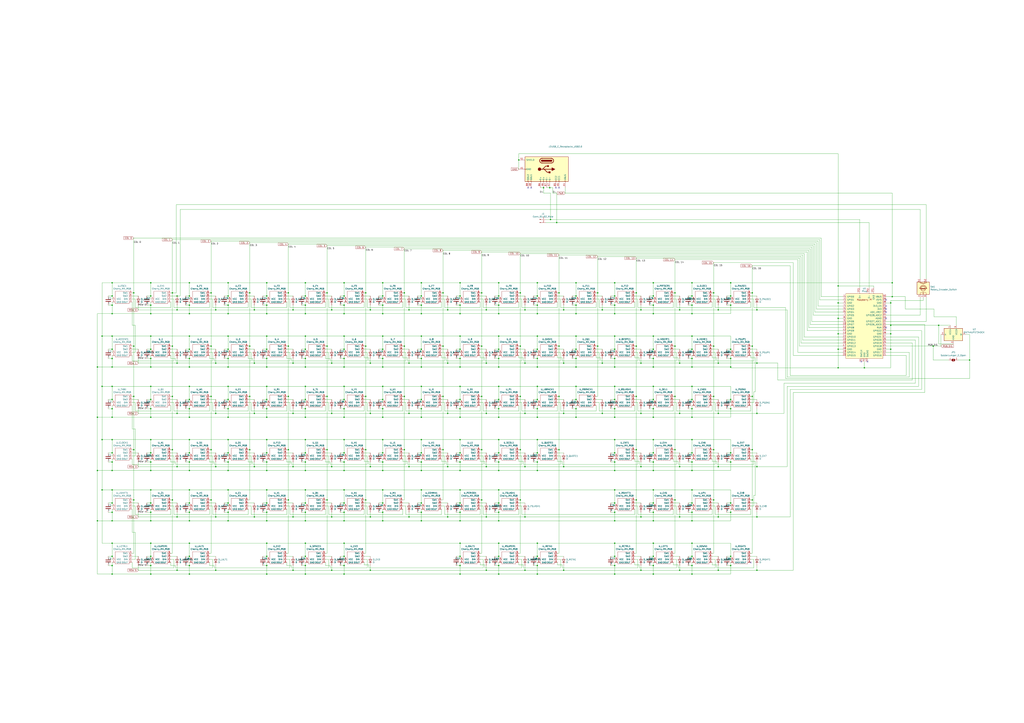
<source format=kicad_sch>
(kicad_sch (version 20211123) (generator eeschema)
  (paper "A1")
  (lib_symbols
    (symbol "Cherry_MX:Cherry_MX_RGB" (pin_names (offset 1.016))
      (property "Reference" "U" (at -5.08 8.89 0))
      (property "Value" "Cherry_MX_RGB" (at 0 -3.81 0))
      (symbol "Cherry_MX_RGB_1_1"
        (pin input line (at -8.255 -1.27 0) (length 2.54) (name "GND") (number "1"))
        (pin input line (at 8.255 1.27 180) (length 2.54) (name "DIN") (number "2"))
        (pin output line (at 8.255 -1.27 180) (length 2.54) (name "DOUT") (number "3"))
        (pin input line (at -8.255 1.27 0) (length 2.54) (name "VCC") (number "4"))
        (pin input line (at 8.255 6.35 180) (length 2.54) (name "SW1") (number "5"))
        (pin output line (at 8.255 3.81 180) (length 2.54) (name "SW2") (number "6"))
      )
    )
    (symbol "Connector:Conn_01x02_Male" (pin_names (offset 1.016) hide)
      (property "Reference" "J" (at 0 2.54 0))
      (property "Value" "Conn_01x02_Male" (at 0 -5.08 0))
      (symbol "Conn_01x02_Male_1_1"
        (pin passive line (at 5.08 0 180) (length 3.81) (name "Pin_1") (number "1"))
        (pin passive line (at 5.08 -2.54 180) (length 3.81) (name "Pin_2") (number "2"))
      )
    )
    (symbol "Connector:USB_C_Receptacle_USB2.0" (pin_names (offset 1.016))
      (property "Reference" "J2" (at -18.542 1.5494 90))
      (property "Value" "USB_C_Receptacle_USB2.0" (at -18.542 3.8608 90))
      (symbol "USB_C_Receptacle_USB2.0_1_1"
        (pin passive line (at 0 -22.86 90) (length 5.08) (name "GND") (number "A1"))
        (pin power_out line (at 0 -22.86 90) (length 5.08) hide (name "GND") (number "A12"))
        (pin passive line (at 15.24 15.24 180) (length 5.08) (name "VBUS") (number "A4"))
        (pin bidirectional line (at 15.24 10.16 180) (length 5.08) (name "CC1") (number "A5"))
        (pin bidirectional line (at 15.24 -2.54 180) (length 5.08) (name "D+") (number "A6"))
        (pin bidirectional line (at 15.24 2.54 180) (length 5.08) (name "D-") (number "A7"))
        (pin bidirectional line (at 15.24 -12.7 180) (length 5.08) (name "SBU1") (number "A8"))
        (pin power_out line (at 15.24 15.24 180) (length 5.08) hide (name "VBUS") (number "A9"))
        (pin passive line (at 0 -22.86 90) (length 5.08) hide (name "GND") (number "B1"))
        (pin passive line (at 0 -22.86 90) (length 5.08) hide (name "GND") (number "B12"))
        (pin passive line (at 15.24 15.24 180) (length 5.08) hide (name "VBUS") (number "B4"))
        (pin bidirectional line (at 15.24 7.62 180) (length 5.08) (name "CC2") (number "B5"))
        (pin bidirectional line (at 15.24 -5.08 180) (length 5.08) (name "D+") (number "B6"))
        (pin bidirectional line (at 15.24 0 180) (length 5.08) (name "D-") (number "B7"))
        (pin bidirectional line (at 15.24 -15.24 180) (length 5.08) (name "SBU2") (number "B8"))
        (pin passive line (at 15.24 15.24 180) (length 5.08) hide (name "VBUS") (number "B9"))
        (pin passive line (at -7.62 -22.86 90) (length 5.08) (name "SHIELD") (number "S1"))
      )
    )
    (symbol "Device:C" (pin_numbers hide) (pin_names (offset 0.254))
      (property "Reference" "C" (at 0.635 2.54 0))
      (property "Value" "C" (at 0.635 -2.54 0))
      (symbol "C_1_1"
        (pin passive line (at 0 3.81 270) (length 2.794) (name "~") (number "1"))
        (pin passive line (at 0 -3.81 90) (length 2.794) (name "~") (number "2"))
      )
    )
    (symbol "Device:D" (pin_numbers hide) (pin_names (offset 1.016) hide)
      (property "Reference" "D" (at 0 2.54 0))
      (property "Value" "D" (at 0 -2.54 0))
      (symbol "D_1_1"
        (pin passive line (at -3.81 0 0) (length 2.54) (name "K") (number "1"))
        (pin passive line (at 3.81 0 180) (length 2.54) (name "A") (number "2"))
      )
    )
    (symbol "Device:Rotary_Encoder_Switch" (pin_names (offset 0.254) hide)
      (property "Reference" "SW" (at 0 6.604 0))
      (property "Value" "Device_Rotary_Encoder_Switch" (at 0 -6.604 0))
      (symbol "Rotary_Encoder_Switch_1_1"
        (pin passive line (at -7.62 2.54 0) (length 2.54) (name "A") (number "A"))
        (pin passive line (at -7.62 -2.54 0) (length 2.54) (name "B") (number "B"))
        (pin passive line (at -7.62 0 0) (length 2.54) (name "C") (number "C"))
        (pin passive line (at 7.62 2.54 180) (length 2.54) (name "S1") (number "S1"))
        (pin passive line (at 7.62 -2.54 180) (length 2.54) (name "S2") (number "S2"))
      )
    )
    (symbol "Jumper:SolderJumper_2_Open" (pin_names (offset 0) hide)
      (property "Reference" "JP" (at 0 2.032 0))
      (property "Value" "SolderJumper_2_Open" (at 0 -2.54 0))
      (symbol "SolderJumper_2_Open_1_1"
        (pin passive line (at -3.81 0 0) (length 2.54) (name "A") (number "1"))
        (pin passive line (at 3.81 0 180) (length 2.54) (name "B") (number "2"))
      )
    )
    (symbol "Logic_LevelTranslator:SN74AUP1T34DCK"
      (property "Reference" "U" (at -6.35 6.35 0))
      (property "Value" "SN74AUP1T34DCK" (at 11.43 6.35 0))
      (symbol "SN74AUP1T34DCK_0_1"
        (pin power_in line (at -2.54 7.62 270) (length 2.54) (name "VCCA") (number "1"))
        (pin input line (at -10.16 0 0) (length 2.54) (name "A") (number "2"))
        (pin power_in line (at 0 -7.62 90) (length 2.54) (name "GND") (number "3"))
        (pin output line (at 10.16 0 180) (length 2.54) (name "B") (number "4"))
        (pin power_in line (at 2.54 7.62 270) (length 2.54) (name "VCCB") (number "5"))
      )
    )
    (symbol "MCU_RaspberryPi_and_Boards:Pico" (pin_names (offset 1.016))
      (property "Reference" "U" (at -13.97 27.94 0))
      (property "Value" "Pico" (at 0 19.05 0))
      (symbol "Pico_0_0"
        (text "Raspberry Pi" (at 0 21.59 0) (effects (font (size 1.27 1.27))))
      )
      (symbol "Pico_1_1"
        (pin bidirectional line (at -17.78 24.13 0) (length 2.54) (name "GPIO0") (number "1"))
        (pin bidirectional line (at -17.78 1.27 0) (length 2.54) (name "GPIO7") (number "10"))
        (pin bidirectional line (at -17.78 -1.27 0) (length 2.54) (name "GPIO8") (number "11"))
        (pin bidirectional line (at -17.78 -3.81 0) (length 2.54) (name "GPIO9") (number "12"))
        (pin power_in line (at -17.78 -6.35 0) (length 2.54) (name "GND") (number "13"))
        (pin bidirectional line (at -17.78 -8.89 0) (length 2.54) (name "GPIO10") (number "14"))
        (pin bidirectional line (at -17.78 -11.43 0) (length 2.54) (name "GPIO11") (number "15"))
        (pin bidirectional line (at -17.78 -13.97 0) (length 2.54) (name "GPIO12") (number "16"))
        (pin bidirectional line (at -17.78 -16.51 0) (length 2.54) (name "GPIO13") (number "17"))
        (pin power_in line (at -17.78 -19.05 0) (length 2.54) (name "GND") (number "18"))
        (pin bidirectional line (at -17.78 -21.59 0) (length 2.54) (name "GPIO14") (number "19"))
        (pin bidirectional line (at -17.78 21.59 0) (length 2.54) (name "GPIO1") (number "2"))
        (pin bidirectional line (at -17.78 -24.13 0) (length 2.54) (name "GPIO15") (number "20"))
        (pin bidirectional line (at 17.78 -24.13 180) (length 2.54) (name "GPIO16") (number "21"))
        (pin bidirectional line (at 17.78 -21.59 180) (length 2.54) (name "GPIO17") (number "22"))
        (pin power_in line (at 17.78 -19.05 180) (length 2.54) (name "GND") (number "23"))
        (pin bidirectional line (at 17.78 -16.51 180) (length 2.54) (name "GPIO18") (number "24"))
        (pin bidirectional line (at 17.78 -13.97 180) (length 2.54) (name "GPIO19") (number "25"))
        (pin bidirectional line (at 17.78 -11.43 180) (length 2.54) (name "GPIO20") (number "26"))
        (pin bidirectional line (at 17.78 -8.89 180) (length 2.54) (name "GPIO21") (number "27"))
        (pin power_in line (at 17.78 -6.35 180) (length 2.54) (name "GND") (number "28"))
        (pin bidirectional line (at 17.78 -3.81 180) (length 2.54) (name "GPIO22") (number "29"))
        (pin power_in line (at -17.78 19.05 0) (length 2.54) (name "GND") (number "3"))
        (pin input line (at 17.78 -1.27 180) (length 2.54) (name "RUN") (number "30"))
        (pin bidirectional line (at 17.78 1.27 180) (length 2.54) (name "GPIO26_ADC0") (number "31"))
        (pin bidirectional line (at 17.78 3.81 180) (length 2.54) (name "GPIO27_ADC1") (number "32"))
        (pin power_in line (at 17.78 6.35 180) (length 2.54) (name "AGND") (number "33"))
        (pin bidirectional line (at 17.78 8.89 180) (length 2.54) (name "GPIO28_ADC2") (number "34"))
        (pin unspecified line (at 17.78 11.43 180) (length 2.54) (name "ADC_VREF") (number "35"))
        (pin unspecified line (at 17.78 13.97 180) (length 2.54) (name "3V3") (number "36"))
        (pin input line (at 17.78 16.51 180) (length 2.54) (name "3V3_EN") (number "37"))
        (pin bidirectional line (at 17.78 19.05 180) (length 2.54) (name "GND") (number "38"))
        (pin unspecified line (at 17.78 21.59 180) (length 2.54) (name "VSYS") (number "39"))
        (pin bidirectional line (at -17.78 16.51 0) (length 2.54) (name "GPIO2") (number "4"))
        (pin unspecified line (at 17.78 24.13 180) (length 2.54) (name "VBUS") (number "40"))
        (pin input line (at -2.54 -29.21 90) (length 2.54) (name "SWCLK") (number "41"))
        (pin power_in line (at 0 -29.21 90) (length 2.54) (name "GND") (number "42"))
        (pin bidirectional line (at 2.54 -29.21 90) (length 2.54) (name "SWDIO") (number "43"))
        (pin bidirectional line (at -17.78 13.97 0) (length 2.54) (name "GPIO3") (number "5"))
        (pin bidirectional line (at -17.78 11.43 0) (length 2.54) (name "GPIO4") (number "6"))
        (pin bidirectional line (at -17.78 8.89 0) (length 2.54) (name "GPIO5") (number "7"))
        (pin power_in line (at -17.78 6.35 0) (length 2.54) (name "GND") (number "8"))
        (pin bidirectional line (at -17.78 3.81 0) (length 2.54) (name "GPIO6") (number "9"))
        (pin bidirectional line (at 7.62 31.75 270) (length 5.08) (name "GND") (number "TP1"))
        (pin bidirectional line (at 3.81 31.75 270) (length 5.08) (name "D-") (number "TP2"))
        (pin bidirectional line (at -3.81 31.75 270) (length 5.08) (name "D+") (number "TP3"))
      )
    )
  )
  (junction (at 187.325 243.205))
  (junction (at 240.665 383.54))
  (junction (at 250.825 446.405))
  (junction (at 568.325 402.59))
  (junction (at 457.2 182.88))
  (junction (at 446.405 154.305))
  (junction (at 155.575 342.9))
  (junction (at 732.79 232.41))
  (junction (at 314.325 301.625))
  (junction (at 473.075 317.5))
  (junction (at 731.52 267.335))
  (junction (at 155.575 413.385))
  (junction (at 300.355 240.665))
  (junction (at 395.605 284.48))
  (junction (at 250.825 276.225))
  (junction (at 205.105 240.665))
  (junction (at 504.825 257.81))
  (junction (at 145.415 298.45))
  (junction (at 770.89 267.335))
  (junction (at 282.575 243.205))
  (junction (at 377.825 342.9))
  (junction (at 92.075 276.225))
  (junction (at 399.415 383.54))
  (junction (at 558.165 339.725))
  (junction (at 250.825 379.73))
  (junction (at 208.915 254.635))
  (junction (at 600.075 250.825))
  (junction (at 409.575 464.82))
  (junction (at 92.075 257.81))
  (junction (at 441.325 464.82))
  (junction (at 617.855 284.48))
  (junction (at 490.855 240.665))
  (junction (at 490.855 284.48))
  (junction (at 250.825 328.295))
  (junction (at 367.665 339.725))
  (junction (at 409.575 335.915))
  (junction (at 219.075 471.805))
  (junction (at 526.415 298.45))
  (junction (at 250.825 471.805))
  (junction (at 589.915 298.45))
  (junction (at 155.575 446.405))
  (junction (at 504.825 427.99))
  (junction (at 92.075 421.005))
  (junction (at 314.325 243.205))
  (junction (at 600.075 232.41))
  (junction (at 504.825 294.64))
  (junction (at 522.605 284.48))
  (junction (at 504.825 317.5))
  (junction (at 282.575 232.41))
  (junction (at 441.325 301.625))
  (junction (at 536.575 294.64))
  (junction (at 688.34 261.62))
  (junction (at 600.075 287.02))
  (junction (at 377.825 250.825))
  (junction (at 688.34 287.02))
  (junction (at 282.575 457.2))
  (junction (at 155.575 386.715))
  (junction (at 250.825 287.02))
  (junction (at 462.915 383.54))
  (junction (at 688.34 302.26))
  (junction (at 504.825 464.82))
  (junction (at 377.825 328.295))
  (junction (at 236.855 325.755))
  (junction (at 177.165 424.815))
  (junction (at 208.915 298.45))
  (junction (at 377.825 361.315))
  (junction (at 187.325 287.02))
  (junction (at 219.075 421.005))
  (junction (at 536.575 372.11))
  (junction (at 494.665 298.45))
  (junction (at 473.075 328.295))
  (junction (at 314.325 379.73))
  (junction (at 558.165 254.635))
  (junction (at 617.855 410.845))
  (junction (at 504.825 232.41))
  (junction (at 399.415 254.635))
  (junction (at 367.665 424.815))
  (junction (at 123.825 257.81))
  (junction (at 282.575 386.715))
  (junction (at 536.575 413.385))
  (junction (at 399.415 468.63))
  (junction (at 409.575 427.99))
  (junction (at 459.105 240.665))
  (junction (at 123.825 471.805))
  (junction (at 208.915 424.815))
  (junction (at 536.575 361.315))
  (junction (at 568.325 446.405))
  (junction (at 377.825 471.805))
  (junction (at 568.325 243.205))
  (junction (at 431.165 254.635))
  (junction (at 92.075 232.41))
  (junction (at 377.825 243.205))
  (junction (at 250.825 361.315))
  (junction (at 304.165 298.45))
  (junction (at 314.325 317.5))
  (junction (at 109.855 369.57))
  (junction (at 441.325 446.405))
  (junction (at 155.575 294.64))
  (junction (at 187.325 427.99))
  (junction (at 732.79 243.84))
  (junction (at 272.415 424.815))
  (junction (at 568.325 379.73))
  (junction (at 536.575 232.41))
  (junction (at 250.825 342.9))
  (junction (at 240.665 298.45))
  (junction (at 92.075 457.2))
  (junction (at 367.665 298.45))
  (junction (at 250.825 372.11))
  (junction (at 409.575 301.625))
  (junction (at 155.575 335.915))
  (junction (at 409.575 372.11))
  (junction (at 304.165 383.54))
  (junction (at 462.915 298.45))
  (junction (at 177.165 383.54))
  (junction (at 92.075 402.59))
  (junction (at 187.325 317.5))
  (junction (at 473.075 257.81))
  (junction (at 568.325 294.64))
  (junction (at 123.825 287.02))
  (junction (at 688.34 248.92))
  (junction (at 187.325 342.9))
  (junction (at 314.325 402.59))
  (junction (at 141.605 369.57))
  (junction (at 346.075 413.385))
  (junction (at 554.355 240.665))
  (junction (at 426.085 131.445))
  (junction (at 187.325 250.825))
  (junction (at 568.325 335.915))
  (junction (at 568.325 287.02))
  (junction (at 459.105 325.755))
  (junction (at 250.825 427.99))
  (junction (at 155.575 402.59))
  (junction (at 304.165 339.725))
  (junction (at 399.415 298.45))
  (junction (at 568.325 361.315))
  (junction (at 109.855 325.755))
  (junction (at 600.075 421.005))
  (junction (at 441.325 361.315))
  (junction (at 346.075 427.99))
  (junction (at 504.825 342.9))
  (junction (at 621.665 339.725))
  (junction (at 409.575 243.205))
  (junction (at 346.075 243.205))
  (junction (at 427.355 284.48))
  (junction (at 155.575 243.205))
  (junction (at 155.575 328.295))
  (junction (at 187.325 379.73))
  (junction (at 367.665 383.54))
  (junction (at 346.075 379.73))
  (junction (at 589.915 424.815))
  (junction (at 568.325 386.715))
  (junction (at 282.575 294.64))
  (junction (at 441.325 250.825))
  (junction (at 377.825 446.405))
  (junction (at 282.575 427.99))
  (junction (at 92.075 294.64))
  (junction (at 536.575 379.73))
  (junction (at 409.575 257.81))
  (junction (at 282.575 342.9))
  (junction (at 441.325 317.5))
  (junction (at 268.605 410.845))
  (junction (at 208.915 339.725))
  (junction (at 268.605 240.665))
  (junction (at 504.825 276.225))
  (junction (at 83.82 402.59))
  (junction (at 282.575 372.11))
  (junction (at 268.605 369.57))
  (junction (at 282.575 317.5))
  (junction (at 314.325 328.295))
  (junction (at 409.575 361.315))
  (junction (at 586.105 240.665))
  (junction (at 558.165 383.54))
  (junction (at 332.105 240.665))
  (junction (at 219.075 446.405))
  (junction (at 377.825 457.2))
  (junction (at 250.825 317.5))
  (junction (at 155.575 257.81))
  (junction (at 250.825 250.825))
  (junction (at 526.415 339.725))
  (junction (at 236.855 410.845))
  (junction (at 536.575 335.915))
  (junction (at 504.825 328.295))
  (junction (at 314.325 257.81))
  (junction (at 173.355 369.57))
  (junction (at 205.105 325.755))
  (junction (at 187.325 372.11))
  (junction (at 766.445 284.48))
  (junction (at 123.825 379.73))
  (junction (at 452.12 180.34))
  (junction (at 504.825 413.385))
  (junction (at 92.075 471.805))
  (junction (at 617.855 369.57))
  (junction (at 145.415 254.635))
  (junction (at 554.355 410.845))
  (junction (at 536.575 427.99))
  (junction (at 155.575 361.315))
  (junction (at 187.325 413.385))
  (junction (at 409.575 457.2))
  (junction (at 431.165 383.54))
  (junction (at 123.825 328.295))
  (junction (at 522.605 369.57))
  (junction (at 441.325 232.41))
  (junction (at 536.575 457.2))
  (junction (at 536.575 257.81))
  (junction (at 462.915 468.63))
  (junction (at 141.605 240.665))
  (junction (at 123.825 427.99))
  (junction (at 300.355 284.48))
  (junction (at 504.825 361.315))
  (junction (at 367.665 254.635))
  (junction (at 314.325 421.005))
  (junction (at 300.355 369.57))
  (junction (at 441.325 372.11))
  (junction (at 92.075 301.625))
  (junction (at 177.165 468.63))
  (junction (at 536.575 301.625))
  (junction (at 314.325 413.385))
  (junction (at 441.325 471.805))
  (junction (at 92.075 464.82))
  (junction (at 335.915 383.54))
  (junction (at 155.575 287.02))
  (junction (at 617.855 240.665))
  (junction (at 173.355 410.845))
  (junction (at 250.825 386.715))
  (junction (at 123.825 372.11))
  (junction (at 586.105 410.845))
  (junction (at 141.605 284.48))
  (junction (at 346.075 317.5))
  (junction (at 145.415 339.725))
  (junction (at 282.575 276.225))
  (junction (at 268.605 284.48))
  (junction (at 441.325 257.81))
  (junction (at 504.825 335.915))
  (junction (at 554.355 325.755))
  (junction (at 92.075 361.315))
  (junction (at 236.855 240.665))
  (junction (at 208.915 383.54))
  (junction (at 586.105 284.48))
  (junction (at 536.575 402.59))
  (junction (at 155.575 232.41))
  (junction (at 304.165 254.635))
  (junction (at 109.855 410.845))
  (junction (at 731.52 287.02))
  (junction (at 504.825 457.2))
  (junction (at 441.325 386.715))
  (junction (at 473.075 342.9))
  (junction (at 155.575 250.825))
  (junction (at 219.075 335.915))
  (junction (at 395.605 325.755))
  (junction (at 145.415 383.54))
  (junction (at 473.075 301.625))
  (junction (at 282.575 250.825))
  (junction (at 314.325 386.715))
  (junction (at 377.825 402.59))
  (junction (at 441.325 457.2))
  (junction (at 92.075 287.02))
  (junction (at 441.325 276.225))
  (junction (at 427.355 410.845))
  (junction (at 123.825 301.625))
  (junction (at 123.825 342.9))
  (junction (at 427.355 369.57))
  (junction (at 621.665 383.54))
  (junction (at 219.075 361.315))
  (junction (at 272.415 383.54))
  (junction (at 536.575 287.02))
  (junction (at 377.825 294.64))
  (junction (at 155.575 421.005))
  (junction (at 536.575 317.5))
  (junction (at 332.105 284.48))
  (junction (at 409.575 342.9))
  (junction (at 568.325 250.825))
  (junction (at 441.325 335.915))
  (junction (at 688.34 274.32))
  (junction (at 123.825 421.005))
  (junction (at 731.52 248.92))
  (junction (at 427.355 325.755))
  (junction (at 346.075 361.315))
  (junction (at 377.825 335.915))
  (junction (at 568.325 427.99))
  (junction (at 219.075 243.205))
  (junction (at 600.075 379.73))
  (junction (at 558.165 298.45))
  (junction (at 568.325 276.225))
  (junction (at 272.415 468.63))
  (junction (at 123.825 402.59))
  (junction (at 314.325 335.915))
  (junction (at 451.485 154.305))
  (junction (at 92.075 413.385))
  (junction (at 409.575 276.225))
  (junction (at 123.825 335.915))
  (junction (at 441.325 342.9))
  (junction (at 536.575 386.715))
  (junction (at 568.325 464.82))
  (junction (at 219.075 457.2))
  (junction (at 377.825 427.99))
  (junction (at 363.855 284.48))
  (junction (at 377.825 276.225))
  (junction (at 123.825 413.385))
  (junction (at 377.825 232.41))
  (junction (at 409.575 294.64))
  (junction (at 240.665 339.725))
  (junction (at 586.105 369.57))
  (junction (at 123.825 294.64))
  (junction (at 346.075 328.295))
  (junction (at 504.825 402.59))
  (junction (at 250.825 294.64))
  (junction (at 621.665 468.63))
  (junction (at 335.915 298.45))
  (junction (at 304.165 424.815))
  (junction (at 431.165 339.725))
  (junction (at 346.075 287.02))
  (junction (at 282.575 402.59))
  (junction (at 250.825 421.005))
  (junction (at 536.575 328.295))
  (junction (at 272.415 254.635))
  (junction (at 250.825 257.81))
  (junction (at 219.075 402.59))
  (junction (at 409.575 287.02))
  (junction (at 83.82 317.5))
  (junction (at 504.825 421.005))
  (junction (at 441.325 294.64))
  (junction (at 589.915 468.63))
  (junction (at 473.075 250.825))
  (junction (at 441.325 287.02))
  (junction (at 346.075 257.81))
  (junction (at 441.325 243.205))
  (junction (at 409.575 446.405))
  (junction (at 335.915 339.725))
  (junction (at 219.075 232.41))
  (junction (at 346.075 250.825))
  (junction (at 346.075 402.59))
  (junction (at 282.575 471.805))
  (junction (at 589.915 254.635))
  (junction (at 250.825 413.385))
  (junction (at 504.825 471.805))
  (junction (at 314.325 232.41))
  (junction (at 187.325 328.295))
  (junction (at 363.855 240.665))
  (junction (at 219.075 301.625))
  (junction (at 155.575 301.625))
  (junction (at 282.575 335.915))
  (junction (at 377.825 301.625))
  (junction (at 568.325 413.385))
  (junction (at 431.165 424.815))
  (junction (at 522.605 240.665))
  (junction (at 335.915 424.815))
  (junction (at 617.855 325.755))
  (junction (at 536.575 446.405))
  (junction (at 155.575 427.99))
  (junction (at 83.82 361.315))
  (junction (at 177.165 339.725))
  (junction (at 282.575 287.02))
  (junction (at 282.575 379.73))
  (junction (at 409.575 471.805))
  (junction (at 441.325 379.73))
  (junction (at 363.855 369.57))
  (junction (at 526.415 254.635))
  (junction (at 536.575 471.805))
  (junction (at 187.325 276.225))
  (junction (at 123.825 243.205))
  (junction (at 399.415 339.725))
  (junction (at 600.075 335.915))
  (junction (at 314.325 294.64))
  (junction (at 568.325 342.9))
  (junction (at 145.415 424.815))
  (junction (at 80.01 301.625))
  (junction (at 459.105 284.48))
  (junction (at 155.575 276.225))
  (junction (at 536.575 342.9))
  (junction (at 282.575 413.385))
  (junction (at 473.075 276.225))
  (junction (at 377.825 421.005))
  (junction (at 346.075 276.225))
  (junction (at 92.075 427.99))
  (junction (at 141.605 325.755))
  (junction (at 282.575 301.625))
  (junction (at 395.605 410.845))
  (junction (at 399.415 424.815))
  (junction (at 123.825 457.2))
  (junction (at 621.665 254.635))
  (junction (at 409.575 317.5))
  (junction (at 522.605 410.845))
  (junction (at 473.075 294.64))
  (junction (at 240.665 424.815))
  (junction (at 187.325 402.59))
  (junction (at 282.575 421.005))
  (junction (at 459.105 369.57))
  (junction (at 346.075 372.11))
  (junction (at 526.415 383.54))
  (junction (at 522.605 325.755))
  (junction (at 409.575 421.005))
  (junction (at 600.075 457.2))
  (junction (at 504.825 386.715))
  (junction (at 504.825 379.73))
  (junction (at 536.575 243.205))
  (junction (at 177.165 298.45))
  (junction (at 504.825 446.405))
  (junction (at 600.075 328.295))
  (junction (at 92.075 342.9))
  (junction (at 377.825 379.73))
  (junction (at 92.075 386.715))
  (junction (at 589.915 383.54))
  (junction (at 731.52 274.32))
  (junction (at 346.075 294.64))
  (junction (at 395.605 240.665))
  (junction (at 536.575 276.225))
  (junction (at 187.325 294.64))
  (junction (at 187.325 301.625))
  (junction (at 205.105 284.48))
  (junction (at 187.325 386.715))
  (junction (at 219.075 328.295))
  (junction (at 462.915 254.635))
  (junction (at 92.075 446.405))
  (junction (at 377.825 413.385))
  (junction (at 300.355 325.755))
  (junction (at 346.075 335.915))
  (junction (at 250.825 402.59))
  (junction (at 80.01 386.715))
  (junction (at 504.825 250.825))
  (junction (at 187.325 361.315))
  (junction (at 80.01 427.99))
  (junction (at 219.075 294.64))
  (junction (at 250.825 301.625))
  (junction (at 123.825 386.715))
  (junction (at 250.825 243.205))
  (junction (at 431.165 298.45))
  (junction (at 123.825 232.41))
  (junction (at 621.665 424.815))
  (junction (at 219.075 257.81))
  (junction (at 314.325 361.315))
  (junction (at 92.075 372.11))
  (junction (at 236.855 284.48))
  (junction (at 568.325 457.2))
  (junction (at 123.825 464.82))
  (junction (at 282.575 464.82))
  (junction (at 282.575 257.81))
  (junction (at 92.075 250.825))
  (junction (at 272.415 298.45))
  (junction (at 473.075 243.205))
  (junction (at 409.575 386.715))
  (junction (at 526.415 468.63))
  (junction (at 123.825 276.225))
  (junction (at 504.825 287.02))
  (junction (at 568.325 372.11))
  (junction (at 536.575 421.005))
  (junction (at 409.575 250.825))
  (junction (at 554.355 284.48))
  (junction (at 796.29 295.91))
  (junction (at 568.325 257.81))
  (junction (at 377.825 386.715))
  (junction (at 282.575 361.315))
  (junction (at 219.075 342.9))
  (junction (at 494.665 339.725))
  (junction (at 92.075 243.205))
  (junction (at 250.825 464.82))
  (junction (at 568.325 471.805))
  (junction (at 155.575 317.5))
  (junction (at 250.825 232.41))
  (junction (at 80.01 342.9))
  (junction (at 219.075 464.82))
  (junction (at 155.575 464.82))
  (junction (at 409.575 232.41))
  (junction (at 187.325 335.915))
  (junction (at 109.855 240.665))
  (junction (at 346.075 386.715))
  (junction (at 123.825 317.5))
  (junction (at 377.825 372.11))
  (junction (at 240.665 468.63))
  (junction (at 427.355 240.665))
  (junction (at 568.325 301.625))
  (junction (at 173.355 325.755))
  (junction (at 304.165 468.63))
  (junction (at 272.415 339.725))
  (junction (at 219.075 276.225))
  (junction (at 600.075 413.385))
  (junction (at 155.575 457.2))
  (junction (at 431.165 468.63))
  (junction (at 141.605 410.845))
  (junction (at 621.665 298.45))
  (junction (at 145.415 243.205))
  (junction (at 250.825 457.2))
  (junction (at 568.325 421.005))
  (junction (at 473.075 232.41))
  (junction (at 123.825 250.825))
  (junction (at 219.075 427.99))
  (junction (at 568.325 328.295))
  (junction (at 332.105 369.57))
  (junction (at 219.075 413.385))
  (junction (at 268.605 325.755))
  (junction (at 92.075 379.73))
  (junction (at 187.325 421.005))
  (junction (at 709.93 302.26))
  (junction (at 219.075 250.825))
  (junction (at 363.855 325.755))
  (junction (at 145.415 468.63))
  (junction (at 177.165 254.635))
  (junction (at 377.825 464.82))
  (junction (at 377.825 257.81))
  (junction (at 109.855 284.48))
  (junction (at 300.355 410.845))
  (junction (at 205.105 369.57))
  (junction (at 314.325 342.9))
  (junction (at 173.355 240.665))
  (junction (at 282.575 328.295))
  (junction (at 314.325 372.11))
  (junction (at 219.075 372.11))
  (junction (at 173.355 284.48))
  (junction (at 123.825 361.315))
  (junction (at 155.575 372.11))
  (junction (at 504.825 372.11))
  (junction (at 346.075 421.005))
  (junction (at 335.915 254.635))
  (junction (at 155.575 471.805))
  (junction (at 250.825 335.915))
  (junction (at 526.415 424.815))
  (junction (at 554.355 369.57))
  (junction (at 600.075 301.625))
  (junction (at 314.325 276.225))
  (junction (at 558.165 468.63))
  (junction (at 123.825 446.405))
  (junction (at 473.075 335.915))
  (junction (at 536.575 464.82))
  (junction (at 462.915 339.725))
  (junction (at 314.325 427.99))
  (junction (at 92.075 335.915))
  (junction (at 504.825 301.625))
  (junction (at 688.34 234.95))
  (junction (at 600.075 294.64))
  (junction (at 282.575 446.405))
  (junction (at 395.605 369.57))
  (junction (at 346.075 232.41))
  (junction (at 568.325 317.5))
  (junction (at 187.325 232.41))
  (junction (at 504.825 243.205))
  (junction (at 219.075 317.5))
  (junction (at 314.325 287.02))
  (junction (at 377.825 317.5))
  (junction (at 346.075 301.625))
  (junction (at 83.82 276.225))
  (junction (at 219.075 386.715))
  (junction (at 600.075 372.11))
  (junction (at 558.165 424.815))
  (junction (at 441.325 328.295))
  (junction (at 409.575 402.59))
  (junction (at 600.075 464.82))
  (junction (at 219.075 287.02))
  (junction (at 473.075 287.02))
  (junction (at 187.325 257.81))
  (junction (at 92.075 317.5))
  (junction (at 409.575 328.295))
  (junction (at 332.105 325.755))
  (junction (at 568.325 232.41))
  (junction (at 536.575 250.825))
  (junction (at 236.855 369.57))
  (junction (at 240.665 254.635))
  (junction (at 409.575 413.385))
  (junction (at 219.075 379.73))
  (junction (at 600.075 243.205))
  (junction (at 346.075 342.9))
  (junction (at 314.325 250.825))
  (junction (at 377.825 287.02))
  (junction (at 155.575 379.73))
  (junction (at 494.665 254.635))
  (junction (at 586.105 325.755))
  (junction (at 589.915 339.725))
  (junction (at 409.575 379.73))
  (junction (at 92.075 328.295))
  (no_connect (at 727.71 246.38))
  (no_connect (at 712.47 297.18))
  (no_connect (at 707.39 297.18))
  (no_connect (at 727.71 261.62))
  (no_connect (at 727.71 269.24))
  (no_connect (at 727.71 256.54))
  (no_connect (at 727.71 251.46))
  (no_connect (at 459.105 154.305))
  (no_connect (at 456.565 154.305))
  (no_connect (at 433.705 154.305))
  (no_connect (at 436.245 154.305))
  (no_connect (at 727.71 254))
  (no_connect (at 616.585 462.28))
  (wire (pts (xy 426.085 422.91) (xy 396.875 422.91)))
  (wire (pts (xy 525.145 296.545) (xy 555.625 296.545)))
  (wire (pts (xy 362.585 292.1) (xy 362.585 294.005)))
  (wire (pts (xy 282.575 379.73) (xy 282.575 386.715)))
  (wire (pts (xy 155.575 446.405) (xy 123.825 446.405)))
  (wire (pts (xy 409.575 374.65) (xy 409.575 372.11)))
  (wire (pts (xy 330.835 243.205) (xy 335.915 243.205)))
  (wire (pts (xy 235.585 240.665) (xy 236.855 240.665)))
  (wire (pts (xy 346.075 413.385) (xy 342.9 413.385)))
  (wire (pts (xy 203.835 328.295) (xy 208.915 328.295)))
  (wire (pts (xy 732.79 243.84) (xy 743.585 243.84)))
  (wire (pts (xy 568.325 377.19) (xy 568.325 379.73)))
  (wire (pts (xy 584.835 377.19) (xy 584.835 379.095)))
  (wire (pts (xy 554.355 213.36) (xy 655.32 213.36)))
  (wire (pts (xy 346.075 328.295) (xy 342.9 328.295)))
  (wire (pts (xy 155.575 413.385) (xy 155.575 402.59)))
  (wire (pts (xy 673.1 196.85) (xy 673.1 246.38)))
  (wire (pts (xy 521.335 292.1) (xy 521.335 294.005)))
  (wire (pts (xy 504.825 328.295) (xy 504.825 317.5)))
  (wire (pts (xy 586.105 325.755) (xy 586.105 369.57)))
  (wire (pts (xy 250.825 294.64) (xy 247.65 294.64)))
  (wire (pts (xy 172.085 248.285) (xy 172.085 252.73)))
  (wire (pts (xy 692.15 259.08) (xy 668.02 259.08)))
  (wire (pts (xy 80.01 427.99) (xy 80.01 471.805)))
  (wire (pts (xy 267.335 245.745) (xy 269.875 245.745)))
  (wire (pts (xy 522.605 284.48) (xy 522.605 325.755)))
  (wire (pts (xy 536.575 243.205) (xy 536.575 232.41)))
  (wire (pts (xy 240.665 339.725) (xy 240.665 335.915)))
  (wire (pts (xy 140.335 418.465) (xy 140.335 422.91)))
  (wire (pts (xy 177.165 339.725) (xy 177.165 335.915)))
  (wire (pts (xy 536.575 459.74) (xy 536.575 457.2)))
  (wire (pts (xy 409.575 402.59) (xy 504.825 402.59)))
  (wire (pts (xy 314.325 232.41) (xy 282.575 232.41)))
  (wire (pts (xy 584.835 333.375) (xy 584.835 337.82)))
  (wire (pts (xy 553.085 328.295) (xy 558.165 328.295)))
  (wire (pts (xy 80.01 386.715) (xy 80.01 427.99)))
  (wire (pts (xy 314.325 361.315) (xy 282.575 361.315)))
  (wire (pts (xy 208.915 298.45) (xy 240.665 298.45)))
  (wire (pts (xy 155.575 328.295) (xy 155.575 317.5)))
  (wire (pts (xy 457.835 464.185) (xy 461.645 464.185)))
  (wire (pts (xy 314.325 377.19) (xy 314.325 379.73)))
  (wire (pts (xy 235.585 245.745) (xy 238.125 245.745)))
  (wire (pts (xy 494.665 298.45) (xy 526.415 298.45)))
  (wire (pts (xy 377.825 379.73) (xy 374.65 379.73)))
  (wire (pts (xy 428.625 459.74) (xy 428.625 466.725)))
  (wire (pts (xy 250.825 464.82) (xy 250.825 471.805)))
  (wire (pts (xy 236.855 325.755) (xy 236.855 369.57)))
  (wire (pts (xy 367.665 424.815) (xy 399.415 424.815)))
  (wire (pts (xy 206.375 245.745) (xy 206.375 252.73)))
  (wire (pts (xy 731.52 267.335) (xy 731.52 274.32)))
  (wire (pts (xy 659.13 209.55) (xy 659.13 279.4)))
  (wire (pts (xy 394.335 245.745) (xy 396.875 245.745)))
  (wire (pts (xy 235.585 413.385) (xy 240.665 413.385)))
  (wire (pts (xy 568.325 462.28) (xy 568.325 464.82)))
  (wire (pts (xy 367.665 424.815) (xy 367.665 421.005)))
  (wire (pts (xy 568.325 464.82) (xy 565.15 464.82)))
  (wire (pts (xy 362.585 379.095) (xy 366.395 379.095)))
  (wire (pts (xy 177.165 383.54) (xy 145.415 383.54)))
  (wire (pts (xy 250.825 413.385) (xy 250.825 402.59)))
  (wire (pts (xy 172.085 372.11) (xy 177.165 372.11)))
  (wire (pts (xy 504.825 413.385) (xy 504.825 402.59)))
  (wire (pts (xy 489.585 330.835) (xy 492.125 330.835)))
  (wire (pts (xy 692.15 289.56) (xy 655.32 289.56)))
  (wire (pts (xy 431.165 383.54) (xy 431.165 379.73)))
  (wire (pts (xy 749.3 281.94) (xy 727.71 281.94)))
  (wire (pts (xy 426.085 287.02) (xy 431.165 287.02)))
  (wire (pts (xy 431.165 383.54) (xy 399.415 383.54)))
  (wire (pts (xy 144.145 296.545) (xy 174.625 296.545)))
  (wire (pts (xy 268.605 240.665) (xy 268.605 284.48)))
  (wire (pts (xy 521.335 457.2) (xy 526.415 457.2)))
  (wire (pts (xy 600.075 302.26) (xy 600.075 301.625)))
  (wire (pts (xy 219.075 294.64) (xy 219.075 301.625)))
  (wire (pts (xy 304.165 298.45) (xy 335.915 298.45)))
  (wire (pts (xy 92.075 415.925) (xy 92.075 413.385)))
  (wire (pts (xy 648.97 320.04) (xy 756.92 320.04)))
  (wire (pts (xy 457.835 289.56) (xy 460.375 289.56)))
  (wire (pts (xy 250.825 328.295) (xy 247.65 328.295)))
  (wire (pts (xy 457.835 292.1) (xy 457.835 294.005)))
  (wire (pts (xy 92.075 250.825) (xy 88.9 250.825)))
  (wire (pts (xy 504.825 243.205) (xy 501.65 243.205)))
  (wire (pts (xy 396.875 374.65) (xy 396.875 381.635)))
  (wire (pts (xy 521.335 374.65) (xy 523.875 374.65)))
  (wire (pts (xy 553.085 374.65) (xy 555.625 374.65)))
  (wire (pts (xy 333.375 374.65) (xy 333.375 381.635)))
  (wire (pts (xy 187.325 294.64) (xy 184.15 294.64)))
  (wire (pts (xy 272.415 383.54) (xy 240.665 383.54)))
  (wire (pts (xy 441.325 374.65) (xy 441.325 372.11)))
  (wire (pts (xy 140.335 374.65) (xy 142.875 374.65)))
  (wire (pts (xy 526.415 468.63) (xy 526.415 464.82)))
  (wire (pts (xy 109.855 284.48) (xy 108.585 284.48)))
  (wire (pts (xy 330.835 413.385) (xy 335.915 413.385)))
  (wire (pts (xy 203.835 333.375) (xy 203.835 337.82)))
  (wire (pts (xy 92.075 386.715) (xy 123.825 386.715)))
  (wire (pts (xy 692.15 271.78) (xy 662.94 271.78)))
  (wire (pts (xy 92.075 243.205) (xy 88.9 243.205)))
  (wire (pts (xy 616.585 377.19) (xy 616.585 379.095)))
  (wire (pts (xy 155.575 418.465) (xy 155.575 421.005)))
  (wire (pts (xy 174.625 459.74) (xy 174.625 466.725)))
  (wire (pts (xy 219.075 250.825) (xy 215.9 250.825)))
  (wire (pts (xy 250.825 250.825) (xy 247.65 250.825)))
  (wire (pts (xy 269.875 330.835) (xy 269.875 337.82)))
  (wire (pts (xy 568.325 427.99) (xy 536.575 427.99)))
  (wire (pts (xy 394.335 330.835) (xy 396.875 330.835)))
  (wire (pts (xy 409.575 243.205) (xy 406.4 243.205)))
  (wire (pts (xy 123.825 464.82) (xy 120.65 464.82)))
  (wire (pts (xy 504.825 335.915) (xy 501.65 335.915)))
  (wire (pts (xy 140.335 248.285) (xy 140.335 252.73)))
  (wire (pts (xy 409.575 328.295) (xy 406.4 328.295)))
  (wire (pts (xy 240.665 254.635) (xy 240.665 250.825)))
  (wire (pts (xy 409.575 421.005) (xy 409.575 427.99)))
  (wire (pts (xy 155.575 294.64) (xy 155.575 301.625)))
  (wire (pts (xy 123.825 361.315) (xy 92.075 361.315)))
  (wire (pts (xy 282.575 328.295) (xy 282.575 317.5)))
  (wire (pts (xy 396.875 245.745) (xy 396.875 252.73)))
  (wire (pts (xy 346.075 243.205) (xy 342.9 243.205)))
  (wire (pts (xy 83.82 276.225) (xy 83.82 232.41)))
  (wire (pts (xy 426.085 374.65) (xy 428.625 374.65)))
  (wire (pts (xy 83.82 402.59) (xy 83.82 446.405)))
  (wire (pts (xy 173.355 325.755) (xy 172.085 325.755)))
  (wire (pts (xy 553.085 294.005) (xy 556.895 294.005)))
  (wire (pts (xy 177.165 298.45) (xy 177.165 294.64)))
  (wire (pts (xy 504.825 248.285) (xy 504.825 250.825)))
  (wire (pts (xy 83.82 317.5) (xy 83.82 361.315)))
  (wire (pts (xy 409.575 427.99) (xy 377.825 427.99)))
  (wire (pts (xy 363.855 369.57) (xy 362.585 369.57)))
  (wire (pts (xy 490.855 240.665) (xy 490.855 210.82)))
  (wire (pts (xy 314.325 289.56) (xy 314.325 287.02)))
  (wire (pts (xy 461.645 464.185) (xy 461.645 466.725)))
  (wire (pts (xy 123.825 421.005) (xy 120.65 421.005)))
  (wire (pts (xy 219.075 457.2) (xy 215.9 457.2)))
  (wire (pts (xy 394.335 292.1) (xy 394.335 294.005)))
  (wire (pts (xy 568.325 457.2) (xy 565.15 457.2)))
  (wire (pts (xy 377.825 413.385) (xy 377.825 402.59)))
  (wire (pts (xy 616.585 248.285) (xy 616.585 252.73)))
  (wire (pts (xy 709.93 302.26) (xy 688.34 302.26)))
  (wire (pts (xy 173.355 284.48) (xy 173.355 325.755)))
  (wire (pts (xy 692.15 276.86) (xy 660.4 276.86)))
  (wire (pts (xy 554.355 410.845) (xy 553.085 410.845)))
  (wire (pts (xy 250.825 335.915) (xy 247.65 335.915)))
  (wire (pts (xy 504.825 287.02) (xy 501.65 287.02)))
  (wire (pts (xy 250.825 342.9) (xy 219.075 342.9)))
  (wire (pts (xy 269.875 459.74) (xy 269.875 466.725)))
  (wire (pts (xy 346.075 328.295) (xy 346.075 317.5)))
  (wire (pts (xy 616.585 243.205) (xy 621.665 243.205)))
  (wire (pts (xy 250.825 462.28) (xy 250.825 464.82)))
  (wire (pts (xy 525.145 464.185) (xy 525.145 466.725)))
  (wire (pts (xy 123.825 243.205) (xy 120.65 243.205)))
  (wire (pts (xy 429.895 466.725) (xy 460.375 466.725)))
  (wire (pts (xy 427.355 240.665) (xy 427.355 208.28)))
  (wire (pts (xy 668.02 201.93) (xy 668.02 259.08)))
  (wire (pts (xy 123.825 342.9) (xy 92.075 342.9)))
  (wire (pts (xy 755.65 229.235) (xy 755.65 172.085)))
  (wire (pts (xy 589.915 298.45) (xy 621.665 298.45)))
  (wire (pts (xy 394.335 337.82) (xy 365.125 337.82)))
  (wire (pts (xy 282.575 402.59) (xy 314.325 402.59)))
  (wire (pts (xy 786.765 295.91) (xy 796.29 295.91)))
  (wire (pts (xy 399.415 383.54) (xy 367.665 383.54)))
  (wire (pts (xy 330.835 292.1) (xy 330.835 294.005)))
  (wire (pts (xy 489.585 333.375) (xy 489.585 337.82)))
  (wire (pts (xy 521.335 415.925) (xy 523.875 415.925)))
  (wire (pts (xy 219.075 248.285) (xy 219.075 250.825)))
  (wire (pts (xy 536.575 250.825) (xy 536.575 257.81)))
  (wire (pts (xy 113.665 339.725) (xy 145.415 339.725)))
  (wire (pts (xy 553.085 243.205) (xy 558.165 243.205)))
  (wire (pts (xy 645.16 311.15) (xy 645.16 252.73)))
  (wire (pts (xy 267.335 337.82) (xy 238.125 337.82)))
  (wire (pts (xy 250.825 415.925) (xy 250.825 413.385)))
  (wire (pts (xy 536.575 413.385) (xy 536.575 402.59)))
  (wire (pts (xy 522.605 410.845) (xy 522.605 454.66)))
  (wire (pts (xy 268.605 240.665) (xy 268.605 201.93)))
  (wire (pts (xy 282.575 328.295) (xy 279.4 328.295)))
  (wire (pts (xy 394.335 243.205) (xy 399.415 243.205)))
  (wire (pts (xy 504.825 421.005) (xy 501.65 421.005)))
  (wire (pts (xy 426.085 289.56) (xy 428.625 289.56)))
  (wire (pts (xy 526.415 339.725) (xy 558.165 339.725)))
  (wire (pts (xy 208.915 254.635) (xy 240.665 254.635)))
  (wire (pts (xy 219.075 386.715) (xy 250.825 386.715)))
  (wire (pts (xy 92.075 372.11) (xy 92.075 361.315)))
  (wire (pts (xy 123.825 386.715) (xy 155.575 386.715)))
  (wire (pts (xy 772.795 274.955) (xy 772.795 284.48)))
  (wire (pts (xy 314.325 374.65) (xy 314.325 372.11)))
  (wire (pts (xy 441.325 294.64) (xy 438.15 294.64)))
  (wire (pts (xy 123.825 415.925) (xy 123.825 413.385)))
  (wire (pts (xy 250.825 250.825) (xy 250.825 257.81)))
  (wire (pts (xy 621.665 339.725) (xy 621.665 335.915)))
  (wire (pts (xy 332.105 325.755) (xy 332.105 284.48)))
  (wire (pts (xy 272.415 298.45) (xy 304.165 298.45)))
  (wire (pts (xy 616.585 372.11) (xy 621.665 372.11)))
  (wire (pts (xy 92.075 372.11) (xy 88.9 372.11)))
  (wire (pts (xy 140.335 372.11) (xy 145.415 372.11)))
  (wire (pts (xy 365.125 374.65) (xy 365.125 381.635)))
  (wire (pts (xy 457.835 328.295) (xy 462.915 328.295)))
  (wire (pts (xy 409.575 418.465) (xy 409.575 421.005)))
  (wire (pts (xy 489.585 287.02) (xy 494.665 287.02)))
  (wire (pts (xy 760.73 244.475) (xy 760.73 264.16)))
  (wire (pts (xy 219.075 459.74) (xy 219.075 457.2)))
  (wire (pts (xy 754.38 276.86) (xy 754.38 317.5)))
  (wire (pts (xy 333.375 415.925) (xy 333.375 422.91)))
  (wire (pts (xy 267.335 325.755) (xy 268.605 325.755)))
  (wire (pts (xy 108.585 410.845) (xy 109.855 410.845)))
  (wire (pts (xy 525.145 381.635) (xy 555.625 381.635)))
  (wire (pts (xy 377.825 243.205) (xy 374.65 243.205)))
  (wire (pts (xy 395.605 454.66) (xy 394.335 454.66)))
  (wire (pts (xy 568.325 379.73) (xy 568.325 386.715)))
  (wire (pts (xy 268.605 284.48) (xy 267.335 284.48)))
  (wire (pts (xy 616.585 287.02) (xy 621.665 287.02)))
  (wire (pts (xy 473.075 248.285) (xy 473.075 250.825)))
  (wire (pts (xy 250.825 379.73) (xy 250.825 386.715)))
  (wire (pts (xy 187.325 287.02) (xy 184.15 287.02)))
  (wire (pts (xy 558.165 468.63) (xy 558.165 464.82)))
  (wire (pts (xy 282.575 457.2) (xy 282.575 446.405)))
  (wire (pts (xy 109.855 195.58) (xy 674.37 195.58)))
  (wire (pts (xy 271.145 464.82) (xy 271.145 466.725)))
  (wire (pts (xy 299.085 289.56) (xy 301.625 289.56)))
  (wire (pts (xy 239.395 294.64) (xy 239.395 296.545)))
  (wire (pts (xy 140.335 289.56) (xy 142.875 289.56)))
  (wire (pts (xy 272.415 424.815) (xy 272.415 421.005)))
  (wire (pts (xy 250.825 374.65) (xy 250.825 372.11)))
  (wire (pts (xy 431.165 339.725) (xy 431.165 335.915)))
  (wire (pts (xy 782.955 282.575) (xy 770.89 282.575)))
  (wire (pts (xy 584.835 415.925) (xy 587.375 415.925)))
  (wire (pts (xy 282.575 427.99) (xy 250.825 427.99)))
  (wire (pts (xy 272.415 254.635) (xy 272.415 250.825)))
  (wire (pts (xy 92.075 379.73) (xy 88.9 379.73)))
  (wire (pts (xy 521.335 413.385) (xy 526.415 413.385)))
  (wire (pts (xy 92.075 257.81) (xy 80.01 257.81)))
  (wire (pts (xy 335.915 298.45) (xy 367.665 298.45)))
  (wire (pts (xy 155.575 250.825) (xy 155.575 257.81)))
  (wire (pts (xy 462.915 254.635) (xy 462.915 250.825)))
  (wire (pts (xy 362.585 379.095) (xy 362.585 377.19)))
  (wire (pts (xy 377.825 372.11) (xy 377.825 361.315)))
  (wire (pts (xy 268.605 201.93) (xy 668.02 201.93)))
  (wire (pts (xy 301.625 330.835) (xy 301.625 337.82)))
  (wire (pts (xy 558.165 424.815) (xy 589.915 424.815)))
  (wire (pts (xy 755.65 259.08) (xy 727.71 259.08)))
  (wire (pts (xy 177.165 254.635) (xy 177.165 250.825)))
  (wire (pts (xy 692.15 264.16) (xy 666.75 264.16)))
  (wire (pts (xy 239.395 464.82) (xy 239.395 466.725)))
  (wire (pts (xy 398.145 464.185) (xy 398.145 466.725)))
  (wire (pts (xy 250.825 317.5) (xy 219.075 317.5)))
  (wire (pts (xy 92.075 457.2) (xy 88.9 457.2)))
  (wire (pts (xy 441.325 287.02) (xy 441.325 276.225)))
  (wire (pts (xy 335.915 339.725) (xy 367.665 339.725)))
  (wire (pts (xy 394.335 289.56) (xy 396.875 289.56)))
  (wire (pts (xy 558.165 254.635) (xy 558.165 250.825)))
  (wire (pts (xy 394.335 377.19) (xy 394.335 379.095)))
  (wire (pts (xy 427.355 240.665) (xy 427.355 284.48)))
  (wire (pts (xy 568.325 464.82) (xy 568.325 471.805)))
  (wire (pts (xy 588.645 296.545) (xy 619.125 296.545)))
  (wire (pts (xy 141.605 325.755) (xy 141.605 369.57)))
  (wire (pts (xy 504.825 330.835) (xy 504.825 328.295)))
  (wire (pts (xy 555.625 289.56) (xy 553.085 289.56)))
  (wire (pts (xy 568.325 250.825) (xy 568.325 257.81)))
  (wire (pts (xy 335.915 424.815) (xy 335.915 421.005)))
  (wire (pts (xy 299.085 422.91) (xy 269.875 422.91)))
  (wire (pts (xy 377.825 328.295) (xy 377.825 317.5)))
  (wire (pts (xy 282.575 250.825) (xy 279.4 250.825)))
  (wire (pts (xy 600.075 232.41) (xy 568.325 232.41)))
  (wire (pts (xy 409.575 289.56) (xy 409.575 287.02)))
  (wire (pts (xy 536.575 402.59) (xy 568.325 402.59)))
  (wire (pts (xy 172.085 377.19) (xy 172.085 379.73)))
  (wire (pts (xy 363.855 410.845) (xy 362.585 410.845)))
  (wire (pts (xy 473.075 287.02) (xy 469.9 287.02)))
  (wire (pts (xy 732.79 243.84) (xy 727.71 243.84)))
  (wire (pts (xy 346.075 294.64) (xy 342.9 294.64)))
  (wire (pts (xy 394.335 287.02) (xy 399.415 287.02)))
  (wire (pts (xy 459.105 454.66) (xy 457.835 454.66)))
  (wire (pts (xy 155.575 459.74) (xy 155.575 457.2)))
  (wire (pts (xy 108.585 245.745) (xy 111.125 245.745)))
  (wire (pts (xy 536.575 335.915) (xy 533.4 335.915)))
  (wire (pts (xy 219.075 292.1) (xy 219.075 294.64)))
  (wire (pts (xy 346.075 402.59) (xy 377.825 402.59)))
  (wire (pts (xy 314.325 250.825) (xy 314.325 257.81)))
  (wire (pts (xy 584.835 464.185) (xy 588.645 464.185)))
  (wire (pts (xy 600.075 361.315) (xy 568.325 361.315)))
  (wire (pts (xy 92.075 250.825) (xy 92.075 257.81)))
  (wire (pts (xy 108.585 372.11) (xy 113.665 372.11)))
  (wire (pts (xy 299.085 459.74) (xy 301.625 459.74)))
  (wire (pts (xy 267.335 328.295) (xy 272.415 328.295)))
  (wire (pts (xy 457.835 325.755) (xy 459.105 325.755)))
  (wire (pts (xy 377.825 421.005) (xy 374.65 421.005)))
  (wire (pts (xy 457.835 245.745) (xy 460.375 245.745)))
  (wire (pts (xy 362.585 289.56) (xy 365.125 289.56)))
  (wire (pts (xy 282.575 342.9) (xy 250.825 342.9)))
  (wire (pts (xy 616.585 418.465) (xy 616.585 422.91)))
  (wire (pts (xy 504.825 294.64) (xy 501.65 294.64)))
  (wire (pts (xy 235.585 289.56) (xy 238.125 289.56)))
  (wire (pts (xy 208.915 339.725) (xy 208.915 335.915)))
  (wire (pts (xy 522.605 212.09) (xy 656.59 212.09)))
  (wire (pts (xy 731.52 247.015) (xy 731.52 248.92)))
  (wire (pts (xy 536.575 361.315) (xy 504.825 361.315)))
  (wire (pts (xy 462.915 298.45) (xy 494.665 298.45)))
  (wire (pts (xy 504.825 243.205) (xy 504.825 232.41)))
  (wire (pts (xy 394.335 457.2) (xy 399.415 457.2)))
  (wire (pts (xy 428.625 330.835) (xy 428.625 337.82)))
  (wire (pts (xy 396.875 415.925) (xy 396.875 422.91)))
  (wire (pts (xy 108.585 330.835) (xy 111.125 330.835)))
  (wire (pts (xy 300.355 203.2) (xy 666.75 203.2)))
  (wire (pts (xy 172.085 422.91) (xy 142.875 422.91)))
  (wire (pts (xy 302.895 294.005) (xy 302.895 296.545)))
  (wire (pts (xy 147.955 243.205) (xy 145.415 243.205)))
  (wire (pts (xy 92.075 333.375) (xy 92.075 335.915)))
  (wire (pts (xy 172.085 328.295) (xy 177.165 328.295)))
  (wire (pts (xy 398.145 296.545) (xy 428.625 296.545)))
  (wire (pts (xy 692.15 279.4) (xy 659.13 279.4)))
  (wire (pts (xy 145.415 254.635) (xy 177.165 254.635)))
  (wire (pts (xy 457.835 252.73) (xy 428.625 252.73)))
  (wire (pts (xy 731.52 274.32) (xy 731.52 287.02)))
  (wire (pts (xy 177.165 254.635) (xy 208.915 254.635)))
  (wire (pts (xy 314.325 317.5) (xy 282.575 317.5)))
  (wire (pts (xy 651.51 468.63) (xy 621.665 468.63)))
  (wire (pts (xy 429.895 294.005) (xy 429.895 296.545)))
  (wire (pts (xy 568.325 471.805) (xy 600.075 471.805)))
  (wire (pts (xy 219.075 342.9) (xy 187.325 342.9)))
  (wire (pts (xy 473.075 245.745) (xy 473.075 243.205)))
  (wire (pts (xy 219.075 328.295) (xy 215.9 328.295)))
  (wire (pts (xy 155.575 471.805) (xy 219.075 471.805)))
  (wire (pts (xy 504.825 333.375) (xy 504.825 335.915)))
  (wire (pts (xy 504.825 462.28) (xy 504.825 464.82)))
  (wire (pts (xy 568.325 335.915) (xy 568.325 342.9)))
  (wire (pts (xy 536.575 421.005) (xy 533.4 421.005)))
  (wire (pts (xy 235.585 422.91) (xy 206.375 422.91)))
  (wire (pts (xy 250.825 377.19) (xy 250.825 379.73)))
  (wire (pts (xy 617.855 410.845) (xy 617.855 454.66)))
  (wire (pts (xy 554.355 454.66) (xy 553.085 454.66)))
  (wire (pts (xy 92.075 459.74) (xy 92.075 457.2)))
  (wire (pts (xy 92.075 276.225) (xy 83.82 276.225)))
  (wire (pts (xy 426.085 252.73) (xy 396.875 252.73)))
  (wire (pts (xy 123.825 232.41) (xy 92.075 232.41)))
  (wire (pts (xy 441.325 248.285) (xy 441.325 250.825)))
  (wire (pts (xy 536.575 330.835) (xy 536.575 328.295)))
  (wire (pts (xy 457.835 240.665) (xy 459.105 240.665)))
  (wire (pts (xy 409.575 471.805) (xy 441.325 471.805)))
  (wire (pts (xy 219.075 464.82) (xy 215.9 464.82)))
  (wire (pts (xy 219.075 232.41) (xy 187.325 232.41)))
  (wire (pts (xy 147.955 172.085) (xy 147.955 243.205)))
  (wire (pts (xy 427.355 284.48) (xy 426.085 284.48)))
  (wire (pts (xy 568.325 292.1) (xy 568.325 294.64)))
  (wire (pts (xy 427.355 208.28) (xy 660.4 208.28)))
  (wire (pts (xy 332.105 240.665) (xy 332.105 204.47)))
  (wire (pts (xy 144.145 464.82) (xy 144.145 466.725)))
  (wire (pts (xy 586.105 369.57) (xy 584.835 369.57)))
  (wire (pts (xy 431.165 339.725) (xy 462.915 339.725)))
  (wire (pts (xy 123.825 379.73) (xy 120.65 379.73)))
  (wire (pts (xy 299.085 457.2) (xy 304.165 457.2)))
  (wire (pts (xy 142.875 415.925) (xy 142.875 422.91)))
  (wire (pts (xy 250.825 413.385) (xy 247.65 413.385)))
  (wire (pts (xy 441.325 330.835) (xy 441.325 328.295)))
  (wire (pts (xy 300.355 284.48) (xy 300.355 325.755)))
  (wire (pts (xy 155.575 421.005) (xy 155.575 427.99)))
  (wire (pts (xy 235.585 330.835) (xy 238.125 330.835)))
  (wire (pts (xy 409.575 333.375) (xy 409.575 335.915)))
  (wire (pts (xy 267.335 464.82) (xy 271.145 464.82)))
  (wire (pts (xy 490.855 210.82) (xy 657.86 210.82)))
  (wire (pts (xy 113.665 298.45) (xy 145.415 298.45)))
  (wire (pts (xy 568.325 276.225) (xy 536.575 276.225)))
  (wire (pts (xy 111.125 352.425) (xy 108.585 352.425)))
  (wire (pts (xy 173.355 284.48) (xy 172.085 284.48)))
  (wire (pts (xy 751.84 279.4) (xy 727.71 279.4)))
  (wire (pts (xy 300.355 240.665) (xy 300.355 203.2)))
  (wire (pts (xy 123.825 287.02) (xy 120.65 287.02)))
  (wire (pts (xy 299.085 243.205) (xy 304.165 243.205)))
  (wire (pts (xy 394.335 372.11) (xy 399.415 372.11)))
  (wire (pts (xy 83.82 232.41) (xy 92.075 232.41)))
  (wire (pts (xy 219.075 333.375) (xy 219.075 335.915)))
  (wire (pts (xy 205.105 410.845) (xy 205.105 369.57)))
  (wire (pts (xy 459.105 240.665) (xy 459.105 284.48)))
  (wire (pts (xy 141.605 284.48) (xy 140.335 284.48)))
  (wire (pts (xy 144.145 381.635) (xy 174.625 381.635)))
  (wire (pts (xy 555.625 289.56) (xy 555.625 296.545)))
  (wire (pts (xy 600.075 328.295) (xy 600.075 317.5)))
  (wire (pts (xy 399.415 468.63) (xy 399.415 464.82)))
  (wire (pts (xy 363.855 284.48) (xy 362.585 284.48)))
  (wire (pts (xy 177.165 424.815) (xy 177.165 421.005)))
  (wire (pts (xy 568.325 294.64) (xy 568.325 301.625)))
  (wire (pts (xy 123.825 372.11) (xy 123.825 361.315)))
  (wire (pts (xy 346.075 377.19) (xy 346.075 379.73)))
  (wire (pts (xy 123.825 335.915) (xy 120.65 335.915)))
  (wire (pts (xy 335.915 383.54) (xy 335.915 379.73)))
  (wire (pts (xy 299.085 245.745) (xy 301.625 245.745)))
  (wire (pts (xy 346.075 418.465) (xy 346.075 421.005)))
  (wire (pts (xy 692.15 251.46) (xy 671.83 251.46)))
  (wire (pts (xy 92.075 245.745) (xy 92.075 243.205)))
  (wire (pts (xy 617.855 410.845) (xy 616.585 410.845)))
  (wire (pts (xy 92.075 464.82) (xy 88.9 464.82)))
  (wire (pts (xy 330.835 245.745) (xy 333.375 245.745)))
  (wire (pts (xy 272.415 424.815) (xy 304.165 424.815)))
  (wire (pts (xy 568.325 257.81) (xy 536.575 257.81)))
  (wire (pts (xy 586.105 410.845) (xy 586.105 369.57)))
  (wire (pts (xy 521.335 410.845) (xy 522.605 410.845)))
  (wire (pts (xy 140.335 240.665) (xy 141.605 240.665)))
  (wire (pts (xy 123.825 462.28) (xy 123.825 464.82)))
  (wire (pts (xy 427.355 284.48) (xy 427.355 325.755)))
  (wire (pts (xy 219.075 276.225) (xy 187.325 276.225)))
  (wire (pts (xy 330.835 287.02) (xy 335.915 287.02)))
  (wire (pts (xy 743.585 254) (xy 767.08 254)))
  (wire (pts (xy 141.605 196.85) (xy 673.1 196.85)))
  (wire (pts (xy 489.585 292.1) (xy 489.585 294.005)))
  (wire (pts (xy 600.075 250.825) (xy 596.9 250.825)))
  (wire (pts (xy 645.16 311.15) (xy 796.29 311.15)))
  (wire (pts (xy 616.585 294.005) (xy 620.395 294.005)))
  (wire (pts (xy 428.625 374.65) (xy 428.625 381.635)))
  (wire (pts (xy 759.46 266.7) (xy 727.71 266.7)))
  (wire (pts (xy 267.335 372.11) (xy 272.415 372.11)))
  (wire (pts (xy 600.075 421.005) (xy 600.075 427.99)))
  (wire (pts (xy 584.835 372.11) (xy 589.915 372.11)))
  (wire (pts (xy 330.835 418.465) (xy 330.835 422.91)))
  (wire (pts (xy 441.325 379.73) (xy 438.15 379.73)))
  (wire (pts (xy 240.665 424.815) (xy 272.415 424.815)))
  (wire (pts (xy 155.575 464.82) (xy 155.575 471.805)))
  (wire (pts (xy 409.575 294.64) (xy 406.4 294.64)))
  (wire (pts (xy 462.915 254.635) (xy 494.665 254.635)))
  (wire (pts (xy 267.335 294.64) (xy 271.145 294.64)))
  (wire (pts (xy 155.575 377.19) (xy 155.575 379.73)))
  (wire (pts (xy 250.825 372.11) (xy 250.825 361.315)))
  (wire (pts (xy 282.575 287.02) (xy 279.4 287.02)))
  (wire (pts (xy 108.585 462.28) (xy 108.585 466.725)))
  (wire (pts (xy 80.01 471.805) (xy 92.075 471.805)))
  (wire (pts (xy 584.835 240.665) (xy 586.105 240.665)))
  (wire (pts (xy 282.575 374.65) (xy 282.575 372.11)))
  (wire (pts (xy 346.075 294.64) (xy 346.075 301.625)))
  (wire (pts (xy 459.105 284.48) (xy 457.835 284.48)))
  (wire (pts (xy 235.585 418.465) (xy 235.585 422.91)))
  (wire (pts (xy 536.575 379.73) (xy 536.575 386.715)))
  (wire (pts (xy 399.415 254.635) (xy 399.415 250.825)))
  (wire (pts (xy 395.605 284.48) (xy 394.335 284.48)))
  (wire (pts (xy 187.325 328.295) (xy 187.325 317.5)))
  (wire (pts (xy 621.665 379.73) (xy 621.665 383.54)))
  (wire (pts (xy 616.585 245.745) (xy 619.125 245.745)))
  (wire (pts (xy 208.915 383.54) (xy 208.915 379.73)))
  (wire (pts (xy 427.355 325.755) (xy 427.355 369.57)))
  (wire (pts (xy 454.025 158.75) (xy 457.2 158.75)))
  (wire (pts (xy 473.075 328.295) (xy 469.9 328.295)))
  (wire (pts (xy 553.085 240.665) (xy 554.355 240.665)))
  (wire (pts (xy 473.075 328.295) (xy 473.075 317.5)))
  (wire (pts (xy 250.825 457.2) (xy 247.65 457.2)))
  (wire (pts (xy 177.165 424.815) (xy 208.915 424.815)))
  (wire (pts (xy 109.855 454.66) (xy 108.585 454.66)))
  (wire (pts (xy 523.875 245.745) (xy 523.875 252.73)))
  (wire (pts (xy 109.855 410.845) (xy 109.855 454.66)))
  (wire (pts (xy 155.575 301.625) (xy 123.825 301.625)))
  (wire (pts (xy 426.085 462.28) (xy 426.085 464.185)))
  (wire (pts (xy 123.825 459.74) (xy 123.825 457.2)))
  (wire (pts (xy 568.325 289.56) (xy 568.325 287.02)))
  (wire (pts (xy 301.625 415.925) (xy 301.625 422.91)))
  (wire (pts (xy 92.075 287.02) (xy 92.075 276.225)))
  (wire (pts (xy 377.825 421.005) (xy 377.825 427.99)))
  (wire (pts (xy 429.895 381.635) (xy 460.375 381.635)))
  (wire (pts (xy 123.825 276.225) (xy 92.075 276.225)))
  (wire (pts (xy 473.075 289.56) (xy 473.075 287.02)))
  (wire (pts (xy 302.895 466.725) (xy 396.875 466.725)))
  (wire (pts (xy 587.375 289.56) (xy 584.835 289.56)))
  (wire (pts (xy 346.075 335.915) (xy 342.9 335.915)))
  (wire (pts (xy 521.335 462.28) (xy 521.335 464.185)))
  (wire (pts (xy 441.325 243.205) (xy 441.325 232.41)))
  (wire (pts (xy 108.585 240.665) (xy 109.855 240.665)))
  (wire (pts (xy 300.355 454.66) (xy 299.085 454.66)))
  (wire (pts (xy 441.325 457.2) (xy 441.325 446.405)))
  (wire (pts (xy 586.105 410.845) (xy 586.105 454.66)))
  (wire (pts (xy 92.075 374.65) (xy 92.075 372.11)))
  (wire (pts (xy 409.575 292.1) (xy 409.575 294.64)))
  (wire (pts (xy 398.145 379.095) (xy 398.145 381.635)))
  (wire (pts (xy 219.075 379.73) (xy 215.9 379.73)))
  (wire (pts (xy 346.075 289.56) (xy 346.075 287.02)))
  (wire (pts (xy 409.575 464.82) (xy 406.4 464.82)))
  (wire (pts (xy 568.325 421.005) (xy 565.15 421.005)))
  (wire (pts (xy 140.335 413.385) (xy 145.415 413.385)))
  (wire (pts (xy 335.915 254.635) (xy 335.915 250.825)))
  (wire (pts (xy 282.575 289.56) (xy 282.575 287.02)))
  (wire (pts (xy 330.835 328.295) (xy 335.915 328.295)))
  (wire (pts (xy 448.945 154.305) (xy 451.485 154.305)))
  (wire (pts (xy 756.92 271.78) (xy 756.92 320.04)))
  (wire (pts (xy 173.355 240.665) (xy 173.355 284.48)))
  (wire (pts (xy 399.415 383.54) (xy 399.415 379.73)))
  (wire (pts (xy 504.825 372.11) (xy 501.65 372.11)))
  (wire (pts (xy 123.825 372.11) (xy 120.65 372.11)))
  (wire (pts (xy 269.875 415.925) (xy 269.875 422.91)))
  (wire (pts (xy 568.325 386.715) (xy 600.075 386.715)))
  (wire (pts (xy 187.325 289.56) (xy 187.325 287.02)))
  (wire (pts (xy 250.825 372.11) (xy 247.65 372.11)))
  (wire (pts (xy 504.825 379.73) (xy 501.65 379.73)))
  (wire (pts (xy 409.575 446.405) (xy 377.825 446.405)))
  (wire (pts (xy 177.165 468.63) (xy 177.165 464.82)))
  (wire (pts (xy 330.835 294.005) (xy 334.645 294.005)))
  (wire (pts (xy 301.625 459.74) (xy 301.625 466.725)))
  (wire (pts (xy 123.825 446.405) (xy 92.075 446.405)))
  (wire (pts (xy 141.605 325.755) (xy 141.605 284.48)))
  (wire (pts (xy 173.355 198.12) (xy 671.83 198.12)))
  (wire (pts (xy 282.575 333.375) (xy 282.575 335.915)))
  (wire (pts (xy 526.415 254.635) (xy 558.165 254.635)))
  (wire (pts (xy 504.825 457.2) (xy 504.825 446.405)))
  (wire (pts (xy 643.89 314.96) (xy 643.89 339.725)))
  (wire (pts (xy 568.325 330.835) (xy 568.325 328.295)))
  (wire (pts (xy 600.075 294.64) (xy 600.075 301.625)))
  (wire (pts (xy 304.165 383.54) (xy 272.415 383.54)))
  (wire (pts (xy 155.575 446.405) (xy 219.075 446.405)))
  (wire (pts (xy 473.075 301.625) (xy 441.325 301.625)))
  (wire (pts (xy 335.915 339.725) (xy 335.915 335.915)))
  (wire (pts (xy 616.585 328.295) (xy 621.665 328.295)))
  (wire (pts (xy 173.355 369.57) (xy 172.085 369.57)))
  (wire (pts (xy 426.085 415.925) (xy 428.625 415.925)))
  (wire (pts (xy 600.075 333.375) (xy 600.075 335.915)))
  (wire (pts (xy 282.575 379.73) (xy 279.4 379.73)))
  (wire (pts (xy 457.835 294.005) (xy 461.645 294.005)))
  (wire (pts (xy 203.835 374.65) (xy 206.375 374.65)))
  (wire (pts (xy 187.325 415.925) (xy 187.325 413.385)))
  (wire (pts (xy 426.085 413.385) (xy 431.165 413.385)))
  (wire (pts (xy 173.355 454.66) (xy 172.085 454.66)))
  (wire (pts (xy 155.575 292.1) (xy 155.575 294.64)))
  (wire (pts (xy 692.15 284.48) (xy 656.59 284.48)))
  (wire (pts (xy 346.075 413.385) (xy 346.075 402.59)))
  (wire (pts (xy 203.835 240.665) (xy 205.105 240.665)))
  (wire (pts (xy 177.165 468.63) (xy 240.665 468.63)))
  (wire (pts (xy 619.125 289.56) (xy 619.125 296.545)))
  (wire (pts (xy 584.835 252.73) (xy 555.625 252.73)))
  (wire (pts (xy 489.585 289.56) (xy 492.125 289.56)))
  (wire (pts (xy 362.585 240.665) (xy 363.855 240.665)))
  (wire (pts (xy 521.335 287.02) (xy 526.415 287.02)))
  (wire (pts (xy 553.085 462.28) (xy 553.085 464.185)))
  (wire (pts (xy 660.4 208.28) (xy 660.4 276.86)))
  (wire (pts (xy 568.325 248.285) (xy 568.325 250.825)))
  (wire (pts (xy 123.825 413.385) (xy 123.825 402.59)))
  (wire (pts (xy 568.325 250.825) (xy 565.15 250.825)))
  (wire (pts (xy 332.105 325.755) (xy 332.105 369.57)))
  (wire (pts (xy 302.895 464.185) (xy 302.895 466.725)))
  (wire (pts (xy 346.075 276.225) (xy 314.325 276.225)))
  (wire (pts (xy 219.075 335.915) (xy 215.9 335.915)))
  (wire (pts (xy 145.415 468.63) (xy 113.665 468.63)))
  (wire (pts (xy 362.585 243.205) (xy 367.665 243.205)))
  (wire (pts (xy 600.075 374.65) (xy 600.075 372.11)))
  (wire (pts (xy 441.325 377.19) (xy 441.325 379.73)))
  (wire (pts (xy 616.585 333.375) (xy 616.585 337.82)))
  (wire (pts (xy 526.415 424.815) (xy 526.415 421.005)))
  (wire (pts (xy 155.575 328.295) (xy 152.4 328.295)))
  (wire (pts (xy 558.165 254.635) (xy 589.915 254.635)))
  (wire (pts (xy 584.835 413.385) (xy 589.915 413.385)))
  (wire (pts (xy 377.825 287.02) (xy 374.65 287.02)))
  (wire (pts (xy 426.085 294.005) (xy 429.895 294.005)))
  (wire (pts (xy 330.835 422.91) (xy 301.625 422.91)))
  (wire (pts (xy 426.085 243.205) (xy 431.165 243.205)))
  (wire (pts (xy 282.575 335.915) (xy 279.4 335.915)))
  (wire (pts (xy 123.825 317.5) (xy 92.075 317.5)))
  (wire (pts (xy 521.335 240.665) (xy 522.605 240.665)))
  (wire (pts (xy 282.575 413.385) (xy 279.4 413.385)))
  (wire (pts (xy 111.125 437.515) (xy 108.585 437.515)))
  (wire (pts (xy 203.835 245.745) (xy 206.375 245.745)))
  (wire (pts (xy 553.085 292.1) (xy 553.085 294.005)))
  (wire (pts (xy 177.165 468.63) (xy 145.415 468.63)))
  (wire (pts (xy 426.085 330.835) (xy 428.625 330.835)))
  (wire (pts (xy 523.875 459.74) (xy 523.875 466.725)))
  (wire (pts (xy 187.325 276.225) (xy 155.575 276.225)))
  (wire (pts (xy 457.835 337.82) (xy 428.625 337.82)))
  (wire (pts (xy 555.625 459.74) (xy 555.625 466.725)))
  (wire (pts (xy 493.395 296.545) (xy 523.875 296.545)))
  (wire (pts (xy 670.56 199.39) (xy 670.56 254)))
  (wire (pts (xy 657.86 210.82) (xy 657.86 281.94)))
  (wire (pts (xy 250.825 287.02) (xy 247.65 287.02)))
  (wire (pts (xy 250.825 418.465) (xy 250.825 421.005)))
  (wire (pts (xy 452.12 180.34) (xy 448.31 180.34)))
  (wire (pts (xy 155.575 232.41) (xy 123.825 232.41)))
  (wire (pts (xy 363.855 369.57) (xy 363.855 410.845)))
  (wire (pts (xy 314.325 421.005) (xy 311.15 421.005)))
  (wire (pts (xy 395.605 410.845) (xy 395.605 454.66)))
  (wire (pts (xy 727.71 274.32) (xy 731.52 274.32)))
  (wire (pts (xy 240.665 468.63) (xy 240.665 464.82)))
  (wire (pts (xy 299.085 379.095) (xy 302.895 379.095)))
  (wire (pts (xy 587.375 330.835) (xy 587.375 337.82)))
  (wire (pts (xy 717.55 236.22) (xy 717.55 234.95)))
  (wire (pts (xy 377.825 372.11) (xy 374.65 372.11)))
  (wire (pts (xy 111.125 352.425) (xy 111.125 374.65)))
  (wire (pts (xy 536.575 248.285) (xy 536.575 250.825)))
  (wire (pts (xy 155.575 317.5) (xy 123.825 317.5)))
  (wire (pts (xy 377.825 413.385) (xy 374.65 413.385)))
  (wire (pts (xy 141.605 410.845) (xy 141.605 454.66)))
  (wire (pts (xy 92.075 462.28) (xy 92.075 464.82)))
  (wire (pts (xy 271.145 294.64) (xy 271.145 296.545)))
  (wire (pts (xy 92.075 464.82) (xy 92.075 471.805)))
  (wire (pts (xy 250.825 471.805) (xy 282.575 471.805)))
  (wire (pts (xy 727.71 284.48) (xy 766.445 284.48)))
  (wire (pts (xy 267.335 330.835) (xy 269.875 330.835)))
  (wire (pts (xy 205.105 284.48) (xy 203.835 284.48)))
  (wire (pts (xy 377.825 250.825) (xy 377.825 257.81)))
  (wire (pts (xy 473.075 342.9) (xy 441.325 342.9)))
  (wire (pts (xy 377.825 287.02) (xy 377.825 276.225)))
  (wire (pts (xy 706.12 180.34) (xy 706.12 236.22)))
  (wire (pts (xy 441.325 317.5) (xy 409.575 317.5)))
  (wire (pts (xy 314.325 386.715) (xy 346.075 386.715)))
  (wire (pts (xy 187.325 342.9) (xy 155.575 342.9)))
  (wire (pts (xy 441.325 361.315) (xy 504.825 361.315)))
  (wire (pts (xy 504.825 292.1) (xy 504.825 294.64)))
  (wire (pts (xy 554.355 410.845) (xy 554.355 454.66)))
  (wire (pts (xy 314.325 342.9) (xy 282.575 342.9)))
  (wire (pts (xy 409.575 464.82) (xy 409.575 471.805)))
  (wire (pts (xy 83.82 317.5) (xy 92.075 317.5)))
  (wire (pts (xy 377.825 402.59) (xy 409.575 402.59)))
  (wire (pts (xy 489.585 325.755) (xy 490.855 325.755)))
  (wire (pts (xy 113.665 464.82) (xy 113.665 468.63)))
  (wire (pts (xy 377.825 333.375) (xy 377.825 335.915)))
  (wire (pts (xy 377.825 457.2) (xy 374.65 457.2)))
  (wire (pts (xy 236.855 410.845) (xy 235.585 410.845)))
  (wire (pts (xy 600.075 317.5) (xy 568.325 317.5)))
  (wire (pts (xy 174.625 245.745) (xy 174.625 252.73)))
  (wire (pts (xy 584.835 248.285) (xy 584.835 252.73)))
  (wire (pts (xy 123.825 471.805) (xy 155.575 471.805)))
  (wire (pts (xy 600.075 287.02) (xy 600.075 276.225)))
  (wire (pts (xy 398.145 381.635) (xy 428.625 381.635)))
  (wire (pts (xy 441.325 287.02) (xy 438.15 287.02)))
  (wire (pts (xy 492.125 330.835) (xy 492.125 337.82)))
  (wire (pts (xy 239.395 381.635) (xy 269.875 381.635)))
  (wire (pts (xy 568.325 232.41) (xy 536.575 232.41)))
  (wire (pts (xy 443.865 154.305) (xy 446.405 154.305)))
  (wire (pts (xy 155.575 372.11) (xy 152.4 372.11)))
  (wire (pts (xy 250.825 333.375) (xy 250.825 335.915)))
  (wire (pts (xy 536.575 292.1) (xy 536.575 294.64)))
  (wire (pts (xy 457.835 379.095) (xy 461.645 379.095)))
  (wire (pts (xy 155.575 464.82) (xy 152.4 464.82)))
  (wire (pts (xy 155.575 257.81) (xy 123.825 257.81)))
  (wire (pts (xy 489.585 248.285) (xy 489.585 252.73)))
  (wire (pts (xy 600.075 421.005) (xy 596.9 421.005)))
  (wire (pts (xy 536.575 372.11) (xy 536.575 361.315)))
  (wire (pts (xy 330.835 240.665) (xy 332.105 240.665)))
  (wire (pts (xy 558.165 298.45) (xy 558.165 294.64)))
  (wire (pts (xy 155.575 427.99) (xy 123.825 427.99)))
  (wire (pts (xy 144.145 294.64) (xy 144.145 296.545)))
  (wire (pts (xy 206.375 330.835) (xy 206.375 337.82)))
  (wire (pts (xy 755.65 244.475) (xy 755.65 259.08)))
  (wire (pts (xy 346.075 386.715) (xy 377.825 386.715)))
  (wire (pts (xy 441.325 243.205) (xy 438.15 243.205)))
  (wire (pts (xy 493.395 294.005) (xy 493.395 296.545)))
  (wire (pts (xy 174.625 374.65) (xy 174.625 381.635)))
  (wire (pts (xy 219.075 418.465) (xy 219.075 421.005)))
  (wire (pts (xy 399.415 298.45) (xy 431.165 298.45)))
  (wire (pts (xy 589.915 339.725) (xy 621.665 339.725)))
  (wire (pts (xy 219.075 457.2) (xy 219.075 446.405)))
  (wire (pts (xy 731.52 248.92) (xy 731.52 267.335)))
  (wire (pts (xy 457.2 182.88) (xy 448.31 182.88)))
  (wire (pts (xy 409.575 457.2) (xy 406.4 457.2)))
  (wire (pts (xy 377.825 330.835) (xy 377.825 328.295)))
  (wire (pts (xy 616.585 422.91) (xy 587.375 422.91)))
  (wire (pts (xy 426.085 139.065) (xy 426.085 131.445)))
  (wire (pts (xy 187.325 413.385) (xy 184.15 413.385)))
  (wire (pts (xy 621.665 254.635) (xy 621.665 250.825)))
  (wire (pts (xy 617.855 369.57) (xy 617.855 410.845)))
  (wire (pts (xy 522.605 369.57) (xy 521.335 369.57)))
  (wire (pts (xy 396.875 374.65) (xy 394.335 374.65)))
  (wire (pts (xy 426.085 328.295) (xy 431.165 328.295)))
  (wire (pts (xy 452.12 158.75) (xy 452.12 180.34)))
  (wire (pts (xy 140.335 294.64) (xy 144.145 294.64)))
  (wire (pts (xy 108.585 287.02) (xy 113.665 287.02)))
  (wire (pts (xy 314.325 379.73) (xy 314.325 386.715)))
  (wire (pts (xy 558.165 383.54) (xy 526.415 383.54)))
  (wire (pts (xy 208.915 339.725) (xy 240.665 339.725)))
  (wire (pts (xy 235.585 457.2) (xy 240.665 457.2)))
  (wire (pts (xy 620.395 321.945) (xy 619.125 321.945)))
  (wire (pts (xy 145.415 383.54) (xy 145.415 379.73)))
  (wire (pts (xy 441.325 289.56) (xy 441.325 287.02)))
  (wire (pts (xy 155.575 245.745) (xy 155.575 243.205)))
  (wire (pts (xy 489.585 240.665) (xy 490.855 240.665)))
  (wire (pts (xy 363.855 284.48) (xy 363.855 325.755)))
  (wire (pts (xy 377.825 342.9) (xy 346.075 342.9)))
  (wire (pts (xy 219.075 289.56) (xy 219.075 287.02)))
  (wire (pts (xy 377.825 427.99) (xy 346.075 427.99)))
  (wire (pts (xy 616.585 459.74) (xy 619.125 459.74)))
  (wire (pts (xy 187.325 377.19) (xy 187.325 379.73)))
  (wire (pts (xy 302.895 379.095) (xy 302.895 381.635)))
  (wire (pts (xy 554.355 240.665) (xy 554.355 213.36)))
  (wire (pts (xy 155.575 379.73) (xy 155.575 386.715)))
  (wire (pts (xy 536.575 342.9) (xy 504.825 342.9)))
  (wire (pts (xy 268.605 325.755) (xy 268.605 369.57)))
  (wire (pts (xy 219.075 243.205) (xy 215.9 243.205)))
  (wire (pts (xy 394.335 413.385) (xy 399.415 413.385)))
  (wire (pts (xy 600.075 377.19) (xy 600.075 379.73)))
  (wire (pts (xy 766.445 284.48) (xy 766.445 295.91)))
  (wire (pts (xy 621.665 383.54) (xy 589.915 383.54)))
  (wire (pts (xy 584.835 457.2) (xy 589.915 457.2)))
  (wire (pts (xy 489.585 245.745) (xy 492.125 245.745)))
  (wire (pts (xy 664.21 205.74) (xy 664.21 269.24)))
  (wire (pts (xy 271.145 381.635) (xy 301.625 381.635)))
  (wire (pts (xy 362.585 248.285) (xy 362.585 252.73)))
  (wire (pts (xy 504.825 413.385) (xy 501.65 413.385)))
  (wire (pts (xy 282.575 421.005) (xy 282.575 427.99)))
  (wire (pts (xy 589.915 339.725) (xy 589.915 335.915)))
  (wire (pts (xy 522.605 325.755) (xy 522.605 369.57)))
  (wire (pts (xy 504.825 250.825) (xy 504.825 257.81)))
  (wire (pts (xy 187.325 317.5) (xy 155.575 317.5)))
  (wire (pts (xy 504.825 232.41) (xy 473.075 232.41)))
  (wire (pts (xy 744.22 292.1) (xy 744.22 308.61)))
  (wire (pts (xy 620.395 379.095) (xy 620.395 407.035)))
  (wire (pts (xy 92.075 330.835) (xy 92.075 328.295)))
  (wire (pts (xy 80.01 342.9) (xy 80.01 386.715)))
  (wire (pts (xy 304.165 383.54) (xy 304.165 379.73)))
  (wire (pts (xy 441.325 342.9) (xy 409.575 342.9)))
  (wire (pts (xy 600.075 245.745) (xy 600.075 243.205)))
  (wire (pts (xy 558.165 424.815) (xy 558.165 421.005)))
  (wire (pts (xy 473.075 294.64) (xy 473.075 301.625)))
  (wire (pts (xy 366.395 296.545) (xy 396.875 296.545)))
  (wire (pts (xy 346.075 379.73) (xy 346.075 386.715)))
  (wire (pts (xy 268.605 369.57) (xy 268.605 410.845)))
  (wire (pts (xy 314.325 294.64) (xy 314.325 301.625)))
  (wire (pts (xy 409.575 377.19) (xy 409.575 379.73)))
  (wire (pts (xy 756.92 271.78) (xy 727.71 271.78)))
  (wire (pts (xy 250.825 427.99) (xy 219.075 427.99)))
  (wire (pts (xy 108.585 296.545) (xy 142.875 296.545)))
  (wire (pts (xy 173.355 410.845) (xy 173.355 454.66)))
  (wire (pts (xy 140.335 330.835) (xy 142.875 330.835)))
  (wire (pts (xy 619.125 321.945) (xy 619.125 330.835)))
  (wire (pts (xy 155.575 243.205) (xy 155.575 232.41)))
  (wire (pts (xy 362.585 413.385) (xy 367.665 413.385)))
  (wire (pts (xy 688.34 261.62) (xy 692.15 261.62)))
  (wire (pts (xy 330.835 374.65) (xy 333.375 374.65)))
  (wire (pts (xy 556.895 381.635) (xy 587.375 381.635)))
  (wire (pts (xy 409.575 415.925) (xy 409.575 413.385)))
  (wire (pts (xy 521.335 243.205) (xy 526.415 243.205)))
  (wire (pts (xy 645.16 252.73) (xy 619.125 252.73)))
  (wire (pts (xy 108.585 374.65) (xy 111.125 374.65)))
  (wire (pts (xy 346.075 342.9) (xy 314.325 342.9)))
  (wire (pts (xy 187.325 402.59) (xy 219.075 402.59)))
  (wire (pts (xy 462.915 383.54) (xy 462.915 379.73)))
  (wire (pts (xy 473.075 232.41) (xy 441.325 232.41)))
  (wire (pts (xy 568.325 402.59) (xy 600.075 402.59)))
  (wire (pts (xy 536.575 377.19) (xy 536.575 379.73)))
  (wire (pts (xy 155.575 333.375) (xy 155.575 335.915)))
  (wire (pts (xy 671.83 251.46) (xy 671.83 198.12)))
  (wire (pts (xy 727.71 292.1) (xy 744.22 292.1)))
  (wire (pts (xy 464.185 154.305) (xy 464.185 158.75)))
  (wire (pts (xy 142.875 245.745) (xy 142.875 252.73)))
  (wire (pts (xy 616.585 337.82) (xy 587.375 337.82)))
  (wire (pts (xy 235.585 294.64) (xy 239.395 294.64)))
  (wire (pts (xy 155.575 276.225) (xy 123.825 276.225)))
  (wire (pts (xy 568.325 328.295) (xy 565.15 328.295)))
  (wire (pts (xy 346.075 421.005) (xy 346.075 427.99)))
  (wire (pts (xy 92.075 342.9) (xy 80.01 342.9)))
  (wire (pts (xy 203.835 248.285) (xy 203.835 252.73)))
  (wire (pts (xy 92.075 292.1) (xy 92.075 294.64)))
  (wire (pts (xy 553.085 422.91) (xy 523.875 422.91)))
  (wire (pts (xy 282.575 361.315) (xy 250.825 361.315)))
  (wire (pts (xy 267.335 410.845) (xy 268.605 410.845)))
  (wire (pts (xy 235.585 372.11) (xy 240.665 372.11)))
  (wire (pts (xy 555.625 245.745) (xy 555.625 252.73)))
  (wire (pts (xy 600.075 372.11) (xy 600.075 361.315)))
  (wire (pts (xy 457.835 377.19) (xy 457.835 379.095)))
  (wire (pts (xy 203.835 337.82) (xy 174.625 337.82)))
  (wire (pts (xy 554.355 240.665) (xy 554.355 284.48)))
  (wire (pts (xy 219.075 301.625) (xy 187.325 301.625)))
  (wire (pts (xy 250.825 446.405) (xy 219.075 446.405)))
  (wire (pts (xy 282.575 471.805) (xy 377.825 471.805)))
  (wire (pts (xy 692.15 243.84) (xy 674.37 243.84)))
  (wire (pts (xy 219.075 377.19) (xy 219.075 379.73)))
  (wire (pts (xy 123.825 292.1) (xy 123.825 294.64)))
  (wire (pts (xy 429.895 296.545) (xy 460.375 296.545)))
  (wire (pts (xy 396.875 289.56) (xy 396.875 296.545)))
  (wire (pts (xy 462.915 383.54) (xy 526.415 383.54)))
  (wire (pts (xy 688.34 234.95) (xy 688.34 248.92)))
  (wire (pts (xy 454.025 154.305) (xy 454.025 158.75)))
  (wire (pts (xy 203.835 372.11) (xy 208.915 372.11)))
  (wire (pts (xy 616.585 379.095) (xy 620.395 379.095)))
  (wire (pts (xy 282.575 232.41) (xy 250.825 232.41)))
  (wire (pts (xy 334.645 296.545) (xy 365.125 296.545)))
  (wire (pts (xy 441.325 276.225) (xy 409.575 276.225)))
  (wire (pts (xy 709.93 297.18) (xy 709.93 302.26)))
  (wire (pts (xy 108.585 325.755) (xy 109.855 325.755)))
  (wire (pts (xy 145.415 339.725) (xy 177.165 339.725)))
  (wire (pts (xy 314.325 427.99) (xy 282.575 427.99)))
  (wire (pts (xy 589.915 254.635) (xy 621.665 254.635)))
  (wire (pts (xy 282.575 462.28) (xy 282.575 464.82)))
  (wire (pts (xy 536.575 276.225) (xy 504.825 276.225)))
  (wire (pts (xy 282.575 257.81) (xy 250.825 257.81)))
  (wire (pts (xy 109.855 369.57) (xy 108.585 369.57)))
  (wire (pts (xy 536.575 464.82) (xy 533.4 464.82)))
  (wire (pts (xy 536.575 328.295) (xy 533.4 328.295)))
  (wire (pts (xy 409.575 335.915) (xy 406.4 335.915)))
  (wire (pts (xy 187.325 372.11) (xy 187.325 361.315)))
  (wire (pts (xy 431.165 298.45) (xy 431.165 294.64)))
  (wire (pts (xy 271.145 296.545) (xy 301.625 296.545)))
  (wire (pts (xy 441.325 471.805) (xy 504.825 471.805)))
  (wire (pts (xy 108.585 248.285) (xy 108.585 267.335)))
  (wire (pts (xy 568.325 372.11) (xy 568.325 361.315)))
  (wire (pts (xy 651.51 215.9) (xy 651.51 292.1)))
  (wire (pts (xy 330.835 248.285) (xy 330.835 252.73)))
  (wire (pts (xy 187.325 232.41) (xy 155.575 232.41)))
  (wire (pts (xy 282.575 317.5) (xy 250.825 317.5)))
  (wire (pts (xy 268.605 410.845) (xy 268.605 454.66)))
  (wire (pts (xy 304.165 339.725) (xy 304.165 335.915)))
  (wire (pts (xy 584.835 243.205) (xy 589.915 243.205)))
  (wire (pts (xy 219.075 421.005) (xy 215.9 421.005)))
  (wire (pts (xy 521.335 328.295) (xy 526.415 328.295)))
  (wire (pts (xy 554.355 369.57) (xy 553.085 369.57)))
  (wire (pts (xy 299.085 252.73) (xy 269.875 252.73)))
  (wire (pts (xy 396.875 330.835) (xy 396.875 337.82)))
  (wire (pts (xy 250.825 289.56) (xy 250.825 287.02)))
  (wire (pts (xy 314.325 243.205) (xy 314.325 232.41)))
  (wire (pts (xy 621.665 298.45) (xy 638.81 298.45)))
  (wire (pts (xy 589.915 298.45) (xy 589.915 294.64)))
  (wire (pts (xy 462.915 339.725) (xy 494.665 339.725)))
  (wire (pts (xy 441.325 464.82) (xy 441.325 471.805)))
  (wire (pts (xy 584.835 374.65) (xy 587.375 374.65)))
  (wire (pts (xy 473.075 294.64) (xy 469.9 294.64)))
  (wire (pts (xy 568.325 301.625) (xy 536.575 301.625)))
  (wire (pts (xy 451.485 154.305) (xy 454.025 154.305)))
  (wire (pts (xy 346.075 427.99) (xy 314.325 427.99)))
  (wire (pts (xy 457.835 243.205) (xy 462.915 243.205)))
  (wire (pts (xy 643.89 314.96) (xy 751.84 314.96)))
  (wire (pts (xy 282.575 415.925) (xy 282.575 413.385)))
  (wire (pts (xy 215.9 413.385) (xy 219.075 413.385)))
  (wire (pts (xy 536.575 457.2) (xy 533.4 457.2)))
  (wire (pts (xy 332.105 204.47) (xy 665.48 204.47)))
  (wire (pts (xy 282.575 464.82) (xy 279.4 464.82)))
  (wire (pts (xy 431.165 424.815) (xy 526.415 424.815)))
  (wire (pts (xy 141.605 240.665) (xy 141.605 284.48)))
  (wire (pts (xy 208.915 298.45) (xy 208.915 294.64)))
  (wire (pts (xy 426.085 377.19) (xy 426.085 379.095)))
  (wire (pts (xy 395.605 325.755) (xy 395.605 284.48)))
  (wire (pts (xy 304.165 424.815) (xy 335.915 424.815)))
  (wire (pts (xy 140.335 464.82) (xy 144.145 464.82)))
  (wire (pts (xy 409.575 427.99) (xy 504.825 427.99)))
  (wire (pts (xy 732.79 232.41) (xy 732.79 243.84)))
  (wire (pts (xy 299.085 337.82) (xy 269.875 337.82)))
  (wire (pts (xy 377.825 289.56) (xy 377.825 287.02)))
  (wire (pts (xy 267.335 252.73) (xy 238.125 252.73)))
  (wire (pts (xy 426.085 131.445) (xy 426.085 126.365)))
  (wire (pts (xy 755.65 172.085) (xy 147.955 172.085)))
  (wire (pts (xy 109.855 369.57) (xy 109.855 410.845)))
  (wire (pts (xy 656.59 212.09) (xy 656.59 284.48)))
  (wire (pts (xy 140.335 287.02) (xy 145.415 287.02)))
  (wire (pts (xy 187.325 427.99) (xy 155.575 427.99)))
  (wire (pts (xy 489.585 328.295) (xy 494.665 328.295)))
  (wire (pts (xy 335.915 298.45) (xy 335.915 294.64)))
  (wire (pts (xy 172.085 464.82) (xy 175.895 464.82)))
  (wire (pts (xy 568.325 294.64) (xy 565.15 294.64)))
  (wire (pts (xy 334.645 381.635) (xy 365.125 381.635)))
  (wire (pts (xy 174.625 289.56) (xy 174.625 296.545)))
  (wire (pts (xy 586.105 454.66) (xy 584.835 454.66)))
  (wire (pts (xy 688.34 274.32) (xy 692.15 274.32)))
  (wire (pts (xy 441.325 446.405) (xy 409.575 446.405)))
  (wire (pts (xy 409.575 361.315) (xy 377.825 361.315)))
  (wire (pts (xy 525.145 466.725) (xy 555.625 466.725)))
  (wire (pts (xy 92.075 294.64) (xy 88.9 294.64)))
  (wire (pts (xy 282.575 446.405) (xy 250.825 446.405)))
  (wire (pts (xy 457.2 182.88) (xy 713.74 182.88)))
  (wire (pts (xy 109.855 240.665) (xy 109.855 284.48)))
  (wire (pts (xy 586.105 215.9) (xy 651.51 215.9)))
  (wire (pts (xy 267.335 240.665) (xy 268.605 240.665)))
  (wire (pts (xy 446.405 154.305) (xy 446.405 158.75)))
  (wire (pts (xy 268.605 454.66) (xy 267.335 454.66)))
  (wire (pts (xy 457.835 372.11) (xy 462.915 372.11)))
  (wire (pts (xy 399.415 339.725) (xy 431.165 339.725)))
  (wire (pts (xy 236.855 200.66) (xy 669.29 200.66)))
  (wire (pts (xy 92.075 413.385) (xy 92.075 402.59)))
  (wire (pts (xy 457.835 457.2) (xy 462.915 457.2)))
  (wire (pts (xy 409.575 462.28) (xy 409.575 464.82)))
  (wire (pts (xy 555.625 330.835) (xy 555.625 337.82)))
  (wire (pts (xy 300.355 284.48) (xy 299.085 284.48)))
  (wire (pts (xy 330.835 252.73) (xy 301.625 252.73)))
  (wire (pts (xy 299.085 333.375) (xy 299.085 337.82)))
  (wire (pts (xy 155.575 386.715) (xy 187.325 386.715)))
  (wire (pts (xy 314.325 415.925) (xy 314.325 413.385)))
  (wire (pts (xy 377.825 415.925) (xy 377.825 413.385)))
  (wire (pts (xy 473.075 250.825) (xy 469.9 250.825)))
  (wire (pts (xy 267.335 379.73) (xy 271.145 379.73)))
  (wire (pts (xy 208.915 424.815) (xy 208.915 421.005)))
  (wire (pts (xy 600.075 330.835) (xy 600.075 328.295)))
  (wire (pts (xy 536.575 243.205) (xy 533.4 243.205)))
  (wire (pts (xy 377.825 377.19) (xy 377.825 379.73)))
  (wire (pts (xy 187.325 257.81) (xy 155.575 257.81)))
  (wire (pts (xy 172.085 245.745) (xy 174.625 245.745)))
  (wire (pts (xy 600.075 415.925) (xy 600.075 413.385)))
  (wire (pts (xy 205.105 240.665) (xy 205.105 199.39)))
  (wire (pts (xy 271.145 379.73) (xy 271.145 381.635)))
  (wire (pts (xy 219.075 330.835) (xy 219.075 328.295)))
  (wire (pts (xy 155.575 289.56) (xy 155.575 287.02)))
  (wire (pts (xy 92.075 421.005) (xy 88.9 421.005)))
  (wire (pts (xy 346.075 379.73) (xy 342.9 379.73)))
  (wire (pts (xy 600.075 413.385) (xy 596.9 413.385)))
  (wire (pts (xy 521.335 377.19) (xy 521.335 379.095)))
  (wire (pts (xy 282.575 287.02) (xy 282.575 276.225)))
  (wire (pts (xy 377.825 248.285) (xy 377.825 250.825)))
  (wire (pts (xy 584.835 294.005) (xy 588.645 294.005)))
  (wire (pts (xy 300.355 325.755) (xy 299.085 325.755)))
  (wire (pts (xy 272.415 383.54) (xy 272.415 379.73)))
  (wire (pts (xy 363.855 205.74) (xy 664.21 205.74)))
  (wire (pts (xy 409.575 317.5) (xy 377.825 317.5)))
  (wire (pts (xy 123.825 294.64) (xy 123.825 301.625)))
  (wire (pts (xy 92.075 335.915) (xy 88.9 335.915)))
  (wire (pts (xy 267.335 413.385) (xy 272.415 413.385)))
  (wire (pts (xy 441.325 379.73) (xy 441.325 386.715)))
  (wire (pts (xy 377.825 462.28) (xy 377.825 464.82)))
  (wire (pts (xy 504.825 250.825) (xy 501.65 250.825)))
  (wire (pts (xy 749.3 312.42) (xy 638.81 312.42)))
  (wire (pts (xy 282.575 372.11) (xy 282.575 361.315)))
  (wire (pts (xy 461.645 379.095) (xy 461.645 381.635)))
  (wire (pts (xy 431.165 468.63) (xy 431.165 464.82)))
  (wire (pts (xy 441.325 457.2) (xy 438.15 457.2)))
  (wire (pts (xy 203.835 292.1) (xy 203.835 294.64)))
  (wire (pts (xy 363.855 240.665) (xy 363.855 205.74)))
  (wire (pts (xy 568.325 342.9) (xy 536.575 342.9)))
  (wire (pts (xy 461.645 381.635) (xy 523.875 381.635)))
  (wire (pts (xy 522.605 284.48) (xy 521.335 284.48)))
  (wire (pts (xy 219.075 471.805) (xy 250.825 471.805)))
  (wire (pts (xy 441.325 446.405) (xy 504.825 446.405)))
  (wire (pts (xy 459.105 240.665) (xy 459.105 209.55)))
  (wire (pts (xy 155.575 374.65) (xy 155.575 372.11)))
  (wire (pts (xy 140.335 243.205) (xy 145.415 243.205)))
  (wire (pts (xy 175.895 381.635) (xy 206.375 381.635)))
  (wire (pts (xy 377.825 379.73) (xy 377.825 386.715)))
  (wire (pts (xy 155.575 462.28) (xy 155.575 464.82)))
  (wire (pts (xy 473.075 317.5) (xy 441.325 317.5)))
  (wire (pts (xy 236.855 369.57) (xy 235.585 369.57)))
  (wire (pts (xy 441.325 232.41) (xy 409.575 232.41)))
  (wire (pts (xy 314.325 330.835) (xy 314.325 328.295)))
  (wire (pts (xy 334.645 379.095) (xy 334.645 381.635)))
  (wire (pts (xy 457.835 330.835) (xy 460.375 330.835)))
  (wire (pts (xy 395.605 325.755) (xy 395.605 369.57)))
  (wire (pts (xy 123.825 248.285) (xy 123.825 250.825)))
  (wire (pts (xy 236.855 369.57) (xy 236.855 410.845)))
  (wire (pts (xy 250.825 245.745) (xy 250.825 243.205)))
  (wire (pts (xy 155.575 248.285) (xy 155.575 250.825)))
  (wire (pts (xy 584.835 287.02) (xy 589.915 287.02)))
  (wire (pts (xy 651.51 322.58) (xy 651.51 468.63)))
  (wire (pts (xy 446.405 158.75) (xy 452.12 158.75)))
  (wire (pts (xy 584.835 418.465) (xy 584.835 422.91)))
  (wire (pts (xy 301.625 374.65) (xy 301.625 381.635)))
  (wire (pts (xy 314.325 328.295) (xy 311.15 328.295)))
  (wire (pts (xy 269.875 374.65) (xy 269.875 381.635)))
  (wire (pts (xy 123.825 250.825) (xy 123.825 257.81)))
  (wire (pts (xy 365.125 330.835) (xy 365.125 337.82)))
  (wire (pts (xy 92.075 418.465) (xy 92.075 421.005)))
  (wire (pts (xy 431.165 298.45) (xy 462.915 298.45)))
  (wire (pts (xy 490.855 284.48) (xy 490.855 325.755)))
  (wire (pts (xy 366.395 294.005) (xy 366.395 296.545)))
  (wire (pts (xy 267.335 462.28) (xy 267.335 464.82)))
  (wire (pts (xy 236.855 284.48) (xy 236.855 325.755)))
  (wire (pts (xy 155.575 335.915) (xy 155.575 342.9)))
  (wire (pts (xy 219.075 294.64) (xy 215.9 294.64)))
  (wire (pts (xy 616.585 330.835) (xy 619.125 330.835)))
  (wire (pts (xy 92.075 471.805) (xy 123.825 471.805)))
  (wire (pts (xy 208.915 424.815) (xy 240.665 424.815)))
  (wire (pts (xy 365.125 374.65) (xy 362.585 374.65)))
  (wire (pts (xy 489.585 294.005) (xy 493.395 294.005)))
  (wire (pts (xy 330.835 325.755) (xy 332.105 325.755)))
  (wire (pts (xy 426.085 248.285) (xy 426.085 252.73)))
  (wire (pts (xy 473.075 333.375) (xy 473.075 335.915)))
  (wire (pts (xy 123.825 328.295) (xy 120.65 328.295)))
  (wire (pts (xy 553.085 245.745) (xy 555.625 245.745)))
  (wire (pts (xy 142.875 289.56) (xy 142.875 296.545)))
  (wire (pts (xy 431.165 424.815) (xy 431.165 421.005)))
  (wire (pts (xy 235.585 374.65) (xy 238.125 374.65)))
  (wire (pts (xy 692.15 281.94) (xy 657.86 281.94)))
  (wire (pts (xy 399.415 424.815) (xy 399.415 421.005)))
  (wire (pts (xy 282.575 301.625) (xy 250.825 301.625)))
  (wire (pts (xy 140.335 410.845) (xy 141.605 410.845)))
  (wire (pts (xy 219.075 372.11) (xy 215.9 372.11)))
  (wire (pts (xy 427.355 325.755) (xy 426.085 325.755)))
  (wire (pts (xy 767.08 254) (xy 767.08 260.35)))
  (wire (pts (xy 282.575 377.19) (xy 282.575 379.73)))
  (wire (pts (xy 282.575 421.005) (xy 279.4 421.005)))
  (wire (pts (xy 666.75 203.2) (xy 666.75 264.16)))
  (wire (pts (xy 536.575 418.465) (xy 536.575 421.005)))
  (wire (pts (xy 617.855 284.48) (xy 617.855 325.755)))
  (wire (pts (xy 207.645 296.545) (xy 238.125 296.545)))
  (wire (pts (xy 589.915 383.54) (xy 589.915 379.73)))
  (wire (pts (xy 473.075 330.835) (xy 473.075 328.295)))
  (wire (pts (xy 568.325 245.745) (xy 568.325 243.205)))
  (wire (pts (xy 123.825 427.99) (xy 92.075 427.99)))
  (wire (pts (xy 177.165 298.45) (xy 208.915 298.45)))
  (wire (pts (xy 301.625 245.745) (xy 301.625 252.73)))
  (wire (pts (xy 250.825 292.1) (xy 250.825 294.64)))
  (wire (pts (xy 554.355 325.755) (xy 553.085 325.755)))
  (wire (pts (xy 155.575 415.925) (xy 155.575 413.385)))
  (wire (pts (xy 521.335 294.005) (xy 525.145 294.005)))
  (wire (pts (xy 600.075 342.9) (xy 568.325 342.9)))
  (wire (pts (xy 92.075 413.385) (xy 88.9 413.385)))
  (wire (pts (xy 749.3 281.94) (xy 749.3 312.42)))
  (wire (pts (xy 141.605 454.66) (xy 140.335 454.66)))
  (wire (pts (xy 394.335 418.465) (xy 394.335 422.91)))
  (wire (pts (xy 346.075 301.625) (xy 314.325 301.625)))
  (wire (pts (xy 394.335 252.73) (xy 365.125 252.73)))
  (wire (pts (xy 187.325 250.825) (xy 187.325 257.81)))
  (wire (pts (xy 236.855 284.48) (xy 235.585 284.48)))
  (wire (pts (xy 377.825 386.715) (xy 409.575 386.715)))
  (wire (pts (xy 268.605 369.57) (xy 267.335 369.57)))
  (wire (pts (xy 426.085 464.185) (xy 429.895 464.185)))
  (wire (pts (xy 588.645 381.635) (xy 619.125 381.635)))
  (wire (pts (xy 457.835 333.375) (xy 457.835 337.82)))
  (wire (pts (xy 409.575 386.715) (xy 441.325 386.715)))
  (wire (pts (xy 362.585 418.465) (xy 362.585 422.91)))
  (wire (pts (xy 617.855 240.665) (xy 617.855 218.44)))
  (wire (pts (xy 648.97 308.61) (xy 648.97 218.44)))
  (wire (pts (xy 172.085 374.65) (xy 174.625 374.65)))
  (wire (pts (xy 108.585 328.295) (xy 113.665 328.295)))
  (wire (pts (xy 250.825 361.315) (xy 219.075 361.315)))
  (wire (pts (xy 409.575 413.385) (xy 406.4 413.385)))
  (wire (pts (xy 314.325 402.59) (xy 346.075 402.59)))
  (wire (pts (xy 175.895 379.73) (xy 175.895 381.635)))
  (wire (pts (xy 504.825 289.56) (xy 504.825 287.02)))
  (wire (pts (xy 441.325 386.715) (xy 504.825 386.715)))
  (wire (pts (xy 638.81 312.42) (xy 638.81 298.45)))
  (wire (pts (xy 377.825 294.64) (xy 377.825 301.625)))
  (wire (pts (xy 140.335 422.91) (xy 111.125 422.91)))
  (wire (pts (xy 619.125 374.65) (xy 619.125 381.635)))
  (wire (pts (xy 504.825 464.82) (xy 504.825 471.805)))
  (wire (pts (xy 426.085 240.665) (xy 427.355 240.665)))
  (wire (pts (xy 568.325 374.65) (xy 568.325 372.11)))
  (wire (pts (xy 314.325 294.64) (xy 311.15 294.64)))
  (wire (pts (xy 236.855 410.845) (xy 236.855 454.66)))
  (wire (pts (xy 600.075 464.82) (xy 600.075 471.805)))
  (wire (pts (xy 123.825 257.81) (xy 92.075 257.81)))
  (wire (pts (xy 219.075 257.81) (xy 187.325 257.81)))
  (wire (pts (xy 584.835 462.28) (xy 584.835 464.185)))
  (wire (pts (xy 441.325 361.315) (xy 409.575 361.315)))
  (wire (pts (xy 111.125 245.745) (xy 111.125 252.73)))
  (wire (pts (xy 426.085 126.365) (xy 688.34 126.365)))
  (wire (pts (xy 692.15 254) (xy 670.56 254)))
  (wire (pts (xy 80.01 301.625) (xy 80.01 342.9)))
  (wire (pts (xy 203.835 418.465) (xy 203.835 422.91)))
  (wire (pts (xy 426.085 245.745) (xy 428.625 245.745)))
  (wire (pts (xy 785.495 260.35) (xy 767.08 260.35)))
  (wire (pts (xy 142.875 374.65) (xy 142.875 381.635)))
  (wire (pts (xy 441.325 372.11) (xy 441.325 361.315)))
  (wire (pts (xy 536.575 287.02) (xy 536.575 276.225)))
  (wire (pts (xy 367.665 383.54) (xy 335.915 383.54)))
  (wire (pts (xy 140.335 377.19) (xy 140.335 379.73)))
  (wire (pts (xy 521.335 325.755) (xy 522.605 325.755)))
  (wire (pts (xy 299.085 372.11) (xy 304.165 372.11)))
  (wire (pts (xy 140.335 333.375) (xy 140.335 337.82)))
  (wire (pts (xy 426.085 333.375) (xy 426.085 337.82)))
  (wire (pts (xy 238.125 289.56) (xy 238.125 296.545)))
  (wire (pts (xy 299.085 413.385) (xy 304.165 413.385)))
  (wire (pts (xy 617.855 325.755) (xy 616.585 325.755)))
  (wire (pts (xy 205.105 199.39) (xy 670.56 199.39)))
  (wire (pts (xy 304.165 254.635) (xy 335.915 254.635)))
  (wire (pts (xy 346.075 232.41) (xy 314.325 232.41)))
  (wire (pts (xy 554.355 284.48) (xy 554.355 325.755)))
  (wire (pts (xy 113.665 379.73) (xy 113.665 383.54)))
  (wire (pts (xy 441.325 335.915) (xy 441.325 342.9)))
  (wire (pts (xy 108.585 415.925) (xy 111.125 415.925)))
  (wire (pts (xy 377.825 361.315) (xy 346.075 361.315)))
  (wire (pts (xy 250.825 464.82) (xy 247.65 464.82)))
  (wire (pts (xy 521.335 337.82) (xy 492.125 337.82)))
  (wire (pts (xy 427.355 410.845) (xy 427.355 454.66)))
  (wire (pts (xy 219.075 361.315) (xy 187.325 361.315)))
  (wire (pts (xy 427.355 454.66) (xy 426.085 454.66)))
  (wire (pts (xy 553.085 252.73) (xy 523.875 252.73)))
  (wire (pts (xy 521.335 418.465) (xy 521.335 422.91)))
  (wire (pts (xy 490.855 284.48) (xy 489.585 284.48)))
  (wire (pts (xy 536.575 374.65) (xy 536.575 372.11)))
  (wire (pts (xy 267.335 374.65) (xy 269.875 374.65)))
  (wire (pts (xy 235.585 379.73) (xy 239.395 379.73)))
  (wire (pts (xy 362.585 252.73) (xy 333.375 252.73)))
  (wire (pts (xy 108.585 243.205) (xy 113.665 243.205)))
  (wire (pts (xy 584.835 422.91) (xy 555.625 422.91)))
  (wire (pts (xy 187.325 243.205) (xy 187.325 232.41)))
  (wire (pts (xy 175.895 296.545) (xy 206.375 296.545)))
  (wire (pts (xy 346.075 292.1) (xy 346.075 294.64)))
  (wire (pts (xy 441.325 292.1) (xy 441.325 294.64)))
  (wire (pts (xy 536.575 446.405) (xy 504.825 446.405)))
  (wire (pts (xy 555.625 415.925) (xy 555.625 422.91)))
  (wire (pts (xy 409.575 372.11) (xy 406.4 372.11)))
  (wire (pts (xy 553.085 459.74) (xy 555.625 459.74)))
  (wire (pts (xy 558.165 468.63) (xy 526.415 468.63)))
  (wire (pts (xy 473.075 335.915) (xy 469.9 335.915)))
  (wire (pts (xy 377.825 294.64) (xy 374.65 294.64)))
  (wire (pts (xy 314.325 418.465) (xy 314.325 421.005)))
  (wire (pts (xy 377.825 317.5) (xy 346.075 317.5)))
  (wire (pts (xy 92.075 377.19) (xy 92.075 379.73)))
  (wire (pts (xy 272.415 298.45) (xy 272.415 294.64)))
  (wire (pts (xy 494.665 254.635) (xy 494.665 250.825)))
  (wire (pts (xy 267.335 333.375) (xy 267.335 337.82)))
  (wire (pts (xy 536.575 294.64) (xy 536.575 301.625)))
  (wire (pts (xy 461.645 294.005) (xy 461.645 296.545)))
  (wire (pts (xy 464.185 158.75) (xy 732.79 158.75)))
  (wire (pts (xy 441.325 333.375) (xy 441.325 335.915)))
  (wire (pts (xy 144.145 379.73) (xy 144.145 381.635)))
  (wire (pts (xy 300.355 410.845) (xy 299.085 410.845)))
  (wire (pts (xy 108.585 377.19) (xy 108.585 381.635)))
  (wire (pts (xy 428.625 245.745) (xy 428.625 252.73)))
  (wire (pts (xy 172.085 243.205) (xy 177.165 243.205)))
  (wire (pts (xy 314.325 335.915) (xy 314.325 342.9)))
  (wire (pts (xy 504.825 459.74) (xy 504.825 457.2)))
  (wire (pts (xy 521.335 333.375) (xy 521.335 337.82)))
  (wire (pts (xy 394.335 464.185) (xy 398.145 464.185)))
  (wire (pts (xy 172.085 289.56) (xy 174.625 289.56)))
  (wire (pts (xy 140.335 325.755) (xy 141.605 325.755)))
  (wire (pts (xy 758.19 244.475) (xy 758.19 247.015)))
  (wire (pts (xy 314.325 287.02) (xy 314.325 276.225)))
  (wire (pts (xy 362.585 415.925) (xy 365.125 415.925)))
  (wire (pts (xy 206.375 415.925) (xy 206.375 422.91)))
  (wire (pts (xy 617.855 240.665) (xy 617.855 284.48)))
  (wire (pts (xy 332.105 284.48) (xy 330.835 284.48)))
  (wire (pts (xy 648.97 218.44) (xy 617.855 218.44)))
  (wire (pts (xy 145.415 424.815) (xy 177.165 424.815)))
  (wire (pts (xy 396.875 459.74) (xy 396.875 466.725)))
  (wire (pts (xy 584.835 459.74) (xy 587.375 459.74)))
  (wire (pts (xy 504.825 457.2) (xy 501.65 457.2)))
  (wire (pts (xy 394.335 333.375) (xy 394.335 337.82)))
  (wire (pts (xy 363.855 240.665) (xy 363.855 284.48)))
  (wire (pts (xy 522.605 454.66) (xy 521.335 454.66)))
  (wire (pts (xy 301.625 289.56) (xy 301.625 296.545)))
  (wire (pts (xy 651.51 322.58) (xy 759.46 322.58)))
  (wire (pts (xy 219.075 328.295) (xy 219.075 317.5)))
  (wire (pts (xy 144.145 466.725) (xy 174.625 466.725)))
  (wire (pts (xy 377.825 374.65) (xy 377.825 372.11)))
  (wire (pts (xy 553.085 413.385) (xy 558.165 413.385)))
  (wire (pts (xy 367.665 339.725) (xy 399.415 339.725)))
  (wire (pts (xy 441.325 301.625) (xy 409.575 301.625)))
  (wire (pts (xy 109.855 240.665) (xy 109.855 195.58)))
  (wire (pts (xy 140.335 457.2) (xy 145.415 457.2)))
  (wire (pts (xy 238.125 415.925) (xy 238.125 422.91)))
  (wire (pts (xy 299.085 462.28) (xy 299.085 464.185)))
  (wire (pts (xy 330.835 415.925) (xy 333.375 415.925)))
  (wire (pts (xy 92.075 457.2) (xy 92.075 446.405)))
  (wire (pts (xy 123.825 287.02) (xy 123.825 276.225)))
  (wire (pts (xy 207.645 294.64) (xy 207.645 296.545)))
  (wire (pts (xy 301.625 374.65) (xy 299.085 374.65)))
  (wire (pts (xy 299.085 240.665) (xy 300.355 240.665)))
  (wire (pts (xy 460.375 374.65) (xy 460.375 381.635)))
  (wire (pts (xy 367.665 254.635) (xy 399.415 254.635)))
  (wire (pts (xy 731.52 267.335) (xy 770.89 267.335)))
  (wire (pts (xy 123.825 464.82) (xy 123.825 471.805)))
  (wire (pts (xy 600.075 243.205) (xy 596.9 243.205)))
  (wire (pts (xy 155.575 287.02) (xy 155.575 276.225)))
  (wire (pts (xy 460.375 459.74) (xy 460.375 466.725)))
  (wire (pts (xy 250.825 287.02) (xy 250.825 276.225)))
  (wire (pts (xy 377.825 245.745) (xy 377.825 243.205)))
  (wire (pts (xy 692.15 292.1) (xy 651.51 292.1)))
  (wire (pts (xy 145.415 383.54) (xy 113.665 383.54)))
  (wire (pts (xy 346.075 248.285) (xy 346.075 250.825)))
  (wire (pts (xy 219.075 250.825) (xy 219.075 257.81)))
  (wire (pts (xy 304.165 468.63) (xy 272.415 468.63)))
  (wire (pts (xy 377.825 250.825) (xy 374.65 250.825)))
  (wire (pts (xy 83.82 361.315) (xy 83.82 402.59)))
  (wire (pts (xy 272.415 254.635) (xy 304.165 254.635)))
  (wire (pts (xy 616.585 240.665) (xy 617.855 240.665)))
  (wire (pts (xy 589.915 424.815) (xy 621.665 424.815)))
  (wire (pts (xy 299.085 464.185) (xy 302.895 464.185)))
  (wire (pts (xy 140.335 415.925) (xy 142.875 415.925)))
  (wire (pts (xy 304.165 298.45) (xy 304.165 294.64)))
  (wire (pts (xy 770.89 267.335) (xy 780.415 267.335)))
  (wire (pts (xy 770.89 282.575) (xy 770.89 267.335)))
  (wire (pts (xy 586.105 240.665) (xy 586.105 284.48)))
  (wire (pts (xy 643.89 339.725) (xy 621.665 339.725)))
  (wire (pts (xy 304.165 424.815) (xy 304.165 421.005)))
  (wire (pts (xy 688.34 126.365) (xy 688.34 234.95)))
  (wire (pts (xy 504.825 374.65) (xy 504.825 372.11)))
  (wire (pts (xy 473.075 257.81) (xy 441.325 257.81)))
  (wire (pts (xy 314.325 250.825) (xy 311.15 250.825)))
  (wire (pts (xy 558.165 339.725) (xy 558.165 335.915)))
  (wire (pts (xy 617.855 369.57) (xy 616.585 369.57)))
  (wire (pts (xy 235.585 415.925) (xy 238.125 415.925)))
  (wire (pts (xy 250.825 386.715) (xy 282.575 386.715)))
  (wire (pts (xy 398.145 466.725) (xy 428.625 466.725)))
  (wire (pts (xy 394.335 422.91) (xy 365.125 422.91)))
  (wire (pts (xy 208.915 383.54) (xy 177.165 383.54)))
  (wire (pts (xy 377.825 232.41) (xy 346.075 232.41)))
  (wire (pts (xy 536.575 294.64) (xy 533.4 294.64)))
  (wire (pts (xy 621.665 298.45) (xy 621.665 294.64)))
  (wire (pts (xy 365.125 415.925) (xy 365.125 422.91)))
  (wire (pts (xy 272.415 339.725) (xy 272.415 335.915)))
  (wire (pts (xy 504.825 372.11) (xy 504.825 361.315)))
  (wire (pts (xy 553.085 333.375) (xy 553.085 337.82)))
  (wire (pts (xy 300.355 325.755) (xy 300.355 369.57)))
  (wire (pts (xy 203.835 377.19) (xy 203.835 379.73)))
  (wire (pts (xy 83.82 402.59) (xy 92.075 402.59)))
  (wire (pts (xy 522.605 240.665) (xy 522.605 212.09)))
  (wire (pts (xy 175.895 466.725) (xy 238.125 466.725)))
  (wire (pts (xy 494.665 254.635) (xy 526.415 254.635)))
  (wire (pts (xy 621.665 424.815) (xy 648.97 424.815)))
  (wire (pts (xy 240.665 254.635) (xy 272.415 254.635)))
  (wire (pts (xy 523.875 289.56) (xy 523.875 296.545)))
  (wire (pts (xy 177.165 383.54) (xy 177.165 379.73)))
  (wire (pts (xy 173.355 325.755) (xy 173.355 369.57)))
  (wire (pts (xy 346.075 421.005) (xy 342.9 421.005)))
  (wire (pts (xy 395.605 369.57) (xy 394.335 369.57)))
  (wire (pts (xy 526.415 298.45) (xy 526.415 294.64)))
  (wire (pts (xy 426.085 337.82) (xy 396.875 337.82)))
  (wire (pts (xy 203.835 415.925) (xy 206.375 415.925)))
  (wire (pts (xy 207.645 379.73) (xy 207.645 381.635)))
  (wire (pts (xy 523.875 374.65) (xy 523.875 381.635)))
  (wire (pts (xy 314.325 335.915) (xy 311.15 335.915)))
  (wire (pts (xy 346.075 415.925) (xy 346.075 413.385)))
  (wire (pts (xy 504.825 301.625) (xy 473.075 301.625)))
  (wire (pts (xy 587.375 245.745) (xy 587.375 252.73)))
  (wire (pts (xy 92.075 294.64) (xy 92.075 301.625)))
  (wire (pts (xy 235.585 459.74) (xy 238.125 459.74)))
  (wire (pts (xy 172.085 333.375) (xy 172.085 337.82)))
  (wire (pts (xy 267.335 377.19) (xy 267.335 379.73)))
  (wire (pts (xy 746.76 289.56) (xy 746.76 309.88)))
  (wire (pts (xy 80.01 301.625) (xy 92.075 301.625)))
  (wire (pts (xy 600.075 427.99) (xy 568.325 427.99)))
  (wire (pts (xy 409.575 328.295) (xy 409.575 317.5)))
  (wire (pts (xy 409.575 294.64) (xy 409.575 301.625)))
  (wire (pts (xy 731.52 302.26) (xy 709.93 302.26)))
  (wire (pts (xy 300.355 369.57) (xy 300.355 410.845)))
  (wire (pts (xy 646.43 317.5) (xy 646.43 383.54)))
  (wire (pts (xy 141.605 240.665) (xy 144.78 240.665)))
  (wire (pts (xy 92.075 446.405) (xy 83.82 446.405)))
  (wire (pts (xy 504.825 287.02) (xy 504.825 276.225)))
  (wire (pts (xy 346.075 243.205) (xy 346.075 232.41)))
  (wire (pts (xy 235.585 243.205) (xy 240.665 243.205)))
  (wire (pts (xy 553.085 337.82) (xy 523.875 337.82)))
  (wire (pts (xy 558.165 383.54) (xy 558.165 379.73)))
  (wire (pts (xy 586.105 284.48) (xy 584.835 284.48)))
  (wire (pts (xy 568.325 333.375) (xy 568.325 335.915)))
  (wire (pts (xy 553.085 377.19) (xy 553.085 379.095)))
  (wire (pts (xy 80.01 386.715) (xy 92.075 386.715)))
  (wire (pts (xy 330.835 330.835) (xy 333.375 330.835)))
  (wire (pts (xy 111.125 267.335) (xy 111.125 289.56)))
  (wire (pts (xy 155.575 402.59) (xy 187.325 402.59)))
  (wire (pts (xy 473.075 292.1) (xy 473.075 294.64)))
  (wire (pts (xy 187.325 330.835) (xy 187.325 328.295)))
  (wire (pts (xy 621.665 383.54) (xy 646.43 383.54)))
  (wire (pts (xy 504.825 335.915) (xy 504.825 342.9)))
  (wire (pts (xy 494.665 339.725) (xy 526.415 339.725)))
  (wire (pts (xy 346.075 330.835) (xy 346.075 328.295)))
  (wire (pts (xy 314.325 379.73) (xy 311.15 379.73)))
  (wire (pts (xy 108.585 267.335) (xy 111.125 267.335)))
  (wire (pts (xy 395.605 207.01) (xy 662.94 207.01)))
  (wire (pts (xy 536.575 464.82) (xy 536.575 471.805)))
  (wire (pts (xy 155.575 250.825) (xy 152.4 250.825)))
  (wire (pts (xy 377.825 457.2) (xy 377.825 446.405)))
  (wire (pts (xy 219.075 245.745) (xy 219.075 243.205)))
  (wire (pts (xy 282.575 418.465) (xy 282.575 421.005)))
  (wire (pts (xy 238.125 374.65) (xy 238.125 381.635)))
  (wire (pts (xy 669.29 200.66) (xy 669.29 256.54)))
  (wire (pts (xy 219.075 402.59) (xy 250.825 402.59)))
  (wire (pts (xy 429.895 464.185) (xy 429.895 466.725)))
  (wire (pts (xy 111.125 330.835) (xy 111.125 337.82)))
  (wire (pts (xy 587.375 374.65) (xy 587.375 381.635)))
  (wire (pts (xy 568.325 372.11) (xy 565.15 372.11)))
  (wire (pts (xy 172.085 287.02) (xy 177.165 287.02)))
  (wire (pts (xy 335.915 424.815) (xy 367.665 424.815)))
  (wire (pts (xy 732.79 158.75) (xy 732.79 232.41)))
  (wire (pts (xy 536.575 232.41) (xy 504.825 232.41)))
  (wire (pts (xy 219.075 379.73) (xy 219.075 386.715)))
  (wire (pts (xy 187.325 335.915) (xy 184.15 335.915)))
  (wire (pts (xy 504.825 294.64) (xy 504.825 301.625)))
  (wire (pts (xy 145.415 339.725) (xy 145.415 335.915)))
  (wire (pts (xy 235.585 248.285) (xy 235.585 252.73)))
  (wire (pts (xy 108.585 413.385) (xy 113.665 413.385)))
  (wire (pts (xy 155.575 330.835) (xy 155.575 328.295)))
  (wire (pts (xy 504.825 245.745) (xy 504.825 243.205)))
  (wire (pts (xy 377.825 335.915) (xy 374.65 335.915)))
  (wire (pts (xy 536.575 457.2) (xy 536.575 446.405)))
  (wire (pts (xy 113.665 421.005) (xy 113.665 424.815)))
  (wire (pts (xy 553.085 330.835) (xy 555.625 330.835)))
  (wire (pts (xy 409.575 245.745) (xy 409.575 243.205)))
  (wire (pts (xy 553.085 248.285) (xy 553.085 252.73)))
  (wire (pts (xy 333.375 289.56) (xy 333.375 296.545)))
  (wire (pts (xy 203.835 287.02) (xy 208.915 287.02)))
  (wire (pts (xy 299.085 418.465) (xy 299.085 422.91)))
  (wire (pts (xy 536.575 415.925) (xy 536.575 413.385)))
  (wire (pts (xy 187.325 372.11) (xy 184.15 372.11)))
  (wire (pts (xy 365.125 245.745) (xy 365.125 252.73)))
  (wire (pts (xy 203.835 289.56) (xy 206.375 289.56)))
  (wire (pts (xy 250.825 335.915) (xy 250.825 342.9)))
  (wire (pts (xy 692.15 266.7) (xy 665.48 266.7)))
  (wire (pts (xy 267.335 418.465) (xy 267.335 422.91)))
  (wire (pts (xy 282.575 248.285) (xy 282.575 250.825)))
  (wire (pts (xy 377.825 292.1) (xy 377.825 294.64)))
  (wire (pts (xy 236.855 325.755) (xy 235.585 325.755)))
  (wire (pts (xy 299.085 328.295) (xy 304.165 328.295)))
  (wire (pts (xy 203.835 410.845) (xy 205.105 410.845)))
  (wire (pts (xy 314.325 333.375) (xy 314.325 335.915)))
  (wire (pts (xy 754.38 317.5) (xy 646.43 317.5)))
  (wire (pts (xy 796.29 295.91) (xy 796.29 311.15)))
  (wire (pts (xy 394.335 325.755) (xy 395.605 325.755)))
  (wire (pts (xy 394.335 328.295) (xy 399.415 328.295)))
  (wire (pts (xy 236.855 240.665) (xy 236.855 284.48)))
  (wire (pts (xy 536.575 317.5) (xy 504.825 317.5)))
  (wire (pts (xy 409.575 287.02) (xy 409.575 276.225)))
  (wire (pts (xy 409.575 372.11) (xy 409.575 361.315)))
  (wire (pts (xy 459.105 369.57) (xy 459.105 454.66)))
  (wire (pts (xy 175.895 464.82) (xy 175.895 466.725)))
  (wire (pts (xy 394.335 459.74) (xy 396.875 459.74)))
  (wire (pts (xy 473.075 250.825) (xy 473.075 257.81)))
  (wire (pts (xy 108.585 333.375) (xy 108.585 352.425)))
  (wire (pts (xy 587.375 289.56) (xy 587.375 296.545)))
  (wire (pts (xy 600.075 457.2) (xy 596.9 457.2)))
  (wire (pts (xy 330.835 372.11) (xy 335.915 372.11)))
  (wire (pts (xy 314.325 243.205) (xy 311.15 243.205)))
  (wire (pts (xy 429.895 379.095) (xy 429.895 381.635)))
  (wire (pts (xy 522.605 369.57) (xy 522.605 410.845)))
  (wire (pts (xy 267.335 292.1) (xy 267.335 294.64)))
  (wire (pts (xy 367.665 298.45) (xy 399.415 298.45)))
  (wire (pts (xy 584.835 330.835) (xy 587.375 330.835)))
  (wire (pts (xy 187.325 361.315) (xy 155.575 361.315)))
  (wire (pts (xy 346.075 250.825) (xy 342.9 250.825)))
  (wire (pts (xy 108.585 289.56) (xy 111.125 289.56)))
  (wire (pts (xy 394.335 248.285) (xy 394.335 252.73)))
  (wire (pts (xy 600.075 413.385) (xy 600.075 402.59)))
  (wire (pts (xy 282.575 446.405) (xy 377.825 446.405)))
  (wire (pts (xy 172.085 462.28) (xy 172.085 464.82)))
  (wire (pts (xy 92.075 248.285) (xy 92.075 250.825)))
  (wire (pts (xy 267.335 287.02) (xy 272.415 287.02)))
  (wire (pts (xy 187.325 294.64) (xy 187.325 301.625)))
  (wire (pts (xy 409.575 342.9) (xy 377.825 342.9)))
  (wire (pts (xy 692.15 248.92) (xy 688.34 248.92)))
  (wire (pts (xy 174.625 330.835) (xy 174.625 337.82)))
  (wire (pts (xy 140.335 328.295) (xy 145.415 328.295)))
  (wire (pts (xy 504.825 386.715) (xy 536.575 386.715)))
  (wire (pts (xy 473.075 243.205) (xy 473.075 232.41)))
  (wire (pts (xy 330.835 379.095) (xy 330.835 377.19)))
  (wire (pts (xy 300.355 410.845) (xy 300.355 454.66)))
  (wire (pts (xy 155.575 361.315) (xy 123.825 361.315)))
  (wire (pts (xy 758.19 247.015) (xy 731.52 247.015)))
  (wire (pts (xy 600.075 328.295) (xy 596.9 328.295)))
  (wire (pts (xy 144.78 168.275) (xy 760.73 168.275)))
  (wire (pts (xy 713.74 182.88) (xy 713.74 236.22)))
  (wire (pts (xy 141.605 369.57) (xy 140.335 369.57)))
  (wire (pts (xy 553.085 464.185) (xy 556.895 464.185)))
  (wire (pts (xy 674.37 243.84) (xy 674.37 195.58)))
  (wire (pts (xy 172.085 337.82) (xy 142.875 337.82)))
  (wire (pts (xy 553.085 287.02) (xy 558.165 287.02)))
  (wire (pts (xy 92.075 328.295) (xy 92.075 317.5)))
  (wire (pts (xy 219.075 402.59) (xy 219.075 413.385)))
  (wire (pts (xy 239.395 379.73) (xy 239.395 381.635)))
  (wire (pts (xy 504.825 415.925) (xy 504.825 413.385)))
  (wire (pts (xy 250.825 243.205) (xy 250.825 232.41)))
  (wire (pts (xy 240.665 298.45) (xy 240.665 294.64)))
  (wire (pts (xy 302.895 296.545) (xy 333.375 296.545)))
  (wire (pts (xy 504.825 342.9) (xy 473.075 342.9)))
  (wire (pts (xy 155.575 379.73) (xy 152.4 379.73)))
  (wire (pts (xy 489.585 337.82) (xy 460.375 337.82)))
  (wire (pts (xy 250.825 330.835) (xy 250.825 328.295)))
  (wire (pts (xy 785.495 260.35) (xy 785.495 267.335)))
  (wire (pts (xy 155.575 457.2) (xy 152.4 457.2)))
  (wire (pts (xy 394.335 294.005) (xy 398.145 294.005)))
  (wire (pts (xy 600.075 301.625) (xy 568.325 301.625)))
  (wire (pts (xy 587.375 459.74) (xy 587.375 466.725)))
  (wire (pts (xy 457.835 462.28) (xy 457.835 464.185)))
  (wire (pts (xy 172.085 415.925) (xy 174.625 415.925)))
  (wire (pts (xy 314.325 245.745) (xy 314.325 243.205)))
  (wire (pts (xy 504.825 418.465) (xy 504.825 421.005)))
  (wire (pts (xy 426.085 379.095) (xy 429.895 379.095)))
  (wire (pts (xy 205.105 325.755) (xy 205.105 369.57)))
  (wire (pts (xy 111.125 437.515) (xy 111.125 459.74)))
  (wire (pts (xy 123.825 413.385) (xy 120.65 413.385)))
  (wire (pts (xy 688.34 261.62) (xy 688.34 274.32)))
  (wire (pts (xy 187.325 421.005) (xy 187.325 427.99)))
  (wire (pts (xy 272.415 468.63) (xy 240.665 468.63)))
  (wire (pts (xy 187.325 386.715) (xy 219.075 386.715)))
  (wire (pts (xy 238.125 459.74) (xy 238.125 466.725)))
  (wire (pts (xy 267.335 415.925) (xy 269.875 415.925)))
  (wire (pts (xy 267.335 289.56) (xy 269.875 289.56)))
  (wire (pts (xy 553.085 372.11) (xy 558.165 372.11)))
  (wire (pts (xy 282.575 294.64) (xy 279.4 294.64)))
  (wire (pts (xy 504.825 257.81) (xy 473.075 257.81)))
  (wire (pts (xy 461.645 466.725) (xy 523.875 466.725)))
  (wire (pts (xy 462.915 383.54) (xy 431.165 383.54)))
  (wire (pts (xy 235.585 337.82) (xy 206.375 337.82)))
  (wire (pts (xy 267.335 248.285) (xy 267.335 252.73)))
  (wire (pts (xy 362.585 294.005) (xy 366.395 294.005)))
  (wire (pts (xy 250.825 276.225) (xy 219.075 276.225)))
  (wire (pts (xy 250.825 459.74) (xy 250.825 457.2)))
  (wire (pts (xy 108.585 381.635) (xy 142.875 381.635)))
  (wire (pts (xy 250.825 421.005) (xy 250.825 427.99)))
  (wire (pts (xy 589.915 468.63) (xy 589.915 464.82)))
  (wire (pts (xy 462.915 468.63) (xy 431.165 468.63)))
  (wire (pts (xy 568.325 287.02) (xy 565.15 287.02)))
  (wire (pts (xy 174.625 415.925) (xy 174.625 422.91)))
  (wire (pts (xy 394.335 415.925) (xy 396.875 415.925)))
  (wire (pts (xy 473.075 243.205) (xy 469.9 243.205)))
  (wire (pts (xy 441.325 459.74) (xy 441.325 457.2)))
  (wire (pts (xy 240.665 383.54) (xy 208.915 383.54)))
  (wire (pts (xy 399.415 339.725) (xy 399.415 335.915)))
  (wire (pts (xy 123.825 402.59) (xy 155.575 402.59)))
  (wire (pts (xy 299.085 248.285) (xy 299.085 252.73)))
  (wire (pts (xy 300.355 369.57) (xy 299.085 369.57)))
  (wire (pts (xy 346.075 287.02) (xy 342.9 287.02)))
  (wire (pts (xy 457.835 459.74) (xy 460.375 459.74)))
  (wire (pts (xy 144.78 240.665) (xy 144.78 168.275)))
  (wire (pts (xy 428.625 415.925) (xy 428.625 422.91)))
  (wire (pts (xy 426.085 418.465) (xy 426.085 422.91)))
  (wire (pts (xy 362.585 328.295) (xy 367.665 328.295)))
  (wire (pts (xy 187.325 333.375) (xy 187.325 335.915)))
  (wire (pts (xy 504.825 471.805) (xy 536.575 471.805)))
  (wire (pts (xy 600.075 372.11) (xy 596.9 372.11)))
  (wire (pts (xy 330.835 333.375) (xy 330.835 337.82)))
  (wire (pts (xy 236.855 240.665) (xy 236.855 200.66)))
  (wire (pts (xy 363.855 325.755) (xy 362.585 325.755)))
  (wire (pts (xy 145.415 254.635) (xy 145.415 250.825)))
  (wire (pts (xy 648.97 320.04) (xy 648.97 424.815)))
  (wire (pts (xy 584.835 410.845) (xy 586.105 410.845)))
  (wire (pts (xy 492.125 245.745) (xy 492.125 252.73)))
  (wire (pts (xy 589.915 468.63) (xy 558.165 468.63)))
  (wire (pts (xy 330.835 337.82) (xy 301.625 337.82)))
  (wire (pts (xy 589.915 254.635) (xy 589.915 250.825)))
  (wire (pts (xy 409.575 276.225) (xy 377.825 276.225)))
  (wire (pts (xy 113.665 254.635) (xy 145.415 254.635)))
  (wire (pts (xy 426.085 459.74) (xy 428.625 459.74)))
  (wire (pts (xy 282.575 292.1) (xy 282.575 294.64)))
  (wire (pts (xy 457.2 158.75) (xy 457.2 182.88)))
  (wire (pts (xy 568.325 459.74) (xy 568.325 457.2)))
  (wire (pts (xy 92.075 379.73) (xy 92.075 386.715)))
  (wire (pts (xy 140.335 292.1) (xy 140.335 294.64)))
  (wire (pts (xy 155.575 372.11) (xy 155.575 361.315)))
  (wire (pts (xy 272.415 468.63) (xy 272.415 464.82)))
  (wire (pts (xy 219.075 462.28) (xy 219.075 464.82)))
  (wire (pts (xy 269.875 245.745) (xy 269.875 252.73)))
  (wire (pts (xy 250.825 301.625) (xy 219.075 301.625)))
  (wire (pts (xy 409.575 248.285) (xy 409.575 250.825)))
  (wire (pts (xy 172.085 252.73) (xy 142.875 252.73)))
  (wire (pts (xy 333.375 245.745) (xy 333.375 252.73)))
  (wire (pts (xy 187.325 421.005) (xy 184.15 421.005)))
  (wire (pts (xy 187.325 248.285) (xy 187.325 250.825)))
  (wire (pts (xy 473.075 287.02) (xy 473.075 276.225)))
  (wire (pts (xy 409.575 287.02) (xy 406.4 287.02)))
  (wire (pts (xy 235.585 377.19) (xy 235.585 379.73)))
  (wire (pts (xy 568.325 243.205) (xy 568.325 232.41)))
  (wire (pts (xy 219.075 372.11) (xy 219.075 361.315)))
  (wire (pts (xy 526.415 424.815) (xy 558.165 424.815)))
  (wire (pts (xy 616.585 289.56) (xy 619.125 289.56)))
  (wire (pts (xy 299.085 330.835) (xy 301.625 330.835)))
  (wire (pts (xy 462.915 339.725) (xy 462.915 335.915)))
  (wire (pts (xy 187.325 250.825) (xy 184.15 250.825)))
  (wire (pts (xy 123.825 377.19) (xy 123.825 379.73)))
  (wire (pts (xy 219.075 421.005) (xy 219.075 427.99)))
  (wire (pts (xy 142.875 459.74) (xy 142.875 466.725)))
  (wire (pts (xy 175.895 294.64) (xy 175.895 296.545)))
  (wire (pts (xy 123.825 418.465) (xy 123.825 421.005)))
  (wire (pts (xy 409.575 421.005) (xy 406.4 421.005)))
  (wire (pts (xy 219.075 427.99) (xy 187.325 427.99)))
  (wire (pts (xy 428.625 289.56) (xy 428.625 296.545)))
  (wire (pts (xy 394.335 379.095) (xy 398.145 379.095)))
  (wire (pts (xy 333.375 330.835) (xy 333.375 337.82)))
  (wire (pts (xy 600.075 289.56) (xy 600.075 287.02)))
  (wire (pts (xy 441.325 250.825) (xy 438.15 250.825)))
  (wire (pts (xy 621.665 468.63) (xy 589.915 468.63)))
  (wire (pts (xy 365.125 289.56) (xy 365.125 296.545)))
  (wire (pts (xy 600.075 464.82) (xy 596.9 464.82)))
  (wire (pts (xy 441.325 464.82) (xy 438.15 464.82)))
  (wire (pts (xy 536.575 245.745) (xy 536.575 243.205)))
  (wire (pts (xy 187.325 328.295) (xy 184.15 328.295)))
  (wire (pts (xy 282.575 245.745) (xy 282.575 243.205)))
  (wire (pts (xy 616.585 415.925) (xy 619.125 415.925)))
  (wire (pts (xy 239.395 296.545) (xy 269.875 296.545)))
  (wire (pts (xy 398.145 294.005) (xy 398.145 296.545)))
  (wire (pts (xy 665.48 204.47) (xy 665.48 266.7)))
  (wire (pts (xy 426.085 457.2) (xy 431.165 457.2)))
  (wire (pts (xy 235.585 462.28) (xy 235.585 464.82)))
  (wire (pts (xy 377.825 459.74) (xy 377.825 457.2)))
  (wire (pts (xy 346.075 287.02) (xy 346.075 276.225)))
  (wire (pts (xy 235.585 287.02) (xy 240.665 287.02)))
  (wire (pts (xy 314.325 276.225) (xy 282.575 276.225)))
  (wire (pts (xy 145.415 424.815) (xy 145.415 421.005)))
  (wire (pts (xy 250.825 421.005) (xy 247.65 421.005)))
  (wire (pts (xy 172.085 459.74) (xy 174.625 459.74)))
  (wire (pts (xy 409.575 379.73) (xy 409.575 386.715)))
  (wire (pts (xy 235.585 464.82) (xy 239.395 464.82)))
  (wire (pts (xy 282.575 243.205) (xy 279.4 243.205)))
  (wire (pts (xy 600.075 243.205) (xy 600.075 232.41)))
  (wire (pts (xy 554.355 284.48) (xy 553.085 284.48)))
  (wire (pts (xy 140.335 245.745) (xy 142.875 245.745)))
  (wire (pts (xy 140.335 337.82) (xy 111.125 337.82)))
  (wire (pts (xy 556.895 296.545) (xy 587.375 296.545)))
  (wire (pts (xy 409.575 457.2) (xy 409.575 446.405)))
  (wire (pts (xy 600.075 335.915) (xy 600.075 342.9)))
  (wire (pts (xy 92.075 287.02) (xy 88.9 287.02)))
  (wire (pts (xy 282.575 372.11) (xy 279.4 372.11)))
  (wire (pts (xy 536.575 471.805) (xy 568.325 471.805)))
  (wire (pts (xy 108.585 292.1) (xy 108.585 296.545)))
  (wire (pts (xy 314.325 257.81) (xy 282.575 257.81)))
  (wire (pts (xy 362.585 337.82) (xy 333.375 337.82)))
  (wire (pts (xy 346.075 250.825) (xy 346.075 257.81)))
  (wire (pts (xy 330.835 410.845) (xy 332.105 410.845)))
  (wire (pts (xy 140.335 252.73) (xy 111.125 252.73)))
  (wire (pts (xy 172.085 379.73) (xy 175.895 379.73)))
  (wire (pts (xy 600.075 459.74) (xy 600.075 457.2)))
  (wire (pts (xy 205.105 369.57) (xy 203.835 369.57)))
  (wire (pts (xy 172.085 294.64) (xy 175.895 294.64)))
  (wire (pts (xy 109.855 284.48) (xy 109.855 325.755)))
  (wire (pts (xy 113.665 424.815) (xy 145.415 424.815)))
  (wire (pts (xy 460.375 289.56) (xy 460.375 296.545)))
  (wire (pts (xy 727.71 289.56) (xy 746.76 289.56)))
  (wire (pts (xy 646.43 309.88) (xy 746.76 309.88)))
  (wire (pts (xy 426.085 292.1) (xy 426.085 294.005)))
  (wire (pts (xy 536.575 379.73) (xy 533.4 379.73)))
  (wire (pts (xy 172.085 418.465) (xy 172.085 422.91)))
  (wire (pts (xy 616.585 413.385) (xy 621.665 413.385)))
  (wire (pts (xy 113.665 294.64) (xy 113.665 298.45)))
  (wire (pts (xy 459.105 284.48) (xy 459.105 325.755)))
  (wire (pts (xy 727.71 248.92) (xy 731.52 248.92)))
  (wire (pts (xy 187.325 418.465) (xy 187.325 421.005)))
  (wire (pts (xy 460.375 245.745) (xy 460.375 252.73)))
  (wire (pts (xy 431.165 254.635) (xy 431.165 250.825)))
  (wire (pts (xy 553.085 415.925) (xy 555.625 415.925)))
  (wire (pts (xy 588.645 464.185) (xy 588.645 466.725)))
  (wire (pts (xy 536.575 421.005) (xy 536.575 427.99)))
  (wire (pts (xy 123.825 301.625) (xy 92.075 301.625)))
  (wire (pts (xy 431.165 468.63) (xy 399.415 468.63)))
  (wire (pts (xy 346.075 245.745) (xy 346.075 243.205)))
  (wire (pts (xy 205.105 325.755) (xy 205.105 284.48)))
  (wire (pts (xy 240.665 383.54) (xy 240.665 379.73)))
  (wire (pts (xy 526.415 254.635) (xy 526.415 250.825)))
  (wire (pts (xy 346.075 317.5) (xy 314.325 317.5)))
  (wire (pts (xy 394.335 462.28) (xy 394.335 464.185)))
  (wire (pts (xy 367.665 298.45) (xy 367.665 294.64)))
  (wire (pts (xy 282.575 335.915) (xy 282.575 342.9)))
  (wire (pts (xy 173.355 410.845) (xy 172.085 410.845)))
  (wire (pts (xy 299.085 415.925) (xy 301.625 415.925)))
  (wire (pts (xy 731.52 287.02) (xy 731.52 302.26)))
  (wire (pts (xy 473.075 276.225) (xy 441.325 276.225)))
  (wire (pts (xy 536.575 328.295) (xy 536.575 317.5)))
  (wire (pts (xy 459.105 369.57) (xy 457.835 369.57)))
  (wire (pts (xy 377.825 464.82) (xy 374.65 464.82)))
  (wire (pts (xy 314.325 421.005) (xy 314.325 427.99)))
  (wire (pts (xy 489.585 252.73) (xy 460.375 252.73)))
  (wire (pts (xy 617.855 325.755) (xy 617.855 369.57)))
  (wire (pts (xy 92.075 289.56) (xy 92.075 287.02)))
  (wire (pts (xy 187.325 292.1) (xy 187.325 294.64)))
  (wire (pts (xy 203.835 252.73) (xy 174.625 252.73)))
  (wire (pts (xy 140.335 462.28) (xy 140.335 464.82)))
  (wire (pts (xy 521.335 245.745) (xy 523.875 245.745)))
  (wire (pts (xy 692.15 246.38) (xy 673.1 246.38)))
  (wire (pts (xy 173.355 240.665) (xy 173.355 198.12)))
  (wire (pts (xy 584.835 325.755) (xy 586.105 325.755)))
  (wire (pts (xy 92.075 243.205) (xy 92.075 232.41)))
  (wire (pts (xy 441.325 328.295) (xy 438.15 328.295)))
  (wire (pts (xy 203.835 379.73) (xy 207.645 379.73)))
  (wire (pts (xy 751.84 279.4) (xy 751.84 314.96)))
  (wire (pts (xy 646.43 254.635) (xy 646.43 309.88)))
  (wire (pts (xy 330.835 289.56) (xy 333.375 289.56)))
  (wire (pts (xy 588.645 294.005) (xy 588.645 296.545)))
  (wire (pts (xy 362.585 287.02) (xy 367.665 287.02)))
  (wire (pts (xy 314.325 413.385) (xy 311.15 413.385)))
  (wire (pts (xy 459.105 209.55) (xy 659.13 209.55)))
  (wire (pts (xy 123.825 374.65) (xy 123.825 372.11)))
  (wire (pts (xy 621.665 468.63) (xy 621.665 464.82)))
  (wire (pts (xy 250.825 257.81) (xy 219.075 257.81)))
  (wire (pts (xy 504.825 328.295) (xy 501.65 328.295)))
  (wire (pts (xy 536.575 413.385) (xy 533.4 413.385)))
  (wire (pts (xy 600.075 379.73) (xy 600.075 386.715)))
  (wire (pts (xy 250.825 248.285) (xy 250.825 250.825)))
  (wire (pts (xy 239.395 466.725) (xy 269.875 466.725)))
  (wire (pts (xy 441.325 372.11) (xy 438.15 372.11)))
  (wire (pts (xy 187.325 379.73) (xy 187.325 386.715)))
  (wire (pts (xy 250.825 328.295) (xy 250.825 317.5)))
  (wire (pts (xy 346.075 372.11) (xy 342.9 372.11)))
  (wire (pts (xy 600.075 250.825) (xy 600.075 257.81)))
  (wire (pts (xy 235.585 328.295) (xy 240.665 328.295)))
  (wire (pts (xy 203.835 243.205) (xy 208.915 243.205)))
  (wire (pts (xy 648.97 308.61) (xy 744.22 308.61)))
  (wire (pts (xy 536.575 372.11) (xy 533.4 372.11)))
  (wire (pts (xy 250.825 379.73) (xy 247.65 379.73)))
  (wire (pts (xy 536.575 289.56) (xy 536.575 287.02)))
  (wire (pts (xy 92.075 402.59) (xy 123.825 402.59)))
  (wire (pts (xy 459.105 325.755) (xy 459.105 369.57)))
  (wire (pts (xy 587.375 415.925) (xy 587.375 422.91)))
  (wire (pts (xy 409.575 232.41) (xy 377.825 232.41)))
  (wire (pts (xy 123.825 333.375) (xy 123.825 335.915)))
  (wire (pts (xy 568.325 413.385) (xy 565.15 413.385)))
  (wire (pts (xy 409.575 379.73) (xy 406.4 379.73)))
  (wire (pts (xy 743.585 243.84) (xy 743.585 254)))
  (wire (pts (xy 92.075 335.915) (xy 92.075 342.9)))
  (wire (pts (xy 536.575 427.99) (xy 504.825 427.99)))
  (wire (pts (xy 332.105 410.845) (xy 332.105 369.57)))
  (wire (pts (xy 600.075 276.225) (xy 568.325 276.225)))
  (wire (pts (xy 504.825 464.82) (xy 501.65 464.82)))
  (wire (pts (xy 521.335 289.56) (xy 523.875 289.56)))
  (wire (pts (xy 586.105 240.665) (xy 586.105 215.9)))
  (wire (pts (xy 600.075 302.26) (xy 688.34 302.26)))
  (wire (pts (xy 526.415 298.45) (xy 558.165 298.45)))
  (wire (pts (xy 646.43 254.635) (xy 621.665 254.635)))
  (wire (pts (xy 536.575 257.81) (xy 504.825 257.81)))
  (wire (pts (xy 556.895 464.185) (xy 556.895 466.725)))
  (wire (pts (xy 395.605 240.665) (xy 395.605 284.48)))
  (wire (pts (xy 219.075 287.02) (xy 215.9 287.02)))
  (wire (pts (xy 409.575 413.385) (xy 409.575 402.59)))
  (wire (pts (xy 766.445 284.48) (xy 772.795 284.48)))
  (wire (pts (xy 553.085 379.095) (xy 556.895 379.095)))
  (wire (pts (xy 367.665 339.725) (xy 367.665 335.915)))
  (wire (pts (xy 346.075 374.65) (xy 346.075 372.11)))
  (wire (pts (xy 172.085 457.2) (xy 177.165 457.2)))
  (wire (pts (xy 332.105 369.57) (xy 330.835 369.57)))
  (wire (pts (xy 409.575 330.835) (xy 409.575 328.295)))
  (wire (pts (xy 123.825 330.835) (xy 123.825 328.295)))
  (wire (pts (xy 619.125 374.65) (xy 616.585 374.65)))
  (wire (pts (xy 123.825 243.205) (xy 123.825 232.41)))
  (wire (pts (xy 461.645 296.545) (xy 492.125 296.545)))
  (wire (pts (xy 282.575 386.715) (xy 314.325 386.715)))
  (wire (pts (xy 600.075 257.81) (xy 568.325 257.81)))
  (wire (pts (xy 521.335 252.73) (xy 492.125 252.73)))
  (wire (pts (xy 155.575 413.385) (xy 152.4 413.385)))
  (wire (pts (xy 109.855 325.755) (xy 109.855 369.57)))
  (wire (pts (xy 346.075 361.315) (xy 314.325 361.315)))
  (wire (pts (xy 377.825 257.81) (xy 346.075 257.81)))
  (wire (pts (xy 394.335 410.845) (xy 395.605 410.845)))
  (wire (pts (xy 240.665 298.45) (xy 272.415 298.45)))
  (wire (pts (xy 688.34 274.32) (xy 688.34 287.02)))
  (wire (pts (xy 553.085 457.2) (xy 558.165 457.2)))
  (wire (pts (xy 240.665 339.725) (xy 272.415 339.725)))
  (wire (pts (xy 462.915 298.45) (xy 462.915 294.64)))
  (wire (pts (xy 172.085 330.835) (xy 174.625 330.835)))
  (wire (pts (xy 207.645 381.635) (xy 238.125 381.635)))
  (wire (pts (xy 299.085 379.095) (xy 299.085 377.19)))
  (wire (pts (xy 187.325 374.65) (xy 187.325 372.11)))
  (wire (pts (xy 395.605 240.665) (xy 395.605 207.01)))
  (wire (pts (xy 238.125 245.745) (xy 238.125 252.73)))
  (wire (pts (xy 267.335 422.91) (xy 238.125 422.91)))
  (wire (pts (xy 760.73 264.16) (xy 727.71 264.16)))
  (wire (pts (xy 282.575 457.2) (xy 279.4 457.2)))
  (wire (pts (xy 203.835 330.835) (xy 206.375 330.835)))
  (wire (pts (xy 366.395 381.635) (xy 396.875 381.635)))
  (wire (pts (xy 521.335 248.285) (xy 521.335 252.73)))
  (wire (pts (xy 362.585 372.11) (xy 367.665 372.11)))
  (wire (pts (xy 282.575 294.64) (xy 282.575 301.625)))
  (wire (pts (xy 187.325 301.625) (xy 155.575 301.625)))
  (wire (pts (xy 314.325 328.295) (xy 314.325 317.5)))
  (wire (pts (xy 363.855 325.755) (xy 363.855 369.57)))
  (wire (pts (xy 568.325 361.315) (xy 536.575 361.315)))
  (wire (pts (xy 492.125 289.56) (xy 492.125 296.545)))
  (wire (pts (xy 236.855 454.66) (xy 235.585 454.66)))
  (wire (pts (xy 655.32 213.36) (xy 655.32 289.56)))
  (wire (pts (xy 616.585 252.73) (xy 587.375 252.73)))
  (wire (pts (xy 568.325 421.005) (xy 568.325 427.99)))
  (wire (pts (xy 732.79 232.41) (xy 600.075 232.41)))
  (wire (pts (xy 269.875 289.56) (xy 269.875 296.545)))
  (wire (pts (xy 409.575 335.915) (xy 409.575 342.9)))
  (wire (pts (xy 558.165 298.45) (xy 589.915 298.45)))
  (wire (pts (xy 536.575 333.375) (xy 536.575 335.915)))
  (wire (pts (xy 457.835 374.65) (xy 460.375 374.65)))
  (wire (pts (xy 525.145 379.095) (xy 525.145 381.635)))
  (wire (pts (xy 366.395 379.095) (xy 366.395 381.635)))
  (wire (pts (xy 584.835 292.1) (xy 584.835 294.005)))
  (wire (pts (xy 155.575 287.02) (xy 152.4 287.02)))
  (wire (pts (xy 123.825 379.73) (xy 123.825 386.715)))
  (wire (pts (xy 766.445 295.91) (xy 779.145 295.91)))
  (wire (pts (xy 92.075 328.295) (xy 88.9 328.295)))
  (wire (pts (xy 504.825 379.73) (xy 504.825 386.715)))
  (wire (pts (xy 441.325 328.295) (xy 441.325 317.5)))
  (wire (pts (xy 304.165 468.63) (xy 304.165 464.82)))
  (wire (pts (xy 219.075 413.385) (xy 219.075 415.925)))
  (wire (pts (xy 203.835 294.64) (xy 207.645 294.64)))
  (wire (pts (xy 362.585 330.835) (xy 365.125 330.835)))
  (wire (pts (xy 267.335 457.2) (xy 272.415 457.2)))
  (wire (pts (xy 617.855 454.66) (xy 616.585 454.66)))
  (wire (pts (xy 600.075 446.405) (xy 568.325 446.405)))
  (wire (pts (xy 123.825 421.005) (xy 123.825 427.99)))
  (wire (pts (xy 268.605 284.48) (xy 268.605 325.755)))
  (wire (pts (xy 238.125 330.835) (xy 238.125 337.82)))
  (wire (pts (xy 123.825 289.56) (xy 123.825 287.02)))
  (wire (pts (xy 589.915 424.815) (xy 589.915 421.005)))
  (wire (pts (xy 568.325 446.405) (xy 536.575 446.405)))
  (wire (pts (xy 568.325 418.465) (xy 568.325 421.005)))
  (wire (pts (xy 616.585 292.1) (xy 616.585 294.005)))
  (wire (pts (xy 399.415 298.45) (xy 399.415 294.64)))
  (wire (pts (xy 282.575 459.74) (xy 282.575 457.2)))
  (wire (pts (xy 568.325 415.925) (xy 568.325 413.385)))
  (wire (pts (xy 568.325 243.205) (xy 565.15 243.205)))
  (wire (pts (xy 346.075 335.915) (xy 346.075 342.9)))
  (wire (pts (xy 584.835 337.82) (xy 555.625 337.82)))
  (wire (pts (xy 330.835 379.095) (xy 334.645 379.095)))
  (wire (pts (xy 302.895 381.635) (xy 333.375 381.635)))
  (wire (pts (xy 462.915 468.63) (xy 462.915 464.82)))
  (wire (pts (xy 377.825 418.465) (xy 377.825 421.005)))
  (wire (pts (xy 377.825 335.915) (xy 377.825 342.9)))
  (wire (pts (xy 428.625 422.91) (xy 521.335 422.91)))
  (wire (pts (xy 155.575 335.915) (xy 152.4 335.915)))
  (wire (pts (xy 123.825 245.745) (xy 123.825 243.205)))
  (wire (pts (xy 536.575 250.825) (xy 533.4 250.825)))
  (wire (pts (xy 282.575 276.225) (xy 250.825 276.225)))
  (wire (pts (xy 556.895 294.005) (xy 556.895 296.545)))
  (wire (pts (xy 568.325 413.385) (xy 568.325 402.59)))
  (wire (pts (xy 441.325 294.64) (xy 441.325 301.625)))
  (wire (pts (xy 219.075 335.915) (xy 219.075 342.9)))
  (wire (pts (xy 692.15 256.54) (xy 669.29 256.54)))
  (wire (pts (xy 335.915 383.54) (xy 304.165 383.54)))
  (wire (pts (xy 688.34 287.02) (xy 692.15 287.02)))
  (wire (pts (xy 536.575 386.715) (xy 568.325 386.715)))
  (wire (pts (xy 92.075 421.005) (xy 92.075 427.99)))
  (wire (pts (xy 219.075 243.205) (xy 219.075 232.41)))
  (wire (pts (xy 314.325 301.625) (xy 282.575 301.625)))
  (wire (pts (xy 556.895 466.725) (xy 587.375 466.725)))
  (wire (pts (xy 441.325 245.745) (xy 441.325 243.205)))
  (wire (pts (xy 521.335 464.185) (xy 525.145 464.185)))
  (wire (pts (xy 427.355 410.845) (xy 426.085 410.845)))
  (wire (pts (xy 367.665 383.54) (xy 367.665 379.73)))
  (wire (pts (xy 621.665 424.815) (xy 621.665 421.005)))
  (wire (pts (xy 314.325 372.11) (xy 314.325 361.315)))
  (wire (pts (xy 123.825 250.825) (xy 120.65 250.825)))
  (wire (pts (xy 235.585 252.73) (xy 206.375 252.73)))
  (wire (pts (xy 141.605 240.665) (xy 141.605 196.85)))
  (wire (pts (xy 727.71 287.02) (xy 731.52 287.02)))
  (wire (pts (xy 619.125 245.745) (xy 619.125 252.73)))
  (wire (pts (xy 250.825 294.64) (xy 250.825 301.625)))
  (wire (pts (xy 108.585 466.725) (xy 142.875 466.725)))
  (wire (pts (xy 362.585 245.745) (xy 365.125 245.745)))
  (wire (pts (xy 717.55 234.95) (xy 688.34 234.95)))
  (wire (pts (xy 80.01 257.81) (xy 80.01 301.625)))
  (wire (pts (xy 235.585 333.375) (xy 235.585 337.82)))
  (wire (pts (xy 250.825 243.205) (xy 247.65 243.205)))
  (wire (pts (xy 555.625 374.65) (xy 555.625 381.635)))
  (wire (pts (xy 600.075 248.285) (xy 600.075 250.825)))
  (wire (pts (xy 314.325 248.285) (xy 314.325 250.825)))
  (wire (pts (xy 140.335 379.73) (xy 144.145 379.73)))
  (wire (pts (xy 536.575 462.28) (xy 536.575 464.82)))
  (wire (pts (xy 504.825 276.225) (xy 473.075 276.225)))
  (wire (pts (xy 600.075 294.64) (xy 596.9 294.64)))
  (wire (pts (xy 304.165 339.725) (xy 335.915 339.725)))
  (wire (pts (xy 523.875 415.925) (xy 523.875 422.91)))
  (wire (pts (xy 362.585 422.91) (xy 333.375 422.91)))
  (wire (pts (xy 187.325 413.385) (xy 187.325 402.59)))
  (wire (pts (xy 427.355 369.57) (xy 427.355 410.845)))
  (wire (pts (xy 588.645 379.095) (xy 588.645 381.635)))
  (wire (pts (xy 617.855 284.48) (xy 616.585 284.48)))
  (wire (pts (xy 796.29 274.955) (xy 796.29 295.91)))
  (wire (pts (xy 219.075 287.02) (xy 219.075 276.225)))
  (wire (pts (xy 584.835 379.095) (xy 588.645 379.095)))
  (wire (pts (xy 332.105 240.665) (xy 332.105 284.48)))
  (wire (pts (xy 409.575 250.825) (xy 406.4 250.825)))
  (wire (pts (xy 83.82 276.225) (xy 83.82 317.5)))
  (wire (pts (xy 409.575 243.205) (xy 409.575 232.41)))
  (wire (pts (xy 620.395 294.005) (xy 620.395 321.945)))
  (wire (pts (xy 208.915 254.635) (xy 208.915 250.825)))
  (wire (pts (xy 304.165 254.635) (xy 304.165 250.825)))
  (wire (pts (xy 334.645 294.005) (xy 334.645 296.545)))
  (wire (pts (xy 187.325 335.915) (xy 187.325 342.9)))
  (wire (pts (xy 409.575 301.625) (xy 377.825 301.625)))
  (wire (pts (xy 452.12 180.34) (xy 706.12 180.34)))
  (wire (pts (xy 394.335 240.665) (xy 395.605 240.665)))
  (wire (pts (xy 240.665 424.815) (xy 240.665 421.005)))
  (wire (pts (xy 554.355 325.755) (xy 554.355 369.57)))
  (wire (pts (xy 457.835 248.285) (xy 457.835 252.73)))
  (wire (pts (xy 504.825 402.59) (xy 536.575 402.59)))
  (wire (pts (xy 568.325 328.295) (xy 568.325 317.5)))
  (wire (pts (xy 113.665 250.825) (xy 113.665 254.635)))
  (wire (pts (xy 568.325 317.5) (xy 536.575 317.5)))
  (wire (pts (xy 314.325 372.11) (xy 311.15 372.11)))
  (wire (pts (xy 142.875 330.835) (xy 142.875 337.82)))
  (wire (pts (xy 662.94 207.01) (xy 662.94 271.78)))
  (wire (pts (xy 155.575 243.205) (xy 152.4 243.205)))
  (wire (pts (xy 250.825 402.59) (xy 282.575 402.59)))
  (wire (pts (xy 173.355 369.57) (xy 173.355 410.845)))
  (wire (pts (xy 568.325 457.2) (xy 568.325 446.405)))
  (wire (pts (xy 600.075 335.915) (xy 596.9 335.915)))
  (wire (pts (xy 377.825 471.805) (xy 409.575 471.805)))
  (wire (pts (xy 460.375 330.835) (xy 460.375 337.82)))
  (wire (pts (xy 489.585 243.205) (xy 494.665 243.205)))
  (wire (pts (xy 314.325 413.385) (xy 314.325 402.59)))
  (wire (pts (xy 525.145 294.005) (xy 525.145 296.545)))
  (wire (pts (xy 145.415 298.45) (xy 177.165 298.45)))
  (wire (pts (xy 206.375 374.65) (xy 206.375 381.635)))
  (wire (pts (xy 754.38 276.86) (xy 727.71 276.86)))
  (wire (pts (xy 155.575 457.2) (xy 155.575 446.405)))
  (wire (pts (xy 172.085 413.385) (xy 177.165 413.385)))
  (wire (pts (xy 282.575 413.385) (xy 282.575 402.59)))
  (wire (pts (xy 219.075 374.65) (xy 219.075 372.11)))
  (wire (pts (xy 441.325 257.81) (xy 409.575 257.81)))
  (wire (pts (xy 203.835 422.91) (xy 174.625 422.91)))
  (wire (pts (xy 187.325 245.745) (xy 187.325 243.205)))
  (wire (pts (xy 346.075 333.375) (xy 346.075 335.915)))
  (wire (pts (xy 111.125 415.925) (xy 111.125 422.91)))
  (wire (pts (xy 314.325 287.02) (xy 311.15 287.02)))
  (wire (pts (xy 172.085 240.665) (xy 173.355 240.665)))
  (wire (pts (xy 92.075 427.99) (xy 80.01 427.99)))
  (wire (pts (xy 145.415 468.63) (xy 145.415 464.82)))
  (wire (pts (xy 620.395 407.035) (xy 619.125 407.035)))
  (wire (pts (xy 155.575 421.005) (xy 152.4 421.005)))
  (wire (pts (xy 589.915 383.54) (xy 558.165 383.54)))
  (wire (pts (xy 504.825 317.5) (xy 473.075 317.5)))
  (wire (pts (xy 267.335 459.74) (xy 269.875 459.74)))
  (wire (pts (xy 504.825 421.005) (xy 504.825 427.99)))
  (wire (pts (xy 584.835 245.745) (xy 587.375 245.745)))
  (wire (pts (xy 335.915 254.635) (xy 367.665 254.635)))
  (wire (pts (xy 688.34 302.26) (xy 688.34 287.02)))
  (wire (pts (xy 536.575 287.02) (xy 533.4 287.02)))
  (wire (pts (xy 553.085 418.465) (xy 553.085 422.91)))
  (wire (pts (xy 177.165 339.725) (xy 208.915 339.725)))
  (wire (pts (xy 377.825 301.625) (xy 346.075 301.625)))
  (wire (pts (xy 206.375 289.56) (xy 206.375 296.545)))
  (wire (pts (xy 203.835 325.755) (xy 205.105 325.755)))
  (wire (pts (xy 521.335 330.835) (xy 523.875 330.835)))
  (wire (pts (xy 494.665 339.725) (xy 494.665 335.915)))
  (wire (pts (xy 688.34 248.92) (xy 688.34 261.62)))
  (wire (pts (xy 600.075 379.73) (xy 596.9 379.73)))
  (wire (pts (xy 616.585 457.2) (xy 621.665 457.2)))
  (wire (pts (xy 692.15 269.24) (xy 664.21 269.24)))
  (wire (pts (xy 600.075 418.465) (xy 600.075 421.005)))
  (wire (pts (xy 441.325 462.28) (xy 441.325 464.82)))
  (wire (pts (xy 187.325 243.205) (xy 184.15 243.205)))
  (wire (pts (xy 462.915 468.63) (xy 526.415 468.63)))
  (wire (pts (xy 522.605 240.665) (xy 522.605 284.48)))
  (wire (pts (xy 282.575 464.82) (xy 282.575 471.805)))
  (wire (pts (xy 282.575 330.835) (xy 282.575 328.295)))
  (wire (pts (xy 399.415 424.815) (xy 431.165 424.815)))
  (wire (pts (xy 759.46 266.7) (xy 759.46 322.58)))
  (wire (pts (xy 108.585 459.74) (xy 111.125 459.74)))
  (wire (pts (xy 145.415 298.45) (xy 145.415 294.64)))
  (wire (pts (xy 187.325 287.02) (xy 187.325 276.225)))
  (wire (pts (xy 271.145 466.725) (xy 301.625 466.725)))
  (wire (pts (xy 473.075 335.915) (xy 473.075 342.9)))
  (wire (pts (xy 123.825 294.64) (xy 120.65 294.64)))
  (wire (pts (xy 314.325 292.1) (xy 314.325 294.64)))
  (wire (pts (xy 600.075 287.02) (xy 596.9 287.02)))
  (wire (pts (xy 219.075 317.5) (xy 187.325 317.5)))
  (wire (pts (xy 526.415 383.54) (xy 526.415 379.73)))
  (wire (pts (xy 441.325 250.825) (xy 441.325 257.81)))
  (wire (pts (xy 282.575 243.205) (xy 282.575 232.41)))
  (wire (pts (xy 521.335 459.74) (xy 523.875 459.74)))
  (wire (pts (xy 377.825 464.82) (xy 377.825 471.805)))
  (wire (pts (xy 377.825 328.295) (xy 374.65 328.295)))
  (wire (pts (xy 556.895 379.095) (xy 556.895 381.635)))
  (wire (pts (xy 536.575 301.625) (xy 504.825 301.625)))
  (wire (pts (xy 568.325 335.915) (xy 565.15 335.915)))
  (wire (pts (xy 760.73 168.275) (xy 760.73 229.235)))
  (wire (pts (xy 235.585 292.1) (xy 235.585 294.64)))
  (wire (pts (xy 600.075 292.1) (xy 600.075 294.64)))
  (wire (pts (xy 409.575 250.825) (xy 409.575 257.81)))
  (wire (pts (xy 586.105 325.755) (xy 586.105 284.48)))
  (wire (pts (xy 155.575 342.9) (xy 123.825 342.9)))
  (wire (pts (xy 554.355 369.57) (xy 554.355 410.845)))
  (wire (pts (xy 267.335 243.205) (xy 272.415 243.205)))
  (wire (pts (xy 521.335 379.095) (xy 525.145 379.095)))
  (wire (pts (xy 282.575 250.825) (xy 282.575 257.81)))
  (wire (pts (xy 600.075 457.2) (xy 600.075 446.405)))
  (wire (pts (xy 203.835 413.385) (xy 208.915 413.385)))
  (wire (pts (xy 250.825 457.2) (xy 250.825 446.405)))
  (wire (pts (xy 377.825 276.225) (xy 346.075 276.225)))
  (wire (pts (xy 272.415 339.725) (xy 304.165 339.725)))
  (wire (pts (xy 523.875 330.835) (xy 523.875 337.82)))
  (wire (pts (xy 346.075 372.11) (xy 346.075 361.315)))
  (wire (pts (xy 427.355 369.57) (xy 426.085 369.57)))
  (wire (pts (xy 457.835 287.02) (xy 462.915 287.02)))
  (wire (pts (xy 431.165 254.635) (xy 462.915 254.635)))
  (wire (pts (xy 536.575 335.915) (xy 536.575 342.9)))
  (wire (pts (xy 377.825 243.205) (xy 377.825 232.41)))
  (wire (pts (xy 568.325 287.02) (xy 568.325 276.225)))
  (wire (pts (xy 399.415 254.635) (xy 431.165 254.635)))
  (wire (pts (xy 504.825 377.19) (xy 504.825 379.73)))
  (wire (pts (xy 140.335 459.74) (xy 142.875 459.74)))
  (wire (pts (xy 521.335 372.11) (xy 526.415 372.11)))
  (wire (pts (xy 299.085 292.1) (xy 299.085 294.005)))
  (wire (pts (xy 346.075 257.81) (xy 314.325 257.81)))
  (wire (pts (xy 409.575 257.81) (xy 377.825 257.81)))
  (wire (pts (xy 558.165 339.725) (xy 589.915 339.725)))
  (wire (pts (xy 441.325 335.915) (xy 438.15 335.915)))
  (wire (pts (xy 600.075 462.28) (xy 600.075 464.82)))
  (wire (pts (xy 584.835 328.295) (xy 589.915 328.295)))
  (wire (pts (xy 172.085 292.1) (xy 172.085 294.64)))
  (wire (pts (xy 299.085 287.02) (xy 304.165 287.02)))
  (wire (pts (xy 409.575 459.74) (xy 409.575 457.2)))
  (wire (pts (xy 205.105 240.665) (xy 205.105 284.48)))
  (wire (pts (xy 123.825 335.915) (xy 123.825 342.9)))
  (wire (pts (xy 426.085 372.11) (xy 431.165 372.11)))
  (wire (pts (xy 108.585 418.465) (xy 108.585 437.515)))
  (wire (pts (xy 219.075 464.82) (xy 219.075 471.805)))
  (wire (pts (xy 490.855 240.665) (xy 490.855 284.48)))
  (wire (pts (xy 568.325 379.73) (xy 565.15 379.73)))
  (wire (pts (xy 155.575 294.64) (xy 152.4 294.64)))
  (wire (pts (xy 304.165 468.63) (xy 399.415 468.63)))
  (wire (pts (xy 588.645 466.725) (xy 619.125 466.725)))
  (wire (pts (xy 362.585 333.375) (xy 362.585 337.82)))
  (wire (pts (xy 123.825 457.2) (xy 120.65 457.2)))
  (wire (pts (xy 123.825 457.2) (xy 123.825 446.405)))
  (wire (pts (xy 395.605 410.845) (xy 395.605 369.57)))
  (wire (pts (xy 123.825 328.295) (xy 123.825 317.5)))
  (wire (pts (xy 92.075 361.315) (xy 83.82 361.315)))
  (wire (pts (xy 299.085 294.005) (xy 302.895 294.005)))
  (wire (pts (xy 526.415 339.725) (xy 526.415 335.915)))
  (wire (pts (xy 141.605 410.845) (xy 141.605 369.57)))
  (wire (pts (xy 367.665 254.635) (xy 367.665 250.825)))
  (wire (pts (xy 300.355 240.665) (xy 300.355 284.48)))
  (wire (pts (xy 113.665 335.915) (xy 113.665 339.725)))
  (wire (pts (xy 108.585 457.2) (xy 113.665 457.2)))
  (wire (pts (xy 250.825 232.41) (xy 219.075 232.41)))
  (wire (pts (xy 187.325 379.73) (xy 184.15 379.73)))
  (wire (pts (xy 619.125 407.035) (xy 619.125 415.925)))
  (wire (pts (xy 619.125 459.74) (xy 619.125 466.725)))
  (wire (pts (xy 494.665 298.45) (xy 494.665 294.64)))
  (wire (pts (xy 793.115 274.955) (xy 796.29 274.955)))
  (label "COL 2" (at 173.355 201.295 0))
  (label "COL 7" (at 332.105 207.01 0))
  (label "COL 5" (at 268.605 205.105 0))
  (label "COL 13" (at 522.605 215.265 0))
  (label "COL 10" (at 427.355 211.0921 0))
  (label "ROW 3" (at 113.665 380.365 0))
  (label "COL 3" (at 205.105 202.565 0))
  (label "COL 0" (at 109.855 200.025 0))
  (label "ROW 4" (at 113.665 421.64 0))
  (label "COL 1" (at 141.605 200.66 0))
  (label "RGB_SIG" (at 762 284.48 0))
  (label "ROW 1" (at 113.665 295.275 0))
  (label "COL 6" (at 300.355 206.375 0))
  (label "ROW 0" (at 113.665 251.46 0))
  (label "COL 9" (at 395.605 210.82 0))
  (label "COL 11" (at 459.105 213.0951 0))
  (label "COL 16" (at 617.855 221.615 0))
  (label "ROW 5" (at 113.665 465.455 0))
  (label "COL 8" (at 363.855 209.55 0))
  (label "COL 15" (at 586.105 219.075 0))
  (label "COL 4" (at 236.855 203.835 0))
  (label "D-" (at 454.025 158.75 0))
  (label "ROW 2" (at 113.665 336.55 0))
  (label "COL 14" (at 554.355 216.535 0))
  (label "COL 12" (at 490.855 213.995 0))
  (label "D+" (at 446.405 158.75 180))
  (global_label "PWR" (shape input) (at 464.185 158.75 180) (property "Intersheet References" "${INTERSHEET_REFS}" (effects hide)))
  (global_label "COL 11" (shape input) (at 459.105 209.55 180) (property "Intersheet References" "${INTERSHEET_REFS}" (effects hide)))
  (global_label "COL 5" (shape input) (at 268.605 201.93 180) (property "Intersheet References" "${INTERSHEET_REFS}" (effects hide)))
  (global_label "COL 0" (shape input) (at 109.855 195.58 180) (property "Intersheet References" "${INTERSHEET_REFS}" (effects hide)))
  (global_label "ROW 5" (shape input) (at 113.665 468.63 180) (property "Intersheet References" "${INTERSHEET_REFS}" (effects hide)))
  (global_label "ROW 4" (shape input) (at 113.665 424.815 180) (property "Intersheet References" "${INTERSHEET_REFS}" (effects hide)))
  (global_label "COL 14" (shape input) (at 554.355 213.36 180) (property "Intersheet References" "${INTERSHEET_REFS}" (effects hide)))
  (global_label "COL 13" (shape input) (at 522.605 212.09 180) (property "Intersheet References" "${INTERSHEET_REFS}" (effects hide)))
  (global_label "COL 4" (shape input) (at 236.855 200.66 180) (property "Intersheet References" "${INTERSHEET_REFS}" (effects hide)))
  (global_label "ROW 0" (shape input) (at 113.665 254.635 180) (property "Intersheet References" "${INTERSHEET_REFS}" (effects hide)))
  (global_label "ROW 2" (shape input) (at 113.665 339.725 180) (property "Intersheet References" "${INTERSHEET_REFS}" (effects hide)))
  (global_label "COL 3" (shape input) (at 205.105 199.39 180) (property "Intersheet References" "${INTERSHEET_REFS}" (effects hide)))
  (global_label "COL 7" (shape input) (at 332.105 204.47 180) (property "Intersheet References" "${INTERSHEET_REFS}" (effects hide)))
  (global_label "COL 6" (shape input) (at 300.355 203.2 180) (property "Intersheet References" "${INTERSHEET_REFS}" (effects hide)))
  (global_label "COL 1" (shape input) (at 141.605 196.85 180) (property "Intersheet References" "${INTERSHEET_REFS}" (effects hide)))
  (global_label "COL 10" (shape input) (at 427.355 208.28 180) (property "Intersheet References" "${INTERSHEET_REFS}" (effects hide)))
  (global_label "COL 9" (shape input) (at 395.605 207.01 180) (property "Intersheet References" "${INTERSHEET_REFS}" (effects hide)))
  (global_label "RGB_SIG" (shape input) (at 772.795 284.48 0) (property "Intersheet References" "${INTERSHEET_REFS}" (effects hide)))
  (global_label "COL 2" (shape input) (at 173.355 198.12 180) (property "Intersheet References" "${INTERSHEET_REFS}" (effects hide)))
  (global_label "COL 8" (shape input) (at 363.855 205.74 180) (property "Intersheet References" "${INTERSHEET_REFS}" (effects hide)))
  (global_label "COL 12" (shape input) (at 490.855 210.82 180) (property "Intersheet References" "${INTERSHEET_REFS}" (effects hide)))
  (global_label "ROW 1" (shape input) (at 113.665 298.45 180) (property "Intersheet References" "${INTERSHEET_REFS}" (effects hide)))
  (global_label "COL 16" (shape input) (at 617.855 218.44 180) (property "Intersheet References" "${INTERSHEET_REFS}" (effects hide)))
  (global_label "ROW 3" (shape input) (at 113.665 383.54 180) (property "Intersheet References" "${INTERSHEET_REFS}" (effects hide)))
  (global_label "GND" (shape input) (at 426.085 139.065 180) (property "Intersheet References" "${INTERSHEET_REFS}" (effects hide)))
  (global_label "COL 15" (shape input) (at 586.105 215.9 180) (property "Intersheet References" "${INTERSHEET_REFS}" (effects hide)))
  (symbol (lib_id "Device:Rotary_Encoder_Switch") (at 758.19 236.855 90) (unit 1)
    (property "Reference" "SW1" (at 764.032 235.6866 90) (effects (justify right)))
    (property "Value" "Rotary_Encoder_Switch" (at 764.032 237.998 90) (effects (justify right)))
    (property "Footprint" "digikey-footprints:Rotary_Encoder_Switched_PEC11R" (effects hide))
  )
  (symbol (lib_id "Cherry_MX:Cherry_MX_RGB") (at 132.08 247.015 0) (unit 1)
    (property "Reference" "U_EX1" (at 132.08 234.95 0))
    (property "Value" "Cherry_MX_RGB" (at 132.08 237.2614 0))
    (property "Footprint" "Cherry MX:Cherry-MX_PCB-Mounted_LTST-A683CEGBW_Mill-Max-7305" (effects hide))
  )
  (symbol (lib_id "Device:D") (at 145.415 247.015 90) (unit 1)
    (property "Reference" "D_EX1" (at 147.4216 245.8466 90) (effects (justify right)))
    (property "Value" "D" (at 147.4216 248.158 90) (effects (justify right)))
    (property "Footprint" "Diode_THT:D_DO-35_SOD27_P7.62mm_Horizontal" (effects hide))
  )
  (symbol (lib_id "Connector:USB_C_Receptacle_USB2.0") (at 448.945 139.065 270) (unit 1)
    (property "Reference" "J2" (at 450.4944 120.523 90) (effects (justify left)))
    (property "Value" "USB_C_Receptacle_USB2.0" (at 452.8058 120.523 90) (effects (justify left)))
    (property "Footprint" "Connector_USB:USB_C_Receptacle_GCT_USB4085" (effects hide))
    (property "Datasheet" "https://www.usb.org/sites/default/files/documents/usb_type-c.zip" (effects hide))
  )
  (symbol (lib_id "Device:C") (at 120.65 247.015 0) (unit 1)
    (property "Reference" "C7" (at 121.92 245.11 0))
    (property "Value" "C" (at 121.285 248.92 0))
    (property "Footprint" "Capacitor_SMD:C_0805_2012Metric" (effects hide))
  )
  (symbol (lib_id "Cherry_MX:Cherry_MX_RGB") (at 100.33 247.015 0) (unit 1)
    (property "Reference" "U_ESC1" (at 100.33 234.95 0))
    (property "Value" "Cherry_MX_RGB" (at 100.33 237.2614 0))
    (property "Footprint" "Cherry MX:Cherry-MX_PCB-Mounted_LTST-A683CEGBW_Mill-Max-7305" (effects hide))
  )
  (symbol (lib_id "Device:D") (at 113.665 247.015 90) (unit 1)
    (property "Reference" "D_ESC1" (at 115.6716 245.8466 90) (effects (justify right)))
    (property "Value" "D" (at 115.6716 248.158 90) (effects (justify right)))
    (property "Footprint" "Diode_THT:D_DO-35_SOD27_P7.62mm_Horizontal" (effects hide))
  )
  (symbol (lib_id "Device:C") (at 88.9 247.015 0) (unit 1)
    (property "Reference" "C1" (at 90.17 245.11 0))
    (property "Value" "C" (at 89.535 248.92 0))
    (property "Footprint" "Capacitor_SMD:C_0805_2012Metric" (effects hide))
  )
  (symbol (lib_id "Cherry_MX:Cherry_MX_RGB") (at 163.83 247.015 0) (unit 1)
    (property "Reference" "U_F1" (at 163.83 234.95 0))
    (property "Value" "Cherry_MX_RGB" (at 163.83 237.2614 0))
    (property "Footprint" "Cherry MX:Cherry-MX_PCB-Mounted_LTST-A683CEGBW_Mill-Max-7305" (effects hide))
  )
  (symbol (lib_id "Device:D") (at 177.165 247.015 90) (unit 1)
    (property "Reference" "D_F1" (at 179.1716 245.8466 90) (effects (justify right)))
    (property "Value" "D" (at 179.1716 248.158 90) (effects (justify right)))
    (property "Footprint" "Diode_THT:D_DO-35_SOD27_P7.62mm_Horizontal" (effects hide))
  )
  (symbol (lib_id "Device:C") (at 152.4 247.015 0) (unit 1)
    (property "Reference" "C13" (at 153.67 245.11 0))
    (property "Value" "C" (at 153.035 248.92 0))
    (property "Footprint" "Capacitor_SMD:C_0805_2012Metric" (effects hide))
  )
  (symbol (lib_id "Cherry_MX:Cherry_MX_RGB") (at 195.58 247.015 0) (unit 1)
    (property "Reference" "U_F2" (at 195.58 234.95 0))
    (property "Value" "Cherry_MX_RGB" (at 195.58 237.2614 0))
    (property "Footprint" "Cherry MX:Cherry-MX_PCB-Mounted_LTST-A683CEGBW_Mill-Max-7305" (effects hide))
  )
  (symbol (lib_id "Device:D") (at 208.915 247.015 90) (unit 1)
    (property "Reference" "D_F2" (at 210.9216 245.8466 90) (effects (justify right)))
    (property "Value" "D" (at 210.9216 248.158 90) (effects (justify right)))
    (property "Footprint" "Diode_THT:D_DO-35_SOD27_P7.62mm_Horizontal" (effects hide))
  )
  (symbol (lib_id "Device:C") (at 184.15 247.015 0) (unit 1)
    (property "Reference" "C19" (at 185.42 245.11 0))
    (property "Value" "C" (at 184.785 248.92 0))
    (property "Footprint" "Capacitor_SMD:C_0805_2012Metric" (effects hide))
  )
  (symbol (lib_id "Cherry_MX:Cherry_MX_RGB") (at 227.33 247.015 0) (unit 1)
    (property "Reference" "U_F3" (at 227.33 234.95 0))
    (property "Value" "Cherry_MX_RGB" (at 227.33 237.2614 0))
    (property "Footprint" "Cherry MX:Cherry-MX_PCB-Mounted_LTST-A683CEGBW_Mill-Max-7305" (effects hide))
  )
  (symbol (lib_id "Device:D") (at 240.665 247.015 90) (unit 1)
    (property "Reference" "D_F3" (at 242.6716 245.8466 90) (effects (justify right)))
    (property "Value" "D" (at 242.6716 248.158 90) (effects (justify right)))
    (property "Footprint" "Diode_THT:D_DO-35_SOD27_P7.62mm_Horizontal" (effects hide))
  )
  (symbol (lib_id "Device:C") (at 215.9 247.015 0) (unit 1)
    (property "Reference" "C24" (at 217.17 245.11 0))
    (property "Value" "C" (at 216.535 248.92 0))
    (property "Footprint" "Capacitor_SMD:C_0805_2012Metric" (effects hide))
  )
  (symbol (lib_id "Cherry_MX:Cherry_MX_RGB") (at 259.08 247.015 0) (unit 1)
    (property "Reference" "U_F4" (at 259.08 234.95 0))
    (property "Value" "Cherry_MX_RGB" (at 259.08 237.2614 0))
    (property "Footprint" "Cherry MX:Cherry-MX_PCB-Mounted_LTST-A683CEGBW_Mill-Max-7305" (effects hide))
  )
  (symbol (lib_id "Device:D") (at 272.415 247.015 90) (unit 1)
    (property "Reference" "D_F4" (at 274.4216 245.8466 90) (effects (justify right)))
    (property "Value" "D" (at 274.4216 248.158 90) (effects (justify right)))
    (property "Footprint" "Diode_THT:D_DO-35_SOD27_P7.62mm_Horizontal" (effects hide))
  )
  (symbol (lib_id "Device:C") (at 247.65 247.015 0) (unit 1)
    (property "Reference" "C30" (at 248.92 245.11 0))
    (property "Value" "C" (at 248.285 248.92 0))
    (property "Footprint" "Capacitor_SMD:C_0805_2012Metric" (effects hide))
  )
  (symbol (lib_id "Cherry_MX:Cherry_MX_RGB") (at 290.83 247.015 0) (unit 1)
    (property "Reference" "U_F5" (at 290.83 234.95 0))
    (property "Value" "Cherry_MX_RGB" (at 290.83 237.2614 0))
    (property "Footprint" "Cherry MX:Cherry-MX_PCB-Mounted_LTST-A683CEGBW_Mill-Max-7305" (effects hide))
  )
  (symbol (lib_id "Device:D") (at 304.165 247.015 90) (unit 1)
    (property "Reference" "D_F5" (at 306.1716 245.8466 90) (effects (justify right)))
    (property "Value" "D" (at 306.1716 248.158 90) (effects (justify right)))
    (property "Footprint" "Diode_THT:D_DO-35_SOD27_P7.62mm_Horizontal" (effects hide))
  )
  (symbol (lib_id "Device:C") (at 279.4 247.015 0) (unit 1)
    (property "Reference" "C36" (at 280.67 245.11 0))
    (property "Value" "C" (at 280.035 248.92 0))
    (property "Footprint" "Capacitor_SMD:C_0805_2012Metric" (effects hide))
  )
  (symbol (lib_id "Cherry_MX:Cherry_MX_RGB") (at 322.58 247.015 0) (unit 1)
    (property "Reference" "U_F6" (at 322.58 234.95 0))
    (property "Value" "Cherry_MX_RGB" (at 322.58 237.2614 0))
    (property "Footprint" "Cherry MX:Cherry-MX_PCB-Mounted_LTST-A683CEGBW_Mill-Max-7305" (effects hide))
  )
  (symbol (lib_id "Device:D") (at 335.915 247.015 90) (unit 1)
    (property "Reference" "D_F6" (at 337.9216 245.8466 90) (effects (justify right)))
    (property "Value" "D" (at 337.9216 248.158 90) (effects (justify right)))
    (property "Footprint" "Diode_THT:D_DO-35_SOD27_P7.62mm_Horizontal" (effects hide))
  )
  (symbol (lib_id "Device:C") (at 311.15 247.015 0) (unit 1)
    (property "Reference" "C42" (at 312.42 245.11 0))
    (property "Value" "C" (at 311.785 248.92 0))
    (property "Footprint" "Capacitor_SMD:C_0805_2012Metric" (effects hide))
  )
  (symbol (lib_id "Cherry_MX:Cherry_MX_RGB") (at 354.33 247.015 0) (unit 1)
    (property "Reference" "U_F7" (at 354.33 234.95 0))
    (property "Value" "Cherry_MX_RGB" (at 354.33 237.2614 0))
    (property "Footprint" "Cherry MX:Cherry-MX_PCB-Mounted_LTST-A683CEGBW_Mill-Max-7305" (effects hide))
  )
  (symbol (lib_id "Device:D") (at 367.665 247.015 90) (unit 1)
    (property "Reference" "D_F7" (at 369.6716 245.8466 90) (effects (justify right)))
    (property "Value" "D" (at 369.6716 248.158 90) (effects (justify right)))
    (property "Footprint" "Diode_THT:D_DO-35_SOD27_P7.62mm_Horizontal" (effects hide))
  )
  (symbol (lib_id "Device:C") (at 342.9 247.015 0) (unit 1)
    (property "Reference" "C47" (at 344.17 245.11 0))
    (property "Value" "C" (at 343.535 248.92 0))
    (property "Footprint" "Capacitor_SMD:C_0805_2012Metric" (effects hide))
  )
  (symbol (lib_id "Connector:Conn_01x02_Male") (at 443.23 180.34 0) (unit 1)
    (property "Reference" "J1" (at 445.9732 175.7426 0))
    (property "Value" "Conn_01x02_Male" (at 445.9732 178.054 0))
    (property "Footprint" "Connector_PinHeader_2.54mm:PinHeader_1x02_P2.54mm_Vertical" (effects hide))
  )
  (symbol (lib_id "Cherry_MX:Cherry_MX_RGB") (at 386.08 247.015 0) (unit 1)
    (property "Reference" "U_F8" (at 386.08 234.95 0))
    (property "Value" "Cherry_MX_RGB" (at 386.08 237.2614 0))
    (property "Footprint" "Cherry MX:Cherry-MX_PCB-Mounted_LTST-A683CEGBW_Mill-Max-7305" (effects hide))
  )
  (symbol (lib_id "Device:D") (at 399.415 247.015 90) (unit 1)
    (property "Reference" "D_F8" (at 401.4216 245.8466 90) (effects (justify right)))
    (property "Value" "D" (at 401.4216 248.158 90) (effects (justify right)))
    (property "Footprint" "Diode_THT:D_DO-35_SOD27_P7.62mm_Horizontal" (effects hide))
  )
  (symbol (lib_id "Device:C") (at 374.65 247.015 0) (unit 1)
    (property "Reference" "C52" (at 375.92 245.11 0))
    (property "Value" "C" (at 375.285 248.92 0))
    (property "Footprint" "Capacitor_SMD:C_0805_2012Metric" (effects hide))
  )
  (symbol (lib_id "Cherry_MX:Cherry_MX_RGB") (at 417.83 247.015 0) (unit 1)
    (property "Reference" "U_F9" (at 417.83 234.95 0))
    (property "Value" "Cherry_MX_RGB" (at 417.83 237.2614 0))
    (property "Footprint" "Cherry MX:Cherry-MX_PCB-Mounted_LTST-A683CEGBW_Mill-Max-7305" (effects hide))
  )
  (symbol (lib_id "Device:D") (at 431.165 247.015 90) (unit 1)
    (property "Reference" "D_F9" (at 433.1716 245.8466 90) (effects (justify right)))
    (property "Value" "D" (at 433.1716 248.158 90) (effects (justify right)))
    (property "Footprint" "Diode_THT:D_DO-35_SOD27_P7.62mm_Horizontal" (effects hide))
  )
  (symbol (lib_id "Device:C") (at 406.4 247.015 0) (unit 1)
    (property "Reference" "C58" (at 407.67 245.11 0))
    (property "Value" "C" (at 407.035 248.92 0))
    (property "Footprint" "Capacitor_SMD:C_0805_2012Metric" (effects hide))
  )
  (symbol (lib_id "Cherry_MX:Cherry_MX_RGB") (at 449.58 247.015 0) (unit 1)
    (property "Reference" "U_F10" (at 449.58 234.95 0))
    (property "Value" "Cherry_MX_RGB" (at 449.58 237.2614 0))
    (property "Footprint" "Cherry MX:Cherry-MX_PCB-Mounted_LTST-A683CEGBW_Mill-Max-7305" (effects hide))
  )
  (symbol (lib_id "Device:D") (at 462.915 247.015 90) (unit 1)
    (property "Reference" "D_F10" (at 464.9216 245.8466 90) (effects (justify right)))
    (property "Value" "D" (at 464.9216 248.158 90) (effects (justify right)))
    (property "Footprint" "Diode_THT:D_DO-35_SOD27_P7.62mm_Horizontal" (effects hide))
  )
  (symbol (lib_id "Device:C") (at 438.15 247.015 0) (unit 1)
    (property "Reference" "C64" (at 439.42 245.11 0))
    (property "Value" "C" (at 438.785 248.92 0))
    (property "Footprint" "Capacitor_SMD:C_0805_2012Metric" (effects hide))
  )
  (symbol (lib_id "Cherry_MX:Cherry_MX_RGB") (at 481.33 247.015 0) (unit 1)
    (property "Reference" "U_F11" (at 481.33 234.95 0))
    (property "Value" "Cherry_MX_RGB" (at 481.33 237.2614 0))
    (property "Footprint" "Cherry MX:Cherry-MX_PCB-Mounted_LTST-A683CEGBW_Mill-Max-7305" (effects hide))
  )
  (symbol (lib_id "Device:D") (at 494.665 247.015 90) (unit 1)
    (property "Reference" "D_F11" (at 496.6716 245.8466 90) (effects (justify right)))
    (property "Value" "D" (at 496.6716 248.158 90) (effects (justify right)))
    (property "Footprint" "Diode_THT:D_DO-35_SOD27_P7.62mm_Horizontal" (effects hide))
  )
  (symbol (lib_id "Device:C") (at 469.9 247.015 0) (unit 1)
    (property "Reference" "C69" (at 471.17 245.11 0))
    (property "Value" "C" (at 470.535 248.92 0))
    (property "Footprint" "Capacitor_SMD:C_0805_2012Metric" (effects hide))
  )
  (symbol (lib_id "Cherry_MX:Cherry_MX_RGB") (at 513.08 247.015 0) (unit 1)
    (property "Reference" "U_F12" (at 513.08 234.95 0))
    (property "Value" "Cherry_MX_RGB" (at 513.08 237.2614 0))
    (property "Footprint" "Cherry MX:Cherry-MX_PCB-Mounted_LTST-A683CEGBW_Mill-Max-7305" (effects hide))
  )
  (symbol (lib_id "Device:D") (at 526.415 247.015 90) (unit 1)
    (property "Reference" "D_F12" (at 528.4216 245.8466 90) (effects (justify right)))
    (property "Value" "D" (at 528.4216 248.158 90) (effects (justify right)))
    (property "Footprint" "Diode_THT:D_DO-35_SOD27_P7.62mm_Horizontal" (effects hide))
  )
  (symbol (lib_id "Device:C") (at 501.65 247.015 0) (unit 1)
    (property "Reference" "C72" (at 502.92 245.11 0))
    (property "Value" "C" (at 502.285 248.92 0))
    (property "Footprint" "Capacitor_SMD:C_0805_2012Metric" (effects hide))
  )
  (symbol (lib_id "Cherry_MX:Cherry_MX_RGB") (at 544.83 247.015 0) (unit 1)
    (property "Reference" "U_PRTSCR1" (at 544.83 234.95 0))
    (property "Value" "Cherry_MX_RGB" (at 544.83 237.2614 0))
    (property "Footprint" "Cherry MX:Cherry-MX_PCB-Mounted_LTST-A683CEGBW_Mill-Max-7305" (effects hide))
  )
  (symbol (lib_id "Device:D") (at 558.165 247.015 90) (unit 1)
    (property "Reference" "D_PRTSCR1" (at 560.1716 245.8466 90) (effects (justify right)))
    (property "Value" "D" (at 560.1716 248.158 90) (effects (justify right)))
    (property "Footprint" "Diode_THT:D_DO-35_SOD27_P7.62mm_Horizontal" (effects hide))
  )
  (symbol (lib_id "Device:C") (at 533.4 247.015 0) (unit 1)
    (property "Reference" "C78" (at 534.67 245.11 0))
    (property "Value" "C" (at 534.035 248.92 0))
    (property "Footprint" "Capacitor_SMD:C_0805_2012Metric" (effects hide))
  )
  (symbol (lib_id "Cherry_MX:Cherry_MX_RGB") (at 576.58 247.015 0) (unit 1)
    (property "Reference" "U_SLOC1" (at 576.58 234.95 0))
    (property "Value" "Cherry_MX_RGB" (at 576.58 237.2614 0))
    (property "Footprint" "Cherry MX:Cherry-MX_PCB-Mounted_LTST-A683CEGBW_Mill-Max-7305" (effects hide))
  )
  (symbol (lib_id "Device:D") (at 589.915 247.015 90) (unit 1)
    (property "Reference" "D_SLOC1" (at 591.9216 245.8466 90) (effects (justify right)))
    (property "Value" "D" (at 591.9216 248.158 90) (effects (justify right)))
    (property "Footprint" "Diode_THT:D_DO-35_SOD27_P7.62mm_Horizontal" (effects hide))
  )
  (symbol (lib_id "Device:C") (at 565.15 247.015 0) (unit 1)
    (property "Reference" "C84" (at 566.42 245.11 0))
    (property "Value" "C" (at 565.785 248.92 0))
    (property "Footprint" "Capacitor_SMD:C_0805_2012Metric" (effects hide))
  )
  (symbol (lib_id "Cherry_MX:Cherry_MX_RGB") (at 608.33 247.015 0) (unit 1)
    (property "Reference" "U_PAUSE1" (at 608.33 234.95 0))
    (property "Value" "Cherry_MX_RGB" (at 608.33 237.2614 0))
    (property "Footprint" "Cherry MX:Cherry-MX_PCB-Mounted_LTST-A683CEGBW_Mill-Max-7305" (effects hide))
  )
  (symbol (lib_id "Device:D") (at 621.665 247.015 90) (unit 1)
    (property "Reference" "D_PAUSE1" (at 623.6716 245.8466 90) (effects (justify right)))
    (property "Value" "D" (at 623.6716 248.158 90) (effects (justify right)))
    (property "Footprint" "Diode_THT:D_DO-35_SOD27_P7.62mm_Horizontal" (effects hide))
  )
  (symbol (lib_id "Device:C") (at 596.9 247.015 0) (unit 1)
    (property "Reference" "C90" (at 598.17 245.11 0))
    (property "Value" "C" (at 597.535 248.92 0))
    (property "Footprint" "Capacitor_SMD:C_0805_2012Metric" (effects hide))
  )
  (symbol (lib_id "Device:D") (at 145.415 290.83 90) (unit 1)
    (property "Reference" "D_1" (at 147.4216 289.6616 90) (effects (justify right)))
    (property "Value" "D" (at 147.4216 291.973 90) (effects (justify right)))
    (property "Footprint" "Diode_THT:D_DO-35_SOD27_P7.62mm_Horizontal" (effects hide))
  )
  (symbol (lib_id "Device:C") (at 120.65 290.83 0) (unit 1)
    (property "Reference" "C8" (at 121.92 288.925 0))
    (property "Value" "C" (at 121.285 292.735 0))
    (property "Footprint" "Capacitor_SMD:C_0805_2012Metric" (effects hide))
  )
  (symbol (lib_id "Device:D") (at 113.665 290.83 90) (unit 1)
    (property "Reference" "D_ACCENT1" (at 115.6716 289.6616 90) (effects (justify right)))
    (property "Value" "D" (at 115.6716 291.973 90) (effects (justify right)))
    (property "Footprint" "Diode_THT:D_DO-35_SOD27_P7.62mm_Horizontal" (effects hide))
  )
  (symbol (lib_id "Device:C") (at 88.9 290.83 0) (unit 1)
    (property "Reference" "C2" (at 90.17 288.925 0))
    (property "Value" "C" (at 89.535 292.735 0))
    (property "Footprint" "Capacitor_SMD:C_0805_2012Metric" (effects hide))
  )
  (symbol (lib_id "Device:D") (at 177.165 290.83 90) (unit 1)
    (property "Reference" "D_2" (at 179.1716 289.6616 90) (effects (justify right)))
    (property "Value" "D" (at 179.1716 291.973 90) (effects (justify right)))
    (property "Footprint" "Diode_THT:D_DO-35_SOD27_P7.62mm_Horizontal" (effects hide))
  )
  (symbol (lib_id "Device:C") (at 152.4 290.83 0) (unit 1)
    (property "Reference" "C14" (at 153.67 288.925 0))
    (property "Value" "C" (at 153.035 292.735 0))
    (property "Footprint" "Capacitor_SMD:C_0805_2012Metric" (effects hide))
  )
  (symbol (lib_id "Device:D") (at 208.915 290.83 90) (unit 1)
    (property "Reference" "D_3" (at 210.9216 289.6616 90) (effects (justify right)))
    (property "Value" "D" (at 210.9216 291.973 90) (effects (justify right)))
    (property "Footprint" "Diode_THT:D_DO-35_SOD27_P7.62mm_Horizontal" (effects hide))
  )
  (symbol (lib_id "Device:C") (at 184.15 290.83 0) (unit 1)
    (property "Reference" "C20" (at 185.42 288.925 0))
    (property "Value" "C" (at 184.785 292.735 0))
    (property "Footprint" "Capacitor_SMD:C_0805_2012Metric" (effects hide))
  )
  (symbol (lib_id "Device:D") (at 240.665 290.83 90) (unit 1)
    (property "Reference" "D_4" (at 242.6716 289.6616 90) (effects (justify right)))
    (property "Value" "D" (at 242.6716 291.973 90) (effects (justify right)))
    (property "Footprint" "Diode_THT:D_DO-35_SOD27_P7.62mm_Horizontal" (effects hide))
  )
  (symbol (lib_id "Device:C") (at 215.9 290.83 0) (unit 1)
    (property "Reference" "C25" (at 217.17 288.925 0))
    (property "Value" "C" (at 216.535 292.735 0))
    (property "Footprint" "Capacitor_SMD:C_0805_2012Metric" (effects hide))
  )
  (symbol (lib_id "Device:D") (at 272.415 290.83 90) (unit 1)
    (property "Reference" "D_5" (at 274.4216 289.6616 90) (effects (justify right)))
    (property "Value" "D" (at 274.4216 291.973 90) (effects (justify right)))
    (property "Footprint" "Diode_THT:D_DO-35_SOD27_P7.62mm_Horizontal" (effects hide))
  )
  (symbol (lib_id "Device:C") (at 247.65 290.83 0) (unit 1)
    (property "Reference" "C31" (at 248.92 288.925 0))
    (property "Value" "C" (at 248.285 292.735 0))
    (property "Footprint" "Capacitor_SMD:C_0805_2012Metric" (effects hide))
  )
  (symbol (lib_id "Device:D") (at 304.165 290.83 90) (unit 1)
    (property "Reference" "D_6" (at 306.1716 289.6616 90) (effects (justify right)))
    (property "Value" "D" (at 306.1716 291.973 90) (effects (justify right)))
    (property "Footprint" "Diode_THT:D_DO-35_SOD27_P7.62mm_Horizontal" (effects hide))
  )
  (symbol (lib_id "Device:C") (at 279.4 290.83 0) (unit 1)
    (property "Reference" "C37" (at 280.67 288.925 0))
    (property "Value" "C" (at 280.035 292.735 0))
    (property "Footprint" "Capacitor_SMD:C_0805_2012Metric" (effects hide))
  )
  (symbol (lib_id "Device:D") (at 335.915 290.83 90) (unit 1)
    (property "Reference" "D_7" (at 337.9216 289.6616 90) (effects (justify right)))
    (property "Value" "D" (at 337.9216 291.973 90) (effects (justify right)))
    (property "Footprint" "Diode_THT:D_DO-35_SOD27_P7.62mm_Horizontal" (effects hide))
  )
  (symbol (lib_id "Device:C") (at 311.15 290.83 0) (unit 1)
    (property "Reference" "C43" (at 312.42 288.925 0))
    (property "Value" "C" (at 311.785 292.735 0))
    (property "Footprint" "Capacitor_SMD:C_0805_2012Metric" (effects hide))
  )
  (symbol (lib_id "Device:D") (at 367.665 290.83 90) (unit 1)
    (property "Reference" "D_8" (at 369.6716 289.6616 90) (effects (justify right)))
    (property "Value" "D" (at 369.6716 291.973 90) (effects (justify right)))
    (property "Footprint" "Diode_THT:D_DO-35_SOD27_P7.62mm_Horizontal" (effects hide))
  )
  (symbol (lib_id "Device:C") (at 342.9 290.83 0) (unit 1)
    (property "Reference" "C48" (at 344.17 288.925 0))
    (property "Value" "C" (at 343.535 292.735 0))
    (property "Footprint" "Capacitor_SMD:C_0805_2012Metric" (effects hide))
  )
  (symbol (lib_id "Device:D") (at 399.415 290.83 90) (unit 1)
    (property "Reference" "D_9" (at 401.4216 289.6616 90) (effects (justify right)))
    (property "Value" "D" (at 401.4216 291.973 90) (effects (justify right)))
    (property "Footprint" "Diode_THT:D_DO-35_SOD27_P7.62mm_Horizontal" (effects hide))
  )
  (symbol (lib_id "Device:C") (at 374.65 290.83 0) (unit 1)
    (property "Reference" "C53" (at 375.92 288.925 0))
    (property "Value" "C" (at 375.285 292.735 0))
    (property "Footprint" "Capacitor_SMD:C_0805_2012Metric" (effects hide))
  )
  (symbol (lib_id "Device:D") (at 431.165 290.83 90) (unit 1)
    (property "Reference" "D_0" (at 433.1716 289.6616 90) (effects (justify right)))
    (property "Value" "D" (at 433.1716 291.973 90) (effects (justify right)))
    (property "Footprint" "Diode_THT:D_DO-35_SOD27_P7.62mm_Horizontal" (effects hide))
  )
  (symbol (lib_id "Device:C") (at 406.4 290.83 0) (unit 1)
    (property "Reference" "C59" (at 407.67 288.925 0))
    (property "Value" "C" (at 407.035 292.735 0))
    (property "Footprint" "Capacitor_SMD:C_0805_2012Metric" (effects hide))
  )
  (symbol (lib_id "Device:D") (at 462.915 290.83 90) (unit 1)
    (property "Reference" "D_DASH1" (at 464.9216 289.6616 90) (effects (justify right)))
    (property "Value" "D" (at 464.9216 291.973 90) (effects (justify right)))
    (property "Footprint" "Diode_THT:D_DO-35_SOD27_P7.62mm_Horizontal" (effects hide))
  )
  (symbol (lib_id "Device:C") (at 438.15 290.83 0) (unit 1)
    (property "Reference" "C65" (at 439.42 288.925 0))
    (property "Value" "C" (at 438.785 292.735 0))
    (property "Footprint" "Capacitor_SMD:C_0805_2012Metric" (effects hide))
  )
  (symbol (lib_id "Device:D") (at 494.665 290.83 90) (unit 1)
    (property "Reference" "D_EQ1" (at 496.6716 289.6616 90) (effects (justify right)))
    (property "Value" "D" (at 496.6716 291.973 90) (effects (justify right)))
    (property "Footprint" "Diode_THT:D_DO-35_SOD27_P7.62mm_Horizontal" (effects hide))
  )
  (symbol (lib_id "Device:C") (at 469.9 290.83 0) (unit 1)
    (property "Reference" "C70" (at 471.17 288.925 0))
    (property "Value" "C" (at 470.535 292.735 0))
    (property "Footprint" "Capacitor_SMD:C_0805_2012Metric" (effects hide))
  )
  (symbol (lib_id "Cherry_MX:Cherry_MX_RGB") (at 513.08 290.83 0) (unit 1)
    (property "Reference" "U_BKSPC1" (at 513.08 278.765 0))
    (property "Value" "Cherry_MX_RGB" (at 513.08 281.0764 0))
    (property "Footprint" "Cherry MX:Cherry-MX_PCB-Mounted_LTST-A683CEGBW_Mill-Max-7305" (effects hide))
  )
  (symbol (lib_id "Device:D") (at 526.415 290.83 90) (unit 1)
    (property "Reference" "D_BKSPC1" (at 528.4216 289.6616 90) (effects (justify right)))
    (property "Value" "D" (at 528.4216 291.973 90) (effects (justify right)))
    (property "Footprint" "Diode_THT:D_DO-35_SOD27_P7.62mm_Horizontal" (effects hide))
  )
  (symbol (lib_id "Device:C") (at 501.65 290.83 0) (unit 1)
    (property "Reference" "C73" (at 502.92 288.925 0))
    (property "Value" "C" (at 502.285 292.735 0))
    (property "Footprint" "Capacitor_SMD:C_0805_2012Metric" (effects hide))
  )
  (symbol (lib_id "Cherry_MX:Cherry_MX_RGB") (at 544.83 290.83 0) (unit 1)
    (property "Reference" "U_INSERT1" (at 544.83 278.765 0))
    (property "Value" "Cherry_MX_RGB" (at 544.83 281.0764 0))
    (property "Footprint" "Cherry MX:Cherry-MX_PCB-Mounted_LTST-A683CEGBW_Mill-Max-7305" (effects hide))
  )
  (symbol (lib_id "Device:D") (at 558.165 290.83 90) (unit 1)
    (property "Reference" "D_INSERT1" (at 560.1716 289.6616 90) (effects (justify right)))
    (property "Value" "D" (at 560.1716 291.973 90) (effects (justify right)))
    (property "Footprint" "Diode_THT:D_DO-35_SOD27_P7.62mm_Horizontal" (effects hide))
  )
  (symbol (lib_id "Device:C") (at 533.4 290.83 0) (unit 1)
    (property "Reference" "C79" (at 534.67 288.925 0))
    (property "Value" "C" (at 534.035 292.735 0))
    (property "Footprint" "Capacitor_SMD:C_0805_2012Metric" (effects hide))
  )
  (symbol (lib_id "Cherry_MX:Cherry_MX_RGB") (at 576.58 290.83 0) (unit 1)
    (property "Reference" "U_HOME1" (at 576.58 278.765 0))
    (property "Value" "Cherry_MX_RGB" (at 576.58 281.0764 0))
    (property "Footprint" "Cherry MX:Cherry-MX_PCB-Mounted_LTST-A683CEGBW_Mill-Max-7305" (effects hide))
  )
  (symbol (lib_id "Device:D") (at 589.915 290.83 90) (unit 1)
    (property "Reference" "D_HOME1" (at 591.9216 289.6616 90) (effects (justify right)))
    (property "Value" "D" (at 591.9216 291.973 90) (effects (justify right)))
    (property "Footprint" "Diode_THT:D_DO-35_SOD27_P7.62mm_Horizontal" (effects hide))
  )
  (symbol (lib_id "Device:C") (at 565.15 290.83 0) (unit 1)
    (property "Reference" "C85" (at 566.42 288.925 0))
    (property "Value" "C" (at 565.785 292.735 0))
    (property "Footprint" "Capacitor_SMD:C_0805_2012Metric" (effects hide))
  )
  (symbol (lib_id "Device:C") (at 596.9 290.83 0) (unit 1)
    (property "Reference" "C91" (at 598.17 288.925 0))
    (property "Value" "C" (at 597.535 292.735 0))
    (property "Footprint" "Capacitor_SMD:C_0805_2012Metric" (effects hide))
  )
  (symbol (lib_id "Device:D") (at 621.665 290.83 90) (unit 1)
    (property "Reference" "D_PGUP1" (at 623.6716 289.6616 90) (effects (justify right)))
    (property "Value" "D" (at 623.6716 291.973 90) (effects (justify right)))
    (property "Footprint" "Diode_THT:D_DO-35_SOD27_P7.62mm_Horizontal" (effects hide))
  )
  (symbol (lib_id "Cherry_MX:Cherry_MX_RGB") (at 608.33 290.83 0) (unit 1)
    (property "Reference" "U_PGUP1" (at 608.33 278.765 0))
    (property "Value" "Cherry_MX_RGB" (at 608.33 281.0764 0))
    (property "Footprint" "Cherry MX:Cherry-MX_PCB-Mounted_LTST-A683CEGBW_Mill-Max-7305" (effects hide))
  )
  (symbol (lib_id "Cherry_MX:Cherry_MX_RGB") (at 481.33 290.83 0) (unit 1)
    (property "Reference" "U_EQ1" (at 481.33 278.765 0))
    (property "Value" "Cherry_MX_RGB" (at 481.33 281.0764 0))
    (property "Footprint" "Cherry MX:Cherry-MX_PCB-Mounted_LTST-A683CEGBW_Mill-Max-7305" (effects hide))
  )
  (symbol (lib_id "Cherry_MX:Cherry_MX_RGB") (at 449.58 290.83 0) (unit 1)
    (property "Reference" "U_DASH1" (at 449.58 278.765 0))
    (property "Value" "Cherry_MX_RGB" (at 449.58 281.0764 0))
    (property "Footprint" "Cherry MX:Cherry-MX_PCB-Mounted_LTST-A683CEGBW_Mill-Max-7305" (effects hide))
  )
  (symbol (lib_id "Cherry_MX:Cherry_MX_RGB") (at 417.83 290.83 0) (unit 1)
    (property "Reference" "U_0" (at 417.83 278.765 0))
    (property "Value" "Cherry_MX_RGB" (at 417.83 281.0764 0))
    (property "Footprint" "Cherry MX:Cherry-MX_PCB-Mounted_LTST-A683CEGBW_Mill-Max-7305" (effects hide))
  )
  (symbol (lib_id "Cherry_MX:Cherry_MX_RGB") (at 386.08 290.83 0) (unit 1)
    (property "Reference" "U_9" (at 386.08 278.765 0))
    (property "Value" "Cherry_MX_RGB" (at 386.08 281.0764 0))
    (property "Footprint" "Cherry MX:Cherry-MX_PCB-Mounted_LTST-A683CEGBW_Mill-Max-7305" (effects hide))
  )
  (symbol (lib_id "Cherry_MX:Cherry_MX_RGB") (at 354.33 290.83 0) (unit 1)
    (property "Reference" "U_8" (at 354.33 278.765 0))
    (property "Value" "Cherry_MX_RGB" (at 354.33 281.0764 0))
    (property "Footprint" "Cherry MX:Cherry-MX_PCB-Mounted_LTST-A683CEGBW_Mill-Max-7305" (effects hide))
  )
  (symbol (lib_id "Cherry_MX:Cherry_MX_RGB") (at 322.58 290.83 0) (unit 1)
    (property "Reference" "U_7" (at 322.58 278.765 0))
    (property "Value" "Cherry_MX_RGB" (at 322.58 281.0764 0))
    (property "Footprint" "Cherry MX:Cherry-MX_PCB-Mounted_LTST-A683CEGBW_Mill-Max-7305" (effects hide))
  )
  (symbol (lib_id "Cherry_MX:Cherry_MX_RGB") (at 290.83 290.83 0) (unit 1)
    (property "Reference" "U_6" (at 290.83 278.765 0))
    (property "Value" "Cherry_MX_RGB" (at 290.83 281.0764 0))
    (property "Footprint" "Cherry MX:Cherry-MX_PCB-Mounted_LTST-A683CEGBW_Mill-Max-7305" (effects hide))
  )
  (symbol (lib_id "Cherry_MX:Cherry_MX_RGB") (at 259.08 290.83 0) (unit 1)
    (property "Reference" "U_5" (at 259.08 278.765 0))
    (property "Value" "Cherry_MX_RGB" (at 259.08 281.0764 0))
    (property "Footprint" "Cherry MX:Cherry-MX_PCB-Mounted_LTST-A683CEGBW_Mill-Max-7305" (effects hide))
  )
  (symbol (lib_id "Cherry_MX:Cherry_MX_RGB") (at 227.33 290.83 0) (unit 1)
    (property "Reference" "U_4" (at 227.33 278.765 0))
    (property "Value" "Cherry_MX_RGB" (at 227.33 281.0764 0))
    (property "Footprint" "Cherry MX:Cherry-MX_PCB-Mounted_LTST-A683CEGBW_Mill-Max-7305" (effects hide))
  )
  (symbol (lib_id "Cherry_MX:Cherry_MX_RGB") (at 195.58 290.83 0) (unit 1)
    (property "Reference" "U_3" (at 195.58 278.765 0))
    (property "Value" "Cherry_MX_RGB" (at 195.58 281.0764 0))
    (property "Footprint" "Cherry MX:Cherry-MX_PCB-Mounted_LTST-A683CEGBW_Mill-Max-7305" (effects hide))
  )
  (symbol (lib_id "Cherry_MX:Cherry_MX_RGB") (at 163.83 290.83 0) (unit 1)
    (property "Reference" "U_2" (at 163.83 278.765 0))
    (property "Value" "Cherry_MX_RGB" (at 163.83 281.0764 0))
    (property "Footprint" "Cherry MX:Cherry-MX_PCB-Mounted_LTST-A683CEGBW_Mill-Max-7305" (effects hide))
  )
  (symbol (lib_id "Cherry_MX:Cherry_MX_RGB") (at 132.08 290.83 0) (unit 1)
    (property "Reference" "U_1" (at 132.08 278.765 0))
    (property "Value" "Cherry_MX_RGB" (at 132.08 281.0764 0))
    (property "Footprint" "Cherry MX:Cherry-MX_PCB-Mounted_LTST-A683CEGBW_Mill-Max-7305" (effects hide))
  )
  (symbol (lib_id "Cherry_MX:Cherry_MX_RGB") (at 100.33 290.83 0) (unit 1)
    (property "Reference" "U_ACCENT1" (at 100.33 278.765 0))
    (property "Value" "Cherry_MX_RGB" (at 100.33 281.0764 0))
    (property "Footprint" "Cherry MX:Cherry-MX_PCB-Mounted_LTST-A683CEGBW_Mill-Max-7305" (effects hide))
  )
  (symbol (lib_id "MCU_RaspberryPi_and_Boards:Pico") (at 709.93 267.97 0) (unit 1)
    (property "Reference" "U1" (at 709.93 237.109 0))
    (property "Value" "Pico" (at 709.93 239.4204 0))
    (property "Footprint" "MCU_RaspberryPi_and_Boards:RPi_Pico_SMD_TH" (effects hide))
  )
  (symbol (lib_id "Device:D") (at 145.415 332.105 90) (unit 1)
    (property "Reference" "D_Q1" (at 147.4216 330.9366 90) (effects (justify right)))
    (property "Value" "D" (at 147.4216 333.248 90) (effects (justify right)))
    (property "Footprint" "Diode_THT:D_DO-35_SOD27_P7.62mm_Horizontal" (effects hide))
  )
  (symbol (lib_id "Device:C") (at 120.65 332.105 0) (unit 1)
    (property "Reference" "C9" (at 121.92 330.2 0))
    (property "Value" "C" (at 121.285 334.01 0))
    (property "Footprint" "Capacitor_SMD:C_0805_2012Metric" (effects hide))
  )
  (symbol (lib_id "Device:D") (at 113.665 332.105 90) (unit 1)
    (property "Reference" "D_TAB1" (at 115.6716 330.9366 90) (effects (justify right)))
    (property "Value" "D" (at 115.6716 333.248 90) (effects (justify right)))
    (property "Footprint" "Diode_THT:D_DO-35_SOD27_P7.62mm_Horizontal" (effects hide))
  )
  (symbol (lib_id "Device:C") (at 88.9 332.105 0) (unit 1)
    (property "Reference" "C3" (at 90.17 330.2 0))
    (property "Value" "C" (at 89.535 334.01 0))
    (property "Footprint" "Capacitor_SMD:C_0805_2012Metric" (effects hide))
  )
  (symbol (lib_id "Device:D") (at 177.165 332.105 90) (unit 1)
    (property "Reference" "D_W1" (at 179.1716 330.9366 90) (effects (justify right)))
    (property "Value" "D" (at 179.1716 333.248 90) (effects (justify right)))
    (property "Footprint" "Diode_THT:D_DO-35_SOD27_P7.62mm_Horizontal" (effects hide))
  )
  (symbol (lib_id "Device:C") (at 152.4 332.105 0) (unit 1)
    (property "Reference" "C15" (at 153.67 330.2 0))
    (property "Value" "C" (at 153.035 334.01 0))
    (property "Footprint" "Capacitor_SMD:C_0805_2012Metric" (effects hide))
  )
  (symbol (lib_id "Device:D") (at 208.915 332.105 90) (unit 1)
    (property "Reference" "D_E1" (at 210.9216 330.9366 90) (effects (justify right)))
    (property "Value" "D" (at 210.9216 333.248 90) (effects (justify right)))
    (property "Footprint" "Diode_THT:D_DO-35_SOD27_P7.62mm_Horizontal" (effects hide))
  )
  (symbol (lib_id "Device:C") (at 184.15 332.105 0) (unit 1)
    (property "Reference" "C21" (at 185.42 330.2 0))
    (property "Value" "C" (at 184.785 334.01 0))
    (property "Footprint" "Capacitor_SMD:C_0805_2012Metric" (effects hide))
  )
  (symbol (lib_id "Device:D") (at 240.665 332.105 90) (unit 1)
    (property "Reference" "D_R1" (at 242.6716 330.9366 90) (effects (justify right)))
    (property "Value" "D" (at 242.6716 333.248 90) (effects (justify right)))
    (property "Footprint" "Diode_THT:D_DO-35_SOD27_P7.62mm_Horizontal" (effects hide))
  )
  (symbol (lib_id "Device:C") (at 215.9 332.105 0) (unit 1)
    (property "Reference" "C26" (at 217.17 330.2 0))
    (property "Value" "C" (at 216.535 334.01 0))
    (property "Footprint" "Capacitor_SMD:C_0805_2012Metric" (effects hide))
  )
  (symbol (lib_id "Device:D") (at 272.415 332.105 90) (unit 1)
    (property "Reference" "D_T1" (at 274.4216 330.9366 90) (effects (justify right)))
    (property "Value" "D" (at 274.4216 333.248 90) (effects (justify right)))
    (property "Footprint" "Diode_THT:D_DO-35_SOD27_P7.62mm_Horizontal" (effects hide))
  )
  (symbol (lib_id "Device:C") (at 247.65 332.105 0) (unit 1)
    (property "Reference" "C32" (at 248.92 330.2 0))
    (property "Value" "C" (at 248.285 334.01 0))
    (property "Footprint" "Capacitor_SMD:C_0805_2012Metric" (effects hide))
  )
  (symbol (lib_id "Device:D") (at 304.165 332.105 90) (unit 1)
    (property "Reference" "D_Y1" (at 306.1716 330.9366 90) (effects (justify right)))
    (property "Value" "D" (at 306.1716 333.248 90) (effects (justify right)))
    (property "Footprint" "Diode_THT:D_DO-35_SOD27_P7.62mm_Horizontal" (effects hide))
  )
  (symbol (lib_id "Device:C") (at 279.4 332.105 0) (unit 1)
    (property "Reference" "C38" (at 280.67 330.2 0))
    (property "Value" "C" (at 280.035 334.01 0))
    (property "Footprint" "Capacitor_SMD:C_0805_2012Metric" (effects hide))
  )
  (symbol (lib_id "Device:D") (at 335.915 332.105 90) (unit 1)
    (property "Reference" "D_U1" (at 337.9216 330.9366 90) (effects (justify right)))
    (property "Value" "D" (at 337.9216 333.248 90) (effects (justify right)))
    (property "Footprint" "Diode_THT:D_DO-35_SOD27_P7.62mm_Horizontal" (effects hide))
  )
  (symbol (lib_id "Device:C") (at 311.15 332.105 0) (unit 1)
    (property "Reference" "C44" (at 312.42 330.2 0))
    (property "Value" "C" (at 311.785 334.01 0))
    (property "Footprint" "Capacitor_SMD:C_0805_2012Metric" (effects hide))
  )
  (symbol (lib_id "Device:D") (at 367.665 332.105 90) (unit 1)
    (property "Reference" "D_I1" (at 369.6716 330.9366 90) (effects (justify right)))
    (property "Value" "D" (at 369.6716 333.248 90) (effects (justify right)))
    (property "Footprint" "Diode_THT:D_DO-35_SOD27_P7.62mm_Horizontal" (effects hide))
  )
  (symbol (lib_id "Device:C") (at 342.9 332.105 0) (unit 1)
    (property "Reference" "C49" (at 344.17 330.2 0))
    (property "Value" "C" (at 343.535 334.01 0))
    (property "Footprint" "Capacitor_SMD:C_0805_2012Metric" (effects hide))
  )
  (symbol (lib_id "Device:D") (at 399.415 332.105 90) (unit 1)
    (property "Reference" "D_O1" (at 401.4216 330.9366 90) (effects (justify right)))
    (property "Value" "D" (at 401.4216 333.248 90) (effects (justify right)))
    (property "Footprint" "Diode_THT:D_DO-35_SOD27_P7.62mm_Horizontal" (effects hide))
  )
  (symbol (lib_id "Device:C") (at 374.65 332.105 0) (unit 1)
    (property "Reference" "C54" (at 375.92 330.2 0))
    (property "Value" "C" (at 375.285 334.01 0))
    (property "Footprint" "Capacitor_SMD:C_0805_2012Metric" (effects hide))
  )
  (symbol (lib_id "Device:D") (at 431.165 332.105 90) (unit 1)
    (property "Reference" "D_P1" (at 433.1716 330.9366 90) (effects (justify right)))
    (property "Value" "D" (at 433.1716 333.248 90) (effects (justify right)))
    (property "Footprint" "Diode_THT:D_DO-35_SOD27_P7.62mm_Horizontal" (effects hide))
  )
  (symbol (lib_id "Device:C") (at 406.4 332.105 0) (unit 1)
    (property "Reference" "C60" (at 407.67 330.2 0))
    (property "Value" "C" (at 407.035 334.01 0))
    (property "Footprint" "Capacitor_SMD:C_0805_2012Metric" (effects hide))
  )
  (symbol (lib_id "Device:D") (at 462.915 332.105 90) (unit 1)
    (property "Reference" "D_LBRACK1" (at 464.9216 330.9366 90) (effects (justify right)))
    (property "Value" "D" (at 464.9216 333.248 90) (effects (justify right)))
    (property "Footprint" "Diode_THT:D_DO-35_SOD27_P7.62mm_Horizontal" (effects hide))
  )
  (symbol (lib_id "Device:C") (at 438.15 332.105 0) (unit 1)
    (property "Reference" "C66" (at 439.42 330.2 0))
    (property "Value" "C" (at 438.785 334.01 0))
    (property "Footprint" "Capacitor_SMD:C_0805_2012Metric" (effects hide))
  )
  (symbol (lib_id "Device:D") (at 494.665 332.105 90) (unit 1)
    (property "Reference" "D_RBRACK1" (at 496.6716 330.9366 90) (effects (justify right)))
    (property "Value" "D" (at 496.6716 333.248 90) (effects (justify right)))
    (property "Footprint" "Diode_THT:D_DO-35_SOD27_P7.62mm_Horizontal" (effects hide))
  )
  (symbol (lib_id "Device:C") (at 469.9 332.105 0) (unit 1)
    (property "Reference" "C71" (at 471.17 330.2 0))
    (property "Value" "C" (at 470.535 334.01 0))
    (property "Footprint" "Capacitor_SMD:C_0805_2012Metric" (effects hide))
  )
  (symbol (lib_id "Cherry_MX:Cherry_MX_RGB") (at 513.08 332.105 0) (unit 1)
    (property "Reference" "U_BSLASH1" (at 513.08 320.04 0))
    (property "Value" "Cherry_MX_RGB" (at 513.08 322.3514 0))
    (property "Footprint" "Cherry MX:Cherry-MX_PCB-Mounted_LTST-A683CEGBW_Mill-Max-7305" (effects hide))
  )
  (symbol (lib_id "Device:D") (at 526.415 332.105 90) (unit 1)
    (property "Reference" "D_BSLASH1" (at 528.4216 330.9366 90) (effects (justify right)))
    (property "Value" "D" (at 528.4216 333.248 90) (effects (justify right)))
    (property "Footprint" "Diode_THT:D_DO-35_SOD27_P7.62mm_Horizontal" (effects hide))
  )
  (symbol (lib_id "Device:C") (at 501.65 332.105 0) (unit 1)
    (property "Reference" "C74" (at 502.92 330.2 0))
    (property "Value" "C" (at 502.285 334.01 0))
    (property "Footprint" "Capacitor_SMD:C_0805_2012Metric" (effects hide))
  )
  (symbol (lib_id "Cherry_MX:Cherry_MX_RGB") (at 544.83 332.105 0) (unit 1)
    (property "Reference" "U_DEL1" (at 544.83 320.04 0))
    (property "Value" "Cherry_MX_RGB" (at 544.83 322.3514 0))
    (property "Footprint" "Cherry MX:Cherry-MX_PCB-Mounted_LTST-A683CEGBW_Mill-Max-7305" (effects hide))
  )
  (symbol (lib_id "Device:D") (at 558.165 332.105 90) (unit 1)
    (property "Reference" "D_DEL1" (at 560.1716 330.9366 90) (effects (justify right)))
    (property "Value" "D" (at 560.1716 333.248 90) (effects (justify right)))
    (property "Footprint" "Diode_THT:D_DO-35_SOD27_P7.62mm_Horizontal" (effects hide))
  )
  (symbol (lib_id "Device:C") (at 533.4 332.105 0) (unit 1)
    (property "Reference" "C80" (at 534.67 330.2 0))
    (property "Value" "C" (at 534.035 334.01 0))
    (property "Footprint" "Capacitor_SMD:C_0805_2012Metric" (effects hide))
  )
  (symbol (lib_id "Cherry_MX:Cherry_MX_RGB") (at 576.58 332.105 0) (unit 1)
    (property "Reference" "U_END1" (at 576.58 320.04 0))
    (property "Value" "Cherry_MX_RGB" (at 576.58 322.3514 0))
    (property "Footprint" "Cherry MX:Cherry-MX_PCB-Mounted_LTST-A683CEGBW_Mill-Max-7305" (effects hide))
  )
  (symbol (lib_id "Device:D") (at 589.915 332.105 90) (unit 1)
    (property "Reference" "D_END1" (at 591.9216 330.9366 90) (effects (justify right)))
    (property "Value" "D" (at 591.9216 333.248 90) (effects (justify right)))
    (property "Footprint" "Diode_THT:D_DO-35_SOD27_P7.62mm_Horizontal" (effects hide))
  )
  (symbol (lib_id "Device:C") (at 565.15 332.105 0) (unit 1)
    (property "Reference" "C86" (at 566.42 330.2 0))
    (property "Value" "C" (at 565.785 334.01 0))
    (property "Footprint" "Capacitor_SMD:C_0805_2012Metric" (effects hide))
  )
  (symbol (lib_id "Device:C") (at 596.9 332.105 0) (unit 1)
    (property "Reference" "C92" (at 598.17 330.2 0))
    (property "Value" "C" (at 597.535 334.01 0))
    (property "Footprint" "Capacitor_SMD:C_0805_2012Metric" (effects hide))
  )
  (symbol (lib_id "Device:D") (at 621.665 332.105 90) (unit 1)
    (property "Reference" "D_PGDN1" (at 623.6716 330.9366 90) (effects (justify right)))
    (property "Value" "D" (at 623.6716 333.248 90) (effects (justify right)))
    (property "Footprint" "Diode_THT:D_DO-35_SOD27_P7.62mm_Horizontal" (effects hide))
  )
  (symbol (lib_id "Cherry_MX:Cherry_MX_RGB") (at 608.33 332.105 0) (unit 1)
    (property "Reference" "U_PGDN1" (at 608.33 320.04 0))
    (property "Value" "Cherry_MX_RGB" (at 608.33 322.3514 0))
    (property "Footprint" "Cherry MX:Cherry-MX_PCB-Mounted_LTST-A683CEGBW_Mill-Max-7305" (effects hide))
  )
  (symbol (lib_id "Cherry_MX:Cherry_MX_RGB") (at 481.33 332.105 0) (unit 1)
    (property "Reference" "U_RBRACK1" (at 481.33 320.04 0))
    (property "Value" "Cherry_MX_RGB" (at 481.33 322.3514 0))
    (property "Footprint" "Cherry MX:Cherry-MX_PCB-Mounted_LTST-A683CEGBW_Mill-Max-7305" (effects hide))
  )
  (symbol (lib_id "Cherry_MX:Cherry_MX_RGB") (at 449.58 332.105 0) (unit 1)
    (property "Reference" "U_LBRACK1" (at 449.58 320.04 0))
    (property "Value" "Cherry_MX_RGB" (at 449.58 322.3514 0))
    (property "Footprint" "Cherry MX:Cherry-MX_PCB-Mounted_LTST-A683CEGBW_Mill-Max-7305" (effects hide))
  )
  (symbol (lib_id "Cherry_MX:Cherry_MX_RGB") (at 417.83 332.105 0) (unit 1)
    (property "Reference" "U_P1" (at 417.83 320.04 0))
    (property "Value" "Cherry_MX_RGB" (at 417.83 322.3514 0))
    (property "Footprint" "Cherry MX:Cherry-MX_PCB-Mounted_LTST-A683CEGBW_Mill-Max-7305" (effects hide))
  )
  (symbol (lib_id "Cherry_MX:Cherry_MX_RGB") (at 386.08 332.105 0) (unit 1)
    (property "Reference" "U_O1" (at 386.08 320.04 0))
    (property "Value" "Cherry_MX_RGB" (at 386.08 322.3514 0))
    (property "Footprint" "Cherry MX:Cherry-MX_PCB-Mounted_LTST-A683CEGBW_Mill-Max-7305" (effects hide))
  )
  (symbol (lib_id "Cherry_MX:Cherry_MX_RGB") (at 354.33 332.105 0) (unit 1)
    (property "Reference" "U_I1" (at 354.33 320.04 0))
    (property "Value" "Cherry_MX_RGB" (at 354.33 322.3514 0))
    (property "Footprint" "Cherry MX:Cherry-MX_PCB-Mounted_LTST-A683CEGBW_Mill-Max-7305" (effects hide))
  )
  (symbol (lib_id "Cherry_MX:Cherry_MX_RGB") (at 322.58 332.105 0) (unit 1)
    (property "Reference" "U_U1" (at 322.58 320.04 0))
    (property "Value" "Cherry_MX_RGB" (at 322.58 322.3514 0))
    (property "Footprint" "Cherry MX:Cherry-MX_PCB-Mounted_LTST-A683CEGBW_Mill-Max-7305" (effects hide))
  )
  (symbol (lib_id "Cherry_MX:Cherry_MX_RGB") (at 290.83 332.105 0) (unit 1)
    (property "Reference" "U_Y1" (at 290.83 320.04 0))
    (property "Value" "Cherry_MX_RGB" (at 290.83 322.3514 0))
    (property "Footprint" "Cherry MX:Cherry-MX_PCB-Mounted_LTST-A683CEGBW_Mill-Max-7305" (effects hide))
  )
  (symbol (lib_id "Cherry_MX:Cherry_MX_RGB") (at 259.08 332.105 0) (unit 1)
    (property "Reference" "U_T1" (at 259.08 320.04 0))
    (property "Value" "Cherry_MX_RGB" (at 259.08 322.3514 0))
    (property "Footprint" "Cherry MX:Cherry-MX_PCB-Mounted_LTST-A683CEGBW_Mill-Max-7305" (effects hide))
  )
  (symbol (lib_id "Cherry_MX:Cherry_MX_RGB") (at 227.33 332.105 0) (unit 1)
    (property "Reference" "U_R1" (at 227.33 320.04 0))
    (property "Value" "Cherry_MX_RGB" (at 227.33 322.3514 0))
    (property "Footprint" "Cherry MX:Cherry-MX_PCB-Mounted_LTST-A683CEGBW_Mill-Max-7305" (effects hide))
  )
  (symbol (lib_id "Cherry_MX:Cherry_MX_RGB") (at 195.58 332.105 0) (unit 1)
    (property "Reference" "U_E1" (at 195.58 320.04 0))
    (property "Value" "Cherry_MX_RGB" (at 195.58 322.3514 0))
    (property "Footprint" "Cherry MX:Cherry-MX_PCB-Mounted_LTST-A683CEGBW_Mill-Max-7305" (effects hide))
  )
  (symbol (lib_id "Cherry_MX:Cherry_MX_RGB") (at 163.83 332.105 0) (unit 1)
    (property "Reference" "U_W1" (at 163.83 320.04 0))
    (property "Value" "Cherry_MX_RGB" (at 163.83 322.3514 0))
    (property "Footprint" "Cherry MX:Cherry-MX_PCB-Mounted_LTST-A683CEGBW_Mill-Max-7305" (effects hide))
  )
  (symbol (lib_id "Cherry_MX:Cherry_MX_RGB") (at 132.08 332.105 0) (unit 1)
    (property "Reference" "U_Q1" (at 132.08 320.04 0))
    (property "Value" "Cherry_MX_RGB" (at 132.08 322.3514 0))
    (property "Footprint" "Cherry MX:Cherry-MX_PCB-Mounted_LTST-A683CEGBW_Mill-Max-7305" (effects hide))
  )
  (symbol (lib_id "Cherry_MX:Cherry_MX_RGB") (at 100.33 332.105 0) (unit 1)
    (property "Reference" "U_TAB1" (at 100.33 320.04 0))
    (property "Value" "Cherry_MX_RGB" (at 100.33 322.3514 0))
    (property "Footprint" "Cherry MX:Cherry-MX_PCB-Mounted_LTST-A683CEGBW_Mill-Max-7305" (effects hide))
  )
  (symbol (lib_id "Device:D") (at 145.415 375.92 90) (unit 1)
    (property "Reference" "D_A1" (at 147.4216 374.7516 90) (effects (justify right)))
    (property "Value" "D" (at 147.4216 377.063 90) (effects (justify right)))
    (property "Footprint" "Diode_THT:D_DO-35_SOD27_P7.62mm_Horizontal" (effects hide))
  )
  (symbol (lib_id "Device:C") (at 120.65 375.92 0) (unit 1)
    (property "Reference" "C10" (at 121.92 374.015 0))
    (property "Value" "C" (at 121.285 377.825 0))
    (property "Footprint" "Capacitor_SMD:C_0805_2012Metric" (effects hide))
  )
  (symbol (lib_id "Device:D") (at 113.665 375.92 90) (unit 1)
    (property "Reference" "D_CLOCK1" (at 115.6716 374.7516 90) (effects (justify right)))
    (property "Value" "D" (at 115.6716 377.063 90) (effects (justify right)))
    (property "Footprint" "Diode_THT:D_DO-35_SOD27_P7.62mm_Horizontal" (effects hide))
  )
  (symbol (lib_id "Device:C") (at 88.9 375.92 0) (unit 1)
    (property "Reference" "C4" (at 90.17 374.015 0))
    (property "Value" "C" (at 89.535 377.825 0))
    (property "Footprint" "Capacitor_SMD:C_0805_2012Metric" (effects hide))
  )
  (symbol (lib_id "Device:D") (at 177.165 375.92 90) (unit 1)
    (property "Reference" "D_S1" (at 179.1716 374.7516 90) (effects (justify right)))
    (property "Value" "D" (at 179.1716 377.063 90) (effects (justify right)))
    (property "Footprint" "Diode_THT:D_DO-35_SOD27_P7.62mm_Horizontal" (effects hide))
  )
  (symbol (lib_id "Device:C") (at 152.4 375.92 0) (unit 1)
    (property "Reference" "C16" (at 153.67 374.015 0))
    (property "Value" "C" (at 153.035 377.825 0))
    (property "Footprint" "Capacitor_SMD:C_0805_2012Metric" (effects hide))
  )
  (symbol (lib_id "Device:D") (at 208.915 375.92 90) (unit 1)
    (property "Reference" "D_D1" (at 210.9216 374.7516 90) (effects (justify right)))
    (property "Value" "D" (at 210.9216 377.063 90) (effects (justify right)))
    (property "Footprint" "Diode_THT:D_DO-35_SOD27_P7.62mm_Horizontal" (effects hide))
  )
  (symbol (lib_id "Device:C") (at 184.15 375.92 0) (unit 1)
    (property "Reference" "C22" (at 185.42 374.015 0))
    (property "Value" "C" (at 184.785 377.825 0))
    (property "Footprint" "Capacitor_SMD:C_0805_2012Metric" (effects hide))
  )
  (symbol (lib_id "Device:D") (at 240.665 375.92 90) (unit 1)
    (property "Reference" "D_F13" (at 242.6716 374.7516 90) (effects (justify right)))
    (property "Value" "D" (at 242.6716 377.063 90) (effects (justify right)))
    (property "Footprint" "Diode_THT:D_DO-35_SOD27_P7.62mm_Horizontal" (effects hide))
  )
  (symbol (lib_id "Device:C") (at 215.9 375.92 0) (unit 1)
    (property "Reference" "C27" (at 217.17 374.015 0))
    (property "Value" "C" (at 216.535 377.825 0))
    (property "Footprint" "Capacitor_SMD:C_0805_2012Metric" (effects hide))
  )
  (symbol (lib_id "Device:D") (at 272.415 375.92 90) (unit 1)
    (property "Reference" "D_G1" (at 274.4216 374.7516 90) (effects (justify right)))
    (property "Value" "D" (at 274.4216 377.063 90) (effects (justify right)))
    (property "Footprint" "Diode_THT:D_DO-35_SOD27_P7.62mm_Horizontal" (effects hide))
  )
  (symbol (lib_id "Device:C") (at 247.65 375.92 0) (unit 1)
    (property "Reference" "C33" (at 248.92 374.015 0))
    (property "Value" "C" (at 248.285 377.825 0))
    (property "Footprint" "Capacitor_SMD:C_0805_2012Metric" (effects hide))
  )
  (symbol (lib_id "Device:D") (at 304.165 375.92 90) (unit 1)
    (property "Reference" "D_H1" (at 306.1716 374.7516 90) (effects (justify right)))
    (property "Value" "D" (at 306.1716 377.063 90) (effects (justify right)))
    (property "Footprint" "Diode_THT:D_DO-35_SOD27_P7.62mm_Horizontal" (effects hide))
  )
  (symbol (lib_id "Device:C") (at 279.4 375.92 0) (unit 1)
    (property "Reference" "C39" (at 280.67 374.015 0))
    (property "Value" "C" (at 280.035 377.825 0))
    (property "Footprint" "Capacitor_SMD:C_0805_2012Metric" (effects hide))
  )
  (symbol (lib_id "Device:D") (at 335.915 375.92 90) (unit 1)
    (property "Reference" "D_J1" (at 337.9216 374.7516 90) (effects (justify right)))
    (property "Value" "D" (at 337.9216 377.063 90) (effects (justify right)))
    (property "Footprint" "Diode_THT:D_DO-35_SOD27_P7.62mm_Horizontal" (effects hide))
  )
  (symbol (lib_id "Device:C") (at 311.15 375.92 0) (unit 1)
    (property "Reference" "C45" (at 312.42 374.015 0))
    (property "Value" "C" (at 311.785 377.825 0))
    (property "Footprint" "Capacitor_SMD:C_0805_2012Metric" (effects hide))
  )
  (symbol (lib_id "Device:D") (at 367.665 375.92 90) (unit 1)
    (property "Reference" "D_K1" (at 369.6716 374.7516 90) (effects (justify right)))
    (property "Value" "D" (at 369.6716 377.063 90) (effects (justify right)))
    (property "Footprint" "Diode_THT:D_DO-35_SOD27_P7.62mm_Horizontal" (effects hide))
  )
  (symbol (lib_id "Device:C") (at 342.9 375.92 0) (unit 1)
    (property "Reference" "C50" (at 344.17 374.015 0))
    (property "Value" "C" (at 343.535 377.825 0))
    (property "Footprint" "Capacitor_SMD:C_0805_2012Metric" (effects hide))
  )
  (symbol (lib_id "Device:D") (at 399.415 375.92 90) (unit 1)
    (property "Reference" "D_L1" (at 401.4216 374.7516 90) (effects (justify right)))
    (property "Value" "D" (at 401.4216 377.063 90) (effects (justify right)))
    (property "Footprint" "Diode_THT:D_DO-35_SOD27_P7.62mm_Horizontal" (effects hide))
  )
  (symbol (lib_id "Device:C") (at 374.65 375.92 0) (unit 1)
    (property "Reference" "C55" (at 375.92 374.015 0))
    (property "Value" "C" (at 375.285 377.825 0))
    (property "Footprint" "Capacitor_SMD:C_0805_2012Metric" (effects hide))
  )
  (symbol (lib_id "Device:D") (at 431.165 375.92 90) (unit 1)
    (property "Reference" "D_SCOL1" (at 433.1716 374.7516 90) (effects (justify right)))
    (property "Value" "D" (at 433.1716 377.063 90) (effects (justify right)))
    (property "Footprint" "Diode_THT:D_DO-35_SOD27_P7.62mm_Horizontal" (effects hide))
  )
  (symbol (lib_id "Device:C") (at 406.4 375.92 0) (unit 1)
    (property "Reference" "C61" (at 407.67 374.015 0))
    (property "Value" "C" (at 407.035 377.825 0))
    (property "Footprint" "Capacitor_SMD:C_0805_2012Metric" (effects hide))
  )
  (symbol (lib_id "Device:D") (at 462.915 375.92 90) (unit 1)
    (property "Reference" "D_QUOTE1" (at 464.9216 374.7516 90) (effects (justify right)))
    (property "Value" "D" (at 464.9216 377.063 90) (effects (justify right)))
    (property "Footprint" "Diode_THT:D_DO-35_SOD27_P7.62mm_Horizontal" (effects hide))
  )
  (symbol (lib_id "Device:C") (at 438.15 375.92 0) (unit 1)
    (property "Reference" "C67" (at 439.42 374.015 0))
    (property "Value" "C" (at 438.785 377.825 0))
    (property "Footprint" "Capacitor_SMD:C_0805_2012Metric" (effects hide))
  )
  (symbol (lib_id "Cherry_MX:Cherry_MX_RGB") (at 513.08 375.92 0) (unit 1)
    (property "Reference" "U_ENT1" (at 513.08 363.855 0))
    (property "Value" "Cherry_MX_RGB" (at 513.08 366.1664 0))
    (property "Footprint" "Cherry MX:Cherry-MX_PCB-Mounted_LTST-A683CEGBW_Mill-Max-7305" (effects hide))
  )
  (symbol (lib_id "Device:D") (at 526.415 375.92 90) (unit 1)
    (property "Reference" "D_ENT1" (at 528.4216 374.7516 90) (effects (justify right)))
    (property "Value" "D" (at 528.4216 377.063 90) (effects (justify right)))
    (property "Footprint" "Diode_THT:D_DO-35_SOD27_P7.62mm_Horizontal" (effects hide))
  )
  (symbol (lib_id "Device:C") (at 501.65 375.92 0) (unit 1)
    (property "Reference" "C75" (at 502.92 374.015 0))
    (property "Value" "C" (at 502.285 377.825 0))
    (property "Footprint" "Capacitor_SMD:C_0805_2012Metric" (effects hide))
  )
  (symbol (lib_id "Cherry_MX:Cherry_MX_RGB") (at 544.83 375.92 0) (unit 1)
    (property "Reference" "U_EX4" (at 544.83 363.855 0))
    (property "Value" "Cherry_MX_RGB" (at 544.83 366.1664 0))
    (property "Footprint" "Cherry MX:Cherry-MX_PCB-Mounted_LTST-A683CEGBW_Mill-Max-7305" (effects hide))
  )
  (symbol (lib_id "Device:D") (at 558.165 375.92 90) (unit 1)
    (property "Reference" "D_EX4" (at 560.1716 374.7516 90) (effects (justify right)))
    (property "Value" "D" (at 560.1716 377.063 90) (effects (justify right)))
    (property "Footprint" "Diode_THT:D_DO-35_SOD27_P7.62mm_Horizontal" (effects hide))
  )
  (symbol (lib_id "Device:C") (at 533.4 375.92 0) (unit 1)
    (property "Reference" "C81" (at 534.67 374.015 0))
    (property "Value" "C" (at 534.035 377.825 0))
    (property "Footprint" "Capacitor_SMD:C_0805_2012Metric" (effects hide))
  )
  (symbol (lib_id "Cherry_MX:Cherry_MX_RGB") (at 576.58 375.92 0) (unit 1)
    (property "Reference" "U_EX6" (at 576.58 363.855 0))
    (property "Value" "Cherry_MX_RGB" (at 576.58 366.1664 0))
    (property "Footprint" "Cherry MX:Cherry-MX_PCB-Mounted_LTST-A683CEGBW_Mill-Max-7305" (effects hide))
  )
  (symbol (lib_id "Device:D") (at 589.915 375.92 90) (unit 1)
    (property "Reference" "D_EX6" (at 591.9216 374.7516 90) (effects (justify right)))
    (property "Value" "D" (at 591.9216 377.063 90) (effects (justify right)))
    (property "Footprint" "Diode_THT:D_DO-35_SOD27_P7.62mm_Horizontal" (effects hide))
  )
  (symbol (lib_id "Device:C") (at 565.15 375.92 0) (unit 1)
    (property "Reference" "C87" (at 566.42 374.015 0))
    (property "Value" "C" (at 565.785 377.825 0))
    (property "Footprint" "Capacitor_SMD:C_0805_2012Metric" (effects hide))
  )
  (symbol (lib_id "Device:C") (at 596.9 375.92 0) (unit 1)
    (property "Reference" "C93" (at 598.17 374.015 0))
    (property "Value" "C" (at 597.535 377.825 0))
    (property "Footprint" "Capacitor_SMD:C_0805_2012Metric" (effects hide))
  )
  (symbol (lib_id "Device:D") (at 621.665 375.92 90) (unit 1)
    (property "Reference" "D_EX7" (at 623.6716 374.7516 90) (effects (justify right)))
    (property "Value" "D" (at 623.6716 377.063 90) (effects (justify right)))
    (property "Footprint" "Diode_THT:D_DO-35_SOD27_P7.62mm_Horizontal" (effects hide))
  )
  (symbol (lib_id "Cherry_MX:Cherry_MX_RGB") (at 608.33 375.92 0) (unit 1)
    (property "Reference" "U_EX7" (at 608.33 363.855 0))
    (property "Value" "Cherry_MX_RGB" (at 608.33 366.1664 0))
    (property "Footprint" "Cherry MX:Cherry-MX_PCB-Mounted_LTST-A683CEGBW_Mill-Max-7305" (effects hide))
  )
  (symbol (lib_id "Cherry_MX:Cherry_MX_RGB") (at 449.58 375.92 0) (unit 1)
    (property "Reference" "U_QUOTE1" (at 449.58 363.855 0))
    (property "Value" "Cherry_MX_RGB" (at 449.58 366.1664 0))
    (property "Footprint" "Cherry MX:Cherry-MX_PCB-Mounted_LTST-A683CEGBW_Mill-Max-7305" (effects hide))
  )
  (symbol (lib_id "Cherry_MX:Cherry_MX_RGB") (at 417.83 375.92 0) (unit 1)
    (property "Reference" "U_SCOL1" (at 417.83 363.855 0))
    (property "Value" "Cherry_MX_RGB" (at 417.83 366.1664 0))
    (property "Footprint" "Cherry MX:Cherry-MX_PCB-Mounted_LTST-A683CEGBW_Mill-Max-7305" (effects hide))
  )
  (symbol (lib_id "Cherry_MX:Cherry_MX_RGB") (at 386.08 375.92 0) (unit 1)
    (property "Reference" "U_L1" (at 386.08 363.855 0))
    (property "Value" "Cherry_MX_RGB" (at 386.08 366.1664 0))
    (property "Footprint" "Cherry MX:Cherry-MX_PCB-Mounted_LTST-A683CEGBW_Mill-Max-7305" (effects hide))
  )
  (symbol (lib_id "Cherry_MX:Cherry_MX_RGB") (at 354.33 375.92 0) (unit 1)
    (property "Reference" "U_K1" (at 354.33 363.855 0))
    (property "Value" "Cherry_MX_RGB" (at 354.33 366.1664 0))
    (property "Footprint" "Cherry MX:Cherry-MX_PCB-Mounted_LTST-A683CEGBW_Mill-Max-7305" (effects hide))
  )
  (symbol (lib_id "Cherry_MX:Cherry_MX_RGB") (at 322.58 375.92 0) (unit 1)
    (property "Reference" "U_J1" (at 322.58 363.855 0))
    (property "Value" "Cherry_MX_RGB" (at 322.58 366.1664 0))
    (property "Footprint" "Cherry MX:Cherry-MX_PCB-Mounted_LTST-A683CEGBW_Mill-Max-7305" (effects hide))
  )
  (symbol (lib_id "Cherry_MX:Cherry_MX_RGB") (at 290.83 375.92 0) (unit 1)
    (property "Reference" "U_H1" (at 290.83 363.855 0))
    (property "Value" "Cherry_MX_RGB" (at 290.83 366.1664 0))
    (property "Footprint" "Cherry MX:Cherry-MX_PCB-Mounted_LTST-A683CEGBW_Mill-Max-7305" (effects hide))
  )
  (symbol (lib_id "Cherry_MX:Cherry_MX_RGB") (at 259.08 375.92 0) (unit 1)
    (property "Reference" "U_G1" (at 259.08 363.855 0))
    (property "Value" "Cherry_MX_RGB" (at 259.08 366.1664 0))
    (property "Footprint" "Cherry MX:Cherry-MX_PCB-Mounted_LTST-A683CEGBW_Mill-Max-7305" (effects hide))
  )
  (symbol (lib_id "Cherry_MX:Cherry_MX_RGB") (at 227.33 375.92 0) (unit 1)
    (property "Reference" "U_F13" (at 227.33 363.855 0))
    (property "Value" "Cherry_MX_RGB" (at 227.33 366.1664 0))
    (property "Footprint" "Cherry MX:Cherry-MX_PCB-Mounted_LTST-A683CEGBW_Mill-Max-7305" (effects hide))
  )
  (symbol (lib_id "Cherry_MX:Cherry_MX_RGB") (at 195.58 375.92 0) (unit 1)
    (property "Reference" "U_D1" (at 195.58 363.855 0))
    (property "Value" "Cherry_MX_RGB" (at 195.58 366.1664 0))
    (property "Footprint" "Cherry MX:Cherry-MX_PCB-Mounted_LTST-A683CEGBW_Mill-Max-7305" (effects hide))
  )
  (symbol (lib_id "Cherry_MX:Cherry_MX_RGB") (at 163.83 375.92 0) (unit 1)
    (property "Reference" "U_S1" (at 163.83 363.855 0))
    (property "Value" "Cherry_MX_RGB" (at 163.83 366.1664 0))
    (property "Footprint" "Cherry MX:Cherry-MX_PCB-Mounted_LTST-A683CEGBW_Mill-Max-7305" (effects hide))
  )
  (symbol (lib_id "Cherry_MX:Cherry_MX_RGB") (at 132.08 375.92 0) (unit 1)
    (property "Reference" "U_A1" (at 132.08 363.855 0))
    (property "Value" "Cherry_MX_RGB" (at 132.08 366.1664 0))
    (property "Footprint" "Cherry MX:Cherry-MX_PCB-Mounted_LTST-A683CEGBW_Mill-Max-7305" (effects hide))
  )
  (symbol (lib_id "Cherry_MX:Cherry_MX_RGB") (at 100.33 375.92 0) (unit 1)
    (property "Reference" "U_CLOCK1" (at 100.33 363.855 0))
    (property "Value" "Cherry_MX_RGB" (at 100.33 366.1664 0))
    (property "Footprint" "Cherry MX:Cherry-MX_PCB-Mounted_LTST-A683CEGBW_Mill-Max-7305" (effects hide))
  )
  (symbol (lib_id "Device:D") (at 145.415 417.195 90) (unit 1)
    (property "Reference" "D_Z1" (at 147.4216 416.0266 90) (effects (justify right)))
    (property "Value" "D" (at 147.4216 418.338 90) (effects (justify right)))
    (property "Footprint" "Diode_THT:D_DO-35_SOD27_P7.62mm_Horizontal" (effects hide))
  )
  (symbol (lib_id "Device:C") (at 120.65 417.195 0) (unit 1)
    (property "Reference" "C11" (at 121.92 415.29 0))
    (property "Value" "C" (at 121.285 419.1 0))
    (property "Footprint" "Capacitor_SMD:C_0805_2012Metric" (effects hide))
  )
  (symbol (lib_id "Device:D") (at 113.665 417.195 90) (unit 1)
    (property "Reference" "D_LSHIFT1" (at 115.6716 416.0266 90) (effects (justify right)))
    (property "Value" "D" (at 115.6716 418.338 90) (effects (justify right)))
    (property "Footprint" "Diode_THT:D_DO-35_SOD27_P7.62mm_Horizontal" (effects hide))
  )
  (symbol (lib_id "Device:C") (at 88.9 417.195 0) (unit 1)
    (property "Reference" "C5" (at 90.17 415.29 0))
    (property "Value" "C" (at 89.535 419.1 0))
    (property "Footprint" "Capacitor_SMD:C_0805_2012Metric" (effects hide))
  )
  (symbol (lib_id "Device:D") (at 177.165 417.195 90) (unit 1)
    (property "Reference" "D_X1" (at 179.1716 416.0266 90) (effects (justify right)))
    (property "Value" "D" (at 179.1716 418.338 90) (effects (justify right)))
    (property "Footprint" "Diode_THT:D_DO-35_SOD27_P7.62mm_Horizontal" (effects hide))
  )
  (symbol (lib_id "Device:C") (at 152.4 417.195 0) (unit 1)
    (property "Reference" "C17" (at 153.67 415.29 0))
    (property "Value" "C" (at 153.035 419.1 0))
    (property "Footprint" "Capacitor_SMD:C_0805_2012Metric" (effects hide))
  )
  (symbol (lib_id "Device:D") (at 208.915 417.195 90) (unit 1)
    (property "Reference" "D_C1" (at 210.9216 416.0266 90) (effects (justify right)))
    (property "Value" "D" (at 210.9216 418.338 90) (effects (justify right)))
    (property "Footprint" "Diode_THT:D_DO-35_SOD27_P7.62mm_Horizontal" (effects hide))
  )
  (symbol (lib_id "Device:C") (at 184.15 417.195 0) (unit 1)
    (property "Reference" "C23" (at 185.42 415.29 0))
    (property "Value" "C" (at 184.785 419.1 0))
    (property "Footprint" "Capacitor_SMD:C_0805_2012Metric" (effects hide))
  )
  (symbol (lib_id "Device:D") (at 240.665 417.195 90) (unit 1)
    (property "Reference" "D_V1" (at 242.6716 416.0266 90) (effects (justify right)))
    (property "Value" "D" (at 242.6716 418.338 90) (effects (justify right)))
    (property "Footprint" "Diode_THT:D_DO-35_SOD27_P7.62mm_Horizontal" (effects hide))
  )
  (symbol (lib_id "Device:C") (at 215.9 417.195 0) (unit 1)
    (property "Reference" "C28" (at 217.17 415.29 0))
    (property "Value" "C" (at 216.535 419.1 0))
    (property "Footprint" "Capacitor_SMD:C_0805_2012Metric" (effects hide))
  )
  (symbol (lib_id "Device:D") (at 272.415 417.195 90) (unit 1)
    (property "Reference" "D_B1" (at 274.4216 416.0266 90) (effects (justify right)))
    (property "Value" "D" (at 274.4216 418.338 90) (effects (justify right)))
    (property "Footprint" "Diode_THT:D_DO-35_SOD27_P7.62mm_Horizontal" (effects hide))
  )
  (symbol (lib_id "Device:C") (at 247.65 417.195 0) (unit 1)
    (property "Reference" "C34" (at 248.92 415.29 0))
    (property "Value" "C" (at 248.285 419.1 0))
    (property "Footprint" "Capacitor_SMD:C_0805_2012Metric" (effects hide))
  )
  (symbol (lib_id "Device:D") (at 304.165 417.195 90) (unit 1)
    (property "Reference" "D_N1" (at 306.1716 416.0266 90) (effects (justify right)))
    (property "Value" "D" (at 306.1716 418.338 90) (effects (justify right)))
    (property "Footprint" "Diode_THT:D_DO-35_SOD27_P7.62mm_Horizontal" (effects hide))
  )
  (symbol (lib_id "Device:C") (at 279.4 417.195 0) (unit 1)
    (property "Reference" "C40" (at 280.67 415.29 0))
    (property "Value" "C" (at 280.035 419.1 0))
    (property "Footprint" "Capacitor_SMD:C_0805_2012Metric" (effects hide))
  )
  (symbol (lib_id "Device:D") (at 335.915 417.195 90) (unit 1)
    (property "Reference" "D_M1" (at 337.9216 416.0266 90) (effects (justify right)))
    (property "Value" "D" (at 337.9216 418.338 90) (effects (justify right)))
    (property "Footprint" "Diode_THT:D_DO-35_SOD27_P7.62mm_Horizontal" (effects hide))
  )
  (symbol (lib_id "Device:C") (at 311.15 417.195 0) (unit 1)
    (property "Reference" "C46" (at 312.42 415.29 0))
    (property "Value" "C" (at 311.785 419.1 0))
    (property "Footprint" "Capacitor_SMD:C_0805_2012Metric" (effects hide))
  )
  (symbol (lib_id "Device:D") (at 367.665 417.195 90) (unit 1)
    (property "Reference" "D_COMMA1" (at 369.6716 416.0266 90) (effects (justify right)))
    (property "Value" "D" (at 369.6716 418.338 90) (effects (justify right)))
    (property "Footprint" "Diode_THT:D_DO-35_SOD27_P7.62mm_Horizontal" (effects hide))
  )
  (symbol (lib_id "Device:C") (at 342.9 417.195 0) (unit 1)
    (property "Reference" "C51" (at 344.17 415.29 0))
    (property "Value" "C" (at 343.535 419.1 0))
    (property "Footprint" "Capacitor_SMD:C_0805_2012Metric" (effects hide))
  )
  (symbol (lib_id "Device:D") (at 399.415 417.195 90) (unit 1)
    (property "Reference" "D_PERIOD1" (at 401.4216 416.0266 90) (effects (justify right)))
    (property "Value" "D" (at 401.4216 418.338 90) (effects (justify right)))
    (property "Footprint" "Diode_THT:D_DO-35_SOD27_P7.62mm_Horizontal" (effects hide))
  )
  (symbol (lib_id "Device:C") (at 374.65 417.195 0) (unit 1)
    (property "Reference" "C56" (at 375.92 415.29 0))
    (property "Value" "C" (at 375.285 419.1 0))
    (property "Footprint" "Capacitor_SMD:C_0805_2012Metric" (effects hide))
  )
  (symbol (lib_id "Device:D") (at 431.165 417.195 90) (unit 1)
    (property "Reference" "D_FSLASH1" (at 433.1716 416.0266 90) (effects (justify right)))
    (property "Value" "D" (at 433.1716 418.338 90) (effects (justify right)))
    (property "Footprint" "Diode_THT:D_DO-35_SOD27_P7.62mm_Horizontal" (effects hide))
  )
  (symbol (lib_id "Device:C") (at 406.4 417.195 0) (unit 1)
    (property "Reference" "C62" (at 407.67 415.29 0))
    (property "Value" "C" (at 407.035 419.1 0))
    (property "Footprint" "Capacitor_SMD:C_0805_2012Metric" (effects hide))
  )
  (symbol (lib_id "Cherry_MX:Cherry_MX_RGB") (at 513.08 417.195 0) (unit 1)
    (property "Reference" "U_RSHIFT1" (at 513.08 405.13 0))
    (property "Value" "Cherry_MX_RGB" (at 513.08 407.4414 0))
    (property "Footprint" "Cherry MX:Cherry-MX_PCB-Mounted_LTST-A683CEGBW_Mill-Max-7305" (effects hide))
  )
  (symbol (lib_id "Device:D") (at 526.415 417.195 90) (unit 1)
    (property "Reference" "D_RSHIFT1" (at 528.4216 416.0266 90) (effects (justify right)))
    (property "Value" "D" (at 528.4216 418.338 90) (effects (justify right)))
    (property "Footprint" "Diode_THT:D_DO-35_SOD27_P7.62mm_Horizontal" (effects hide))
  )
  (symbol (lib_id "Device:C") (at 501.65 417.195 0) (unit 1)
    (property "Reference" "C76" (at 502.92 415.29 0))
    (property "Value" "C" (at 502.285 419.1 0))
    (property "Footprint" "Capacitor_SMD:C_0805_2012Metric" (effects hide))
  )
  (symbol (lib_id "Cherry_MX:Cherry_MX_RGB") (at 544.83 417.195 0) (unit 1)
    (property "Reference" "U_EX5" (at 544.83 405.13 0))
    (property "Value" "Cherry_MX_RGB" (at 544.83 407.4414 0))
    (property "Footprint" "Cherry MX:Cherry-MX_PCB-Mounted_LTST-A683CEGBW_Mill-Max-7305" (effects hide))
  )
  (symbol (lib_id "Device:D") (at 558.165 417.195 90) (unit 1)
    (property "Reference" "D_EX5" (at 560.1716 416.0266 90) (effects (justify right)))
    (property "Value" "D" (at 560.1716 418.338 90) (effects (justify right)))
    (property "Footprint" "Diode_THT:D_DO-35_SOD27_P7.62mm_Horizontal" (effects hide))
  )
  (symbol (lib_id "Device:C") (at 533.4 417.195 0) (unit 1)
    (property "Reference" "C82" (at 534.67 415.29 0))
    (property "Value" "C" (at 534.035 419.1 0))
    (property "Footprint" "Capacitor_SMD:C_0805_2012Metric" (effects hide))
  )
  (symbol (lib_id "Cherry_MX:Cherry_MX_RGB") (at 576.58 417.195 0) (unit 1)
    (property "Reference" "U_UP1" (at 576.58 405.13 0))
    (property "Value" "Cherry_MX_RGB" (at 576.58 407.4414 0))
    (property "Footprint" "Cherry MX:Cherry-MX_PCB-Mounted_LTST-A683CEGBW_Mill-Max-7305" (effects hide))
  )
  (symbol (lib_id "Device:D") (at 589.915 417.195 90) (unit 1)
    (property "Reference" "D_UP1" (at 591.9216 416.0266 90) (effects (justify right)))
    (property "Value" "D" (at 591.9216 418.338 90) (effects (justify right)))
    (property "Footprint" "Diode_THT:D_DO-35_SOD27_P7.62mm_Horizontal" (effects hide))
  )
  (symbol (lib_id "Device:C") (at 565.15 417.195 0) (unit 1)
    (property "Reference" "C88" (at 566.42 415.29 0))
    (property "Value" "C" (at 565.785 419.1 0))
    (property "Footprint" "Capacitor_SMD:C_0805_2012Metric" (effects hide))
  )
  (symbol (lib_id "Device:C") (at 596.9 417.195 0) (unit 1)
    (property "Reference" "C94" (at 598.17 415.29 0))
    (property "Value" "C" (at 597.535 419.1 0))
    (property "Footprint" "Capacitor_SMD:C_0805_2012Metric" (effects hide))
  )
  (symbol (lib_id "Device:D") (at 621.665 417.195 90) (unit 1)
    (property "Reference" "D_EX8" (at 623.6716 416.0266 90) (effects (justify right)))
    (property "Value" "D" (at 623.6716 418.338 90) (effects (justify right)))
    (property "Footprint" "Diode_THT:D_DO-35_SOD27_P7.62mm_Horizontal" (effects hide))
  )
  (symbol (lib_id "Cherry_MX:Cherry_MX_RGB") (at 608.33 417.195 0) (unit 1)
    (property "Reference" "U_EX8" (at 608.33 405.13 0))
    (property "Value" "Cherry_MX_RGB" (at 608.33 407.4414 0))
    (property "Footprint" "Cherry MX:Cherry-MX_PCB-Mounted_LTST-A683CEGBW_Mill-Max-7305" (effects hide))
  )
  (symbol (lib_id "Cherry_MX:Cherry_MX_RGB") (at 417.83 417.195 0) (unit 1)
    (property "Reference" "U_FSLASH1" (at 417.83 405.13 0))
    (property "Value" "Cherry_MX_RGB" (at 417.83 407.4414 0))
    (property "Footprint" "Cherry MX:Cherry-MX_PCB-Mounted_LTST-A683CEGBW_Mill-Max-7305" (effects hide))
  )
  (symbol (lib_id "Cherry_MX:Cherry_MX_RGB") (at 386.08 417.195 0) (unit 1)
    (property "Reference" "U_PERIOD1" (at 386.08 405.13 0))
    (property "Value" "Cherry_MX_RGB" (at 386.08 407.4414 0))
    (property "Footprint" "Cherry MX:Cherry-MX_PCB-Mounted_LTST-A683CEGBW_Mill-Max-7305" (effects hide))
  )
  (symbol (lib_id "Cherry_MX:Cherry_MX_RGB") (at 354.33 417.195 0) (unit 1)
    (property "Reference" "U_COMMA1" (at 354.33 405.13 0))
    (property "Value" "Cherry_MX_RGB" (at 354.33 407.4414 0))
    (property "Footprint" "Cherry MX:Cherry-MX_PCB-Mounted_LTST-A683CEGBW_Mill-Max-7305" (effects hide))
  )
  (symbol (lib_id "Cherry_MX:Cherry_MX_RGB") (at 322.58 417.195 0) (unit 1)
    (property "Reference" "U_M1" (at 322.58 405.13 0))
    (property "Value" "Cherry_MX_RGB" (at 322.58 407.4414 0))
    (property "Footprint" "Cherry MX:Cherry-MX_PCB-Mounted_LTST-A683CEGBW_Mill-Max-7305" (effects hide))
  )
  (symbol (lib_id "Cherry_MX:Cherry_MX_RGB") (at 290.83 417.195 0) (unit 1)
    (property "Reference" "U_N1" (at 290.83 405.13 0))
    (property "Value" "Cherry_MX_RGB" (at 290.83 407.4414 0))
    (property "Footprint" "Cherry MX:Cherry-MX_PCB-Mounted_LTST-A683CEGBW_Mill-Max-7305" (effects hide))
  )
  (symbol (lib_id "Cherry_MX:Cherry_MX_RGB") (at 259.08 417.195 0) (unit 1)
    (property "Reference" "U_B1" (at 259.08 405.13 0))
    (property "Value" "Cherry_MX_RGB" (at 259.08 407.4414 0))
    (property "Footprint" "Cherry MX:Cherry-MX_PCB-Mounted_LTST-A683CEGBW_Mill-Max-7305" (effects hide))
  )
  (symbol (lib_id "Cherry_MX:Cherry_MX_RGB") (at 227.33 417.195 0) (unit 1)
    (property "Reference" "U_V1" (at 227.33 405.13 0))
    (property "Value" "Cherry_MX_RGB" (at 227.33 407.4414 0))
    (property "Footprint" "Cherry MX:Cherry-MX_PCB-Mounted_LTST-A683CEGBW_Mill-Max-7305" (effects hide))
  )
  (symbol (lib_id "Cherry_MX:Cherry_MX_RGB") (at 195.58 417.195 0) (unit 1)
    (property "Reference" "U_C1" (at 195.58 405.13 0))
    (property "Value" "Cherry_MX_RGB" (at 195.58 407.4414 0))
    (property "Footprint" "Cherry MX:Cherry-MX_PCB-Mounted_LTST-A683CEGBW_Mill-Max-7305" (effects hide))
  )
  (symbol (lib_id "Cherry_MX:Cherry_MX_RGB") (at 163.83 417.195 0) (unit 1)
    (property "Reference" "U_X1" (at 163.83 405.13 0))
    (property "Value" "Cherry_MX_RGB" (at 163.83 407.4414 0))
    (property "Footprint" "Cherry MX:Cherry-MX_PCB-Mounted_LTST-A683CEGBW_Mill-Max-7305" (effects hide))
  )
  (symbol (lib_id "Cherry_MX:Cherry_MX_RGB") (at 132.08 417.195 0) (unit 1)
    (property "Reference" "U_Z1" (at 132.08 405.13 0))
    (property "Value" "Cherry_MX_RGB" (at 132.08 407.4414 0))
    (property "Footprint" "Cherry MX:Cherry-MX_PCB-Mounted_LTST-A683CEGBW_Mill-Max-7305" (effects hide))
  )
  (symbol (lib_id "Cherry_MX:Cherry_MX_RGB") (at 100.33 417.195 0) (unit 1)
    (property "Reference" "U_LSHIFT1" (at 100.33 405.13 0))
    (property "Value" "Cherry_MX_RGB" (at 100.33 407.4414 0))
    (property "Footprint" "Cherry MX:Cherry-MX_PCB-Mounted_LTST-A683CEGBW_Mill-Max-7305" (effects hide))
  )
  (symbol (lib_id "Device:D") (at 145.415 461.01 90) (unit 1)
    (property "Reference" "D_LSUPER1" (at 147.4216 459.8416 90) (effects (justify right)))
    (property "Value" "D" (at 147.4216 462.153 90) (effects (justify right)))
    (property "Footprint" "Diode_THT:D_DO-35_SOD27_P7.62mm_Horizontal" (effects hide))
  )
  (symbol (lib_id "Device:C") (at 120.65 461.01 0) (unit 1)
    (property "Reference" "C12" (at 121.92 459.105 0))
    (property "Value" "C" (at 121.285 462.915 0))
    (property "Footprint" "Capacitor_SMD:C_0805_2012Metric" (effects hide))
  )
  (symbol (lib_id "Device:D") (at 113.665 461.01 90) (unit 1)
    (property "Reference" "D_LCRTL1" (at 115.6716 459.8416 90) (effects (justify right)))
    (property "Value" "D" (at 115.6716 462.153 90) (effects (justify right)))
    (property "Footprint" "Diode_THT:D_DO-35_SOD27_P7.62mm_Horizontal" (effects hide))
  )
  (symbol (lib_id "Device:C") (at 88.9 461.01 0) (unit 1)
    (property "Reference" "C6" (at 90.17 459.105 0))
    (property "Value" "C" (at 89.535 462.915 0))
    (property "Footprint" "Capacitor_SMD:C_0805_2012Metric" (effects hide))
  )
  (symbol (lib_id "Device:D") (at 177.165 461.01 90) (unit 1)
    (property "Reference" "D_LALT1" (at 179.1716 459.8416 90) (effects (justify right)))
    (property "Value" "D" (at 179.1716 462.153 90) (effects (justify right)))
    (property "Footprint" "Diode_THT:D_DO-35_SOD27_P7.62mm_Horizontal" (effects hide))
  )
  (symbol (lib_id "Device:C") (at 152.4 461.01 0) (unit 1)
    (property "Reference" "C18" (at 153.67 459.105 0))
    (property "Value" "C" (at 153.035 462.915 0))
    (property "Footprint" "Capacitor_SMD:C_0805_2012Metric" (effects hide))
  )
  (symbol (lib_id "Device:D") (at 240.665 461.01 90) (unit 1)
    (property "Reference" "D_EX2" (at 242.6716 459.8416 90) (effects (justify right)))
    (property "Value" "D" (at 242.6716 462.153 90) (effects (justify right)))
    (property "Footprint" "Diode_THT:D_DO-35_SOD27_P7.62mm_Horizontal" (effects hide))
  )
  (symbol (lib_id "Device:C") (at 215.9 461.01 0) (unit 1)
    (property "Reference" "C29" (at 217.17 459.105 0))
    (property "Value" "C" (at 216.535 462.915 0))
    (property "Footprint" "Capacitor_SMD:C_0805_2012Metric" (effects hide))
  )
  (symbol (lib_id "Device:D") (at 272.415 461.01 90) (unit 1)
    (property "Reference" "D_SPACE1" (at 274.4216 459.8416 90) (effects (justify right)))
    (property "Value" "D" (at 274.4216 462.153 90) (effects (justify right)))
    (property "Footprint" "Diode_THT:D_DO-35_SOD27_P7.62mm_Horizontal" (effects hide))
  )
  (symbol (lib_id "Device:C") (at 247.65 461.01 0) (unit 1)
    (property "Reference" "C35" (at 248.92 459.105 0))
    (property "Value" "C" (at 248.285 462.915 0))
    (property "Footprint" "Capacitor_SMD:C_0805_2012Metric" (effects hide))
  )
  (symbol (lib_id "Device:D") (at 304.165 461.01 90) (unit 1)
    (property "Reference" "D_EX3" (at 306.1716 459.8416 90) (effects (justify right)))
    (property "Value" "D" (at 306.1716 462.153 90) (effects (justify right)))
    (property "Footprint" "Diode_THT:D_DO-35_SOD27_P7.62mm_Horizontal" (effects hide))
  )
  (symbol (lib_id "Device:C") (at 279.4 461.01 0) (unit 1)
    (property "Reference" "C41" (at 280.67 459.105 0))
    (property "Value" "C" (at 280.035 462.915 0))
    (property "Footprint" "Capacitor_SMD:C_0805_2012Metric" (effects hide))
  )
  (symbol (lib_id "Device:D") (at 399.415 461.01 90) (unit 1)
    (property "Reference" "D_RALT1" (at 401.4216 459.8416 90) (effects (justify right)))
    (property "Value" "D" (at 401.4216 462.153 90) (effects (justify right)))
    (property "Footprint" "Diode_THT:D_DO-35_SOD27_P7.62mm_Horizontal" (effects hide))
  )
  (symbol (lib_id "Device:C") (at 374.65 461.01 0) (unit 1)
    (property "Reference" "C57" (at 375.92 459.105 0))
    (property "Value" "C" (at 375.285 462.915 0))
    (property "Footprint" "Capacitor_SMD:C_0805_2012Metric" (effects hide))
  )
  (symbol (lib_id "Device:D") (at 431.165 461.01 90) (unit 1)
    (property "Reference" "D_RSUPER1" (at 433.1716 459.8416 90) (effects (justify right)))
    (property "Value" "D" (at 433.1716 462.153 90) (effects (justify right)))
    (property "Footprint" "Diode_THT:D_DO-35_SOD27_P7.62mm_Horizontal" (effects hide))
  )
  (symbol (lib_id "Device:C") (at 406.4 461.01 0) (unit 1)
    (property "Reference" "C63" (at 407.67 459.105 0))
    (property "Value" "C" (at 407.035 462.915 0))
    (property "Footprint" "Capacitor_SMD:C_0805_2012Metric" (effects hide))
  )
  (symbol (lib_id "Device:D") (at 462.915 461.01 90) (unit 1)
    (property "Reference" "D_META1" (at 464.9216 459.8416 90) (effects (justify right)))
    (property "Value" "D" (at 464.9216 462.153 90) (effects (justify right)))
    (property "Footprint" "Diode_THT:D_DO-35_SOD27_P7.62mm_Horizontal" (effects hide))
  )
  (symbol (lib_id "Device:C") (at 438.15 461.01 0) (unit 1)
    (property "Reference" "C68" (at 439.42 459.105 0))
    (property "Value" "C" (at 438.785 462.915 0))
    (property "Footprint" "Capacitor_SMD:C_0805_2012Metric" (effects hide))
  )
  (symbol (lib_id "Cherry_MX:Cherry_MX_RGB") (at 513.08 461.01 0) (unit 1)
    (property "Reference" "U_RCTRL1" (at 513.08 448.945 0))
    (property "Value" "Cherry_MX_RGB" (at 513.08 451.2564 0))
    (property "Footprint" "Cherry MX:Cherry-MX_PCB-Mounted_LTST-A683CEGBW_Mill-Max-7305" (effects hide))
  )
  (symbol (lib_id "Device:D") (at 526.415 461.01 90) (unit 1)
    (property "Reference" "D_RCTRL1" (at 528.4216 459.8416 90) (effects (justify right)))
    (property "Value" "D" (at 528.4216 462.153 90) (effects (justify right)))
    (property "Footprint" "Diode_THT:D_DO-35_SOD27_P7.62mm_Horizontal" (effects hide))
  )
  (symbol (lib_id "Device:C") (at 501.65 461.01 0) (unit 1)
    (property "Reference" "C77" (at 502.92 459.105 0))
    (property "Value" "C" (at 502.285 462.915 0))
    (property "Footprint" "Capacitor_SMD:C_0805_2012Metric" (effects hide))
  )
  (symbol (lib_id "Cherry_MX:Cherry_MX_RGB") (at 544.83 461.01 0) (unit 1)
    (property "Reference" "U_LEFT1" (at 544.83 448.945 0))
    (property "Value" "Cherry_MX_RGB" (at 544.83 451.2564 0))
    (property "Footprint" "Cherry MX:Cherry-MX_PCB-Mounted_LTST-A683CEGBW_Mill-Max-7305" (effects hide))
  )
  (symbol (lib_id "Device:D") (at 558.165 461.01 90) (unit 1)
    (property "Reference" "D_LEFT1" (at 560.1716 459.8416 90) (effects (justify right)))
    (property "Value" "D" (at 560.1716 462.153 90) (effects (justify right)))
    (property "Footprint" "Diode_THT:D_DO-35_SOD27_P7.62mm_Horizontal" (effects hide))
  )
  (symbol (lib_id "Device:C") (at 533.4 461.01 0) (unit 1)
    (property "Reference" "C83" (at 534.67 459.105 0))
    (property "Value" "C" (at 534.035 462.915 0))
    (property "Footprint" "Capacitor_SMD:C_0805_2012Metric" (effects hide))
  )
  (symbol (lib_id "Cherry_MX:Cherry_MX_RGB") (at 576.58 461.01 0) (unit 1)
    (property "Reference" "U_DOWN1" (at 576.58 448.945 0))
    (property "Value" "Cherry_MX_RGB" (at 576.58 451.2564 0))
    (property "Footprint" "Cherry MX:Cherry-MX_PCB-Mounted_LTST-A683CEGBW_Mill-Max-7305" (effects hide))
  )
  (symbol (lib_id "Device:D") (at 589.915 461.01 90) (unit 1)
    (property "Reference" "D_DOWN1" (at 591.9216 459.8416 90) (effects (justify right)))
    (property "Value" "D" (at 591.9216 462.153 90) (effects (justify right)))
    (property "Footprint" "Diode_THT:D_DO-35_SOD27_P7.62mm_Horizontal" (effects hide))
  )
  (symbol (lib_id "Device:C") (at 565.15 461.01 0) (unit 1)
    (property "Reference" "C89" (at 566.42 459.105 0))
    (property "Value" "C" (at 565.785 462.915 0))
    (property "Footprint" "Capacitor_SMD:C_0805_2012Metric" (effects hide))
  )
  (symbol (lib_id "Device:C") (at 596.9 461.01 0) (unit 1)
    (property "Reference" "C95" (at 598.17 459.105 0))
    (property "Value" "C" (at 597.535 462.915 0))
    (property "Footprint" "Capacitor_SMD:C_0805_2012Metric" (effects hide))
  )
  (symbol (lib_id "Device:D") (at 621.665 461.01 90) (unit 1)
    (property "Reference" "D_RIGHT1" (at 623.6716 459.8416 90) (effects (justify right)))
    (property "Value" "D" (at 623.6716 462.153 90) (effects (justify right)))
    (property "Footprint" "Diode_THT:D_DO-35_SOD27_P7.62mm_Horizontal" (effects hide))
  )
  (symbol (lib_id "Cherry_MX:Cherry_MX_RGB") (at 608.33 461.01 0) (unit 1)
    (property "Reference" "U_RIGHT1" (at 608.33 448.945 0))
    (property "Value" "Cherry_MX_RGB" (at 608.33 451.2564 0))
    (property "Footprint" "Cherry MX:Cherry-MX_PCB-Mounted_LTST-A683CEGBW_Mill-Max-7305" (effects hide))
  )
  (symbol (lib_id "Cherry_MX:Cherry_MX_RGB") (at 449.58 461.01 0) (unit 1)
    (property "Reference" "U_META1" (at 449.58 448.945 0))
    (property "Value" "Cherry_MX_RGB" (at 449.58 451.2564 0))
    (property "Footprint" "Cherry MX:Cherry-MX_PCB-Mounted_LTST-A683CEGBW_Mill-Max-7305" (effects hide))
  )
  (symbol (lib_id "Cherry_MX:Cherry_MX_RGB") (at 417.83 461.01 0) (unit 1)
    (property "Reference" "U_RSUPER1" (at 417.83 448.945 0))
    (property "Value" "Cherry_MX_RGB" (at 417.83 451.2564 0))
    (property "Footprint" "Cherry MX:Cherry-MX_PCB-Mounted_LTST-A683CEGBW_Mill-Max-7305" (effects hide))
  )
  (symbol (lib_id "Cherry_MX:Cherry_MX_RGB") (at 386.08 461.01 0) (unit 1)
    (property "Reference" "U_RALT1" (at 386.08 448.945 0))
    (property "Value" "Cherry_MX_RGB" (at 386.08 451.2564 0))
    (property "Footprint" "Cherry MX:Cherry-MX_PCB-Mounted_LTST-A683CEGBW_Mill-Max-7305" (effects hide))
  )
  (symbol (lib_id "Cherry_MX:Cherry_MX_RGB") (at 290.83 461.01 0) (unit 1)
    (property "Reference" "U_EX3" (at 290.83 448.945 0))
    (property "Value" "Cherry_MX_RGB" (at 290.83 451.2564 0))
    (property "Footprint" "Cherry MX:Cherry-MX_PCB-Mounted_LTST-A683CEGBW_Mill-Max-7305" (effects hide))
  )
  (symbol (lib_id "Cherry_MX:Cherry_MX_RGB") (at 259.08 461.01 0) (unit 1)
    (property "Reference" "U_SPACE1" (at 259.08 448.945 0))
    (property "Value" "Cherry_MX_RGB" (at 259.08 451.2564 0))
    (property "Footprint" "Cherry MX:Cherry-MX_PCB-Mounted_LTST-A683CEGBW_Mill-Max-7305" (effects hide))
  )
  (symbol (lib_id "Cherry_MX:Cherry_MX_RGB") (at 227.33 461.01 0) (unit 1)
    (property "Reference" "U_EX2" (at 227.33 448.945 0))
    (property "Value" "Cherry_MX_RGB" (at 227.33 451.2564 0))
    (property "Footprint" "Cherry MX:Cherry-MX_PCB-Mounted_LTST-A683CEGBW_Mill-Max-7305" (effects hide))
  )
  (symbol (lib_id "Cherry_MX:Cherry_MX_RGB") (at 163.83 461.01 0) (unit 1)
    (property "Reference" "U_LALT1" (at 163.83 448.945 0))
    (property "Value" "Cherry_MX_RGB" (at 163.83 451.2564 0))
    (property "Footprint" "Cherry MX:Cherry-MX_PCB-Mounted_LTST-A683CEGBW_Mill-Max-7305" (effects hide))
  )
  (symbol (lib_id "Cherry_MX:Cherry_MX_RGB") (at 132.08 461.01 0) (unit 1)
    (property "Reference" "U_LSUPER1" (at 132.08 448.945 0))
    (property "Value" "Cherry_MX_RGB" (at 132.08 451.2564 0))
    (property "Footprint" "Cherry MX:Cherry-MX_PCB-Mounted_LTST-A683CEGBW_Mill-Max-7305" (effects hide))
  )
  (symbol (lib_id "Cherry_MX:Cherry_MX_RGB") (at 100.33 461.01 0) (unit 1)
    (property "Reference" "U_LCTRL1" (at 100.33 448.945 0))
    (property "Value" "Cherry_MX_RGB" (at 100.33 451.2564 0))
    (property "Footprint" "Cherry MX:Cherry-MX_PCB-Mounted_LTST-A683CEGBW_Mill-Max-7305" (effects hide))
  )
  (symbol (lib_id "Jumper:SolderJumper_2_Open") (at 782.955 295.91 0) (unit 1)
    (property "Reference" "JP1" (at 782.955 289.56 0))
    (property "Value" "SolderJumper_2_Open" (at 782.955 292.1 0))
    (property "Footprint" "Jumper:SolderJumper-2_P1.3mm_Open_RoundedPad1.0x1.5mm" (effects hide))
  )
  (symbol (lib_id "Logic_LevelTranslator:SN74AUP1T34DCK") (at 782.955 274.955 0) (unit 1)
    (property "Reference" "U2" (at 800.1 270.6243 0))
    (property "Value" "SN74AUP1T34DCK" (at 800.1 273.1643 0))
    (property "Footprint" "Package_TO_SOT_SMD:SOT-353_SC-70-5" (effects hide))
    (property "Datasheet" "http://www.ti.com/lit/ds/symlink/sn74aup1t34.pdf" (effects hide))
  )
)
</source>
